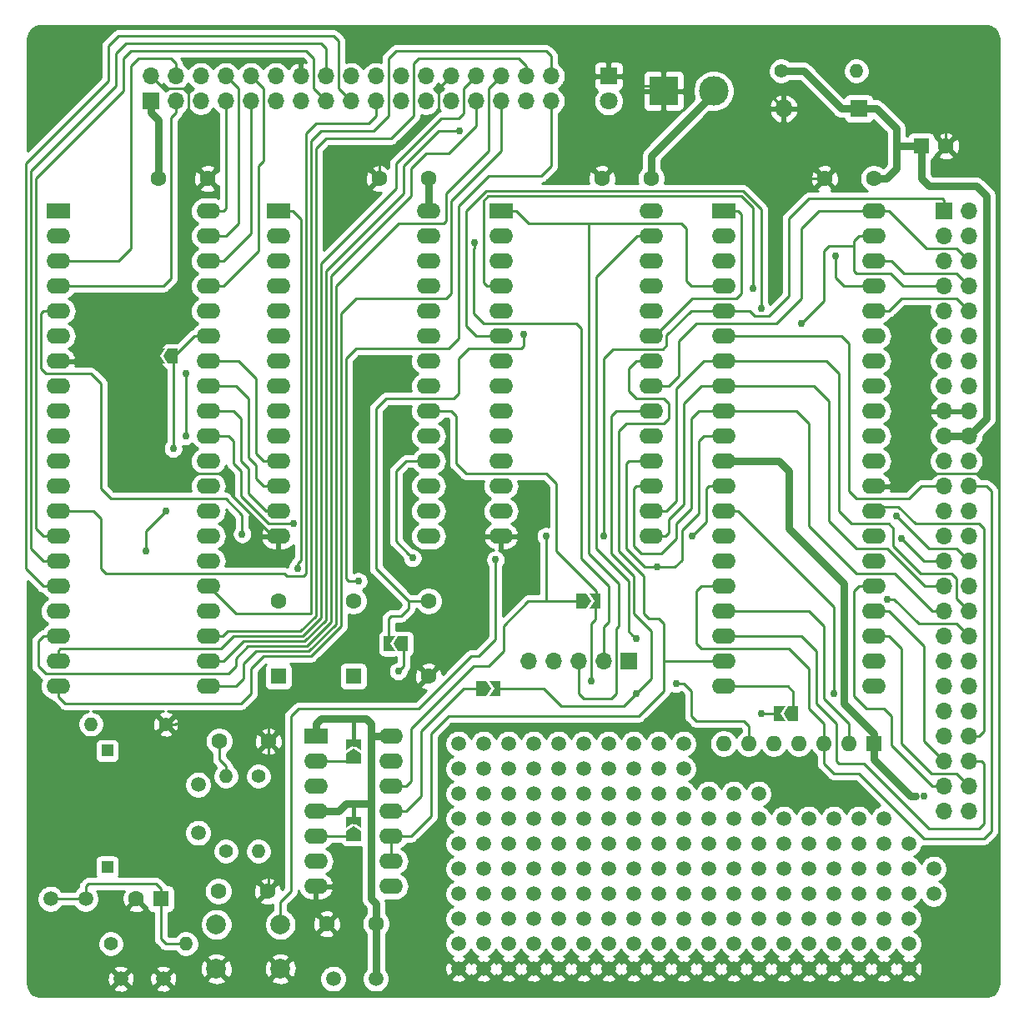
<source format=gbl>
G04 #@! TF.GenerationSoftware,KiCad,Pcbnew,(5.1.5)-3*
G04 #@! TF.CreationDate,2020-12-26T21:56:58-08:00*
G04 #@! TF.ProjectId,mgh80,6d676838-302e-46b6-9963-61645f706362,rev?*
G04 #@! TF.SameCoordinates,Original*
G04 #@! TF.FileFunction,Copper,L2,Bot*
G04 #@! TF.FilePolarity,Positive*
%FSLAX46Y46*%
G04 Gerber Fmt 4.6, Leading zero omitted, Abs format (unit mm)*
G04 Created by KiCad (PCBNEW (5.1.5)-3) date 2020-12-26 21:56:58*
%MOMM*%
%LPD*%
G04 APERTURE LIST*
%ADD10C,1.500000*%
%ADD11O,1.400000X1.400000*%
%ADD12C,1.400000*%
%ADD13C,0.100000*%
%ADD14R,1.600000X1.600000*%
%ADD15O,1.600000X1.600000*%
%ADD16R,1.200000X1.200000*%
%ADD17O,2.400000X1.600000*%
%ADD18R,2.400000X1.600000*%
%ADD19R,1.700000X1.700000*%
%ADD20O,1.700000X1.700000*%
%ADD21C,1.600000*%
%ADD22R,1.800000X1.800000*%
%ADD23C,1.800000*%
%ADD24O,1.800000X1.800000*%
%ADD25C,6.000000*%
%ADD26C,0.800000*%
%ADD27R,3.000000X3.000000*%
%ADD28C,3.000000*%
%ADD29C,2.000000*%
%ADD30C,0.762000*%
%ADD31C,0.254000*%
%ADD32C,0.762000*%
%ADD33C,0.381000*%
G04 APERTURE END LIST*
D10*
X176784000Y-130048000D03*
X176784000Y-127508000D03*
X171704000Y-122428000D03*
X174244000Y-135128000D03*
X171704000Y-135128000D03*
X169164000Y-135128000D03*
X166624000Y-135128000D03*
X164084000Y-135128000D03*
X161544000Y-135128000D03*
X159004000Y-135128000D03*
X156464000Y-135128000D03*
X153924000Y-135128000D03*
X151384000Y-135128000D03*
X148844000Y-135128000D03*
X146304000Y-135128000D03*
X143764000Y-135128000D03*
X141224000Y-135128000D03*
X138684000Y-135128000D03*
X136144000Y-135128000D03*
X133604000Y-135128000D03*
X131064000Y-135128000D03*
X128524000Y-135128000D03*
X174244000Y-132588000D03*
X171704000Y-132588000D03*
X169164000Y-132588000D03*
X166624000Y-132588000D03*
X164084000Y-132588000D03*
X161544000Y-132588000D03*
X159004000Y-132588000D03*
X156464000Y-132588000D03*
X153924000Y-132588000D03*
X151384000Y-132588000D03*
X148844000Y-132588000D03*
X146304000Y-132588000D03*
X143764000Y-132588000D03*
X141224000Y-132588000D03*
X138684000Y-132588000D03*
X136144000Y-132588000D03*
X133604000Y-132588000D03*
X131064000Y-132588000D03*
X128524000Y-132588000D03*
X174244000Y-130048000D03*
X171704000Y-130048000D03*
X169164000Y-130048000D03*
X166624000Y-130048000D03*
X164084000Y-130048000D03*
X161544000Y-130048000D03*
X159004000Y-130048000D03*
X156464000Y-130048000D03*
X153924000Y-130048000D03*
X151384000Y-130048000D03*
X148844000Y-130048000D03*
X146304000Y-130048000D03*
X143764000Y-130048000D03*
X141224000Y-130048000D03*
X138684000Y-130048000D03*
X136144000Y-130048000D03*
X133604000Y-130048000D03*
X131064000Y-130048000D03*
X128524000Y-130048000D03*
X174244000Y-127508000D03*
X171704000Y-127508000D03*
X169164000Y-127508000D03*
X166624000Y-127508000D03*
X164084000Y-127508000D03*
X161544000Y-127508000D03*
X159004000Y-127508000D03*
X156464000Y-127508000D03*
X153924000Y-127508000D03*
X151384000Y-127508000D03*
X148844000Y-127508000D03*
X146304000Y-127508000D03*
X143764000Y-127508000D03*
X141224000Y-127508000D03*
X138684000Y-127508000D03*
X136144000Y-127508000D03*
X133604000Y-127508000D03*
X131064000Y-127508000D03*
X128524000Y-127508000D03*
X174244000Y-124968000D03*
X171704000Y-124968000D03*
X169164000Y-124968000D03*
X166624000Y-124968000D03*
X164084000Y-124968000D03*
X161544000Y-124968000D03*
X159004000Y-124968000D03*
X156464000Y-124968000D03*
X153924000Y-124968000D03*
X151384000Y-124968000D03*
X148844000Y-124968000D03*
X146304000Y-124968000D03*
X143764000Y-124968000D03*
X141224000Y-124968000D03*
X138684000Y-124968000D03*
X136144000Y-124968000D03*
X133604000Y-124968000D03*
X131064000Y-124968000D03*
X169164000Y-122428000D03*
X166624000Y-122428000D03*
X164084000Y-122428000D03*
X161544000Y-122428000D03*
X159004000Y-122428000D03*
X156464000Y-122428000D03*
X153924000Y-122428000D03*
X151384000Y-122428000D03*
X148844000Y-122428000D03*
X146304000Y-122428000D03*
X143764000Y-122428000D03*
X141224000Y-122428000D03*
X138684000Y-122428000D03*
X136144000Y-122428000D03*
X133604000Y-122428000D03*
X131064000Y-122428000D03*
X128524000Y-124968000D03*
X128524000Y-122428000D03*
X159004000Y-119888000D03*
X156464000Y-119888000D03*
X153924000Y-119888000D03*
X151384000Y-119888000D03*
X148844000Y-119888000D03*
X146304000Y-119888000D03*
X143764000Y-119888000D03*
X141224000Y-119888000D03*
X138684000Y-119888000D03*
X136144000Y-119888000D03*
X133604000Y-119888000D03*
X131064000Y-119888000D03*
X128524000Y-119888000D03*
X151384000Y-117348000D03*
X148844000Y-117348000D03*
X146304000Y-117348000D03*
X143764000Y-117348000D03*
X141224000Y-117348000D03*
X138684000Y-117348000D03*
X136144000Y-117348000D03*
X133604000Y-117348000D03*
X131064000Y-117348000D03*
X174244000Y-137668000D03*
X171704000Y-137668000D03*
X169164000Y-137668000D03*
X166624000Y-137668000D03*
X164084000Y-137668000D03*
X161544000Y-137668000D03*
X159004000Y-137668000D03*
X156464000Y-137668000D03*
X153924000Y-137668000D03*
X151384000Y-137668000D03*
X148844000Y-137668000D03*
X146304000Y-137668000D03*
X143764000Y-137668000D03*
X141224000Y-137668000D03*
X138684000Y-137668000D03*
X136144000Y-137668000D03*
X133604000Y-137668000D03*
X131064000Y-137668000D03*
D11*
X91186000Y-112824000D03*
D12*
X98806000Y-112824000D03*
G04 #@! TA.AperFunction,SMDPad,CuDef*
D13*
G36*
X98531000Y-75438000D02*
G01*
X99031000Y-74688000D01*
X100031000Y-74688000D01*
X100031000Y-76188000D01*
X99031000Y-76188000D01*
X98531000Y-75438000D01*
G37*
G04 #@! TD.AperFunction*
G04 #@! TA.AperFunction,SMDPad,CuDef*
G36*
X97581000Y-74688000D02*
G01*
X98731000Y-74688000D01*
X98231000Y-75438000D01*
X98731000Y-76188000D01*
X97581000Y-76188000D01*
X97581000Y-74688000D01*
G37*
G04 #@! TD.AperFunction*
D10*
X90672000Y-130556000D03*
X87122000Y-130556000D03*
X128524000Y-137668000D03*
X136144000Y-114808000D03*
X133604000Y-114808000D03*
X141224000Y-114808000D03*
X138684000Y-114808000D03*
X131064000Y-114808000D03*
D14*
X170688000Y-114808000D03*
D15*
X168148000Y-114808000D03*
X165608000Y-114808000D03*
X163068000Y-114808000D03*
X160528000Y-114808000D03*
X157988000Y-114808000D03*
X155448000Y-114808000D03*
D10*
X128524000Y-117348000D03*
X151384000Y-114808000D03*
X148844000Y-114808000D03*
X146304000Y-114808000D03*
X143764000Y-114808000D03*
X128524000Y-114808000D03*
G04 #@! TA.AperFunction,SMDPad,CuDef*
D13*
G36*
X117856000Y-115295000D02*
G01*
X118606000Y-115795000D01*
X118606000Y-116795000D01*
X117106000Y-116795000D01*
X117106000Y-115795000D01*
X117856000Y-115295000D01*
G37*
G04 #@! TD.AperFunction*
G04 #@! TA.AperFunction,SMDPad,CuDef*
G36*
X118606000Y-114345000D02*
G01*
X118606000Y-115495000D01*
X117856000Y-114995000D01*
X117106000Y-115495000D01*
X117106000Y-114345000D01*
X118606000Y-114345000D01*
G37*
G04 #@! TD.AperFunction*
D16*
X92858000Y-127312000D03*
X92858000Y-115512000D03*
D10*
X102108000Y-123862000D03*
X102108000Y-118962000D03*
D17*
X103124000Y-60706000D03*
X87884000Y-108966000D03*
X103124000Y-63246000D03*
X87884000Y-106426000D03*
X103124000Y-65786000D03*
X87884000Y-103886000D03*
X103124000Y-68326000D03*
X87884000Y-101346000D03*
X103124000Y-70866000D03*
X87884000Y-98806000D03*
X103124000Y-73406000D03*
X87884000Y-96266000D03*
X103124000Y-75946000D03*
X87884000Y-93726000D03*
X103124000Y-78486000D03*
X87884000Y-91186000D03*
X103124000Y-81026000D03*
X87884000Y-88646000D03*
X103124000Y-83566000D03*
X87884000Y-86106000D03*
X103124000Y-86106000D03*
X87884000Y-83566000D03*
X103124000Y-88646000D03*
X87884000Y-81026000D03*
X103124000Y-91186000D03*
X87884000Y-78486000D03*
X103124000Y-93726000D03*
X87884000Y-75946000D03*
X103124000Y-96266000D03*
X87884000Y-73406000D03*
X103124000Y-98806000D03*
X87884000Y-70866000D03*
X103124000Y-101346000D03*
X87884000Y-68326000D03*
X103124000Y-103886000D03*
X87884000Y-65786000D03*
X103124000Y-106426000D03*
X87884000Y-63246000D03*
X103124000Y-108966000D03*
D18*
X87884000Y-60706000D03*
D19*
X177800000Y-60706000D03*
D20*
X180340000Y-60706000D03*
X177800000Y-63246000D03*
X180340000Y-63246000D03*
X177800000Y-65786000D03*
X180340000Y-65786000D03*
X177800000Y-68326000D03*
X180340000Y-68326000D03*
X177800000Y-70866000D03*
X180340000Y-70866000D03*
X177800000Y-73406000D03*
X180340000Y-73406000D03*
X177800000Y-75946000D03*
X180340000Y-75946000D03*
X177800000Y-78486000D03*
X180340000Y-78486000D03*
X177800000Y-81026000D03*
X180340000Y-81026000D03*
X177800000Y-83566000D03*
X180340000Y-83566000D03*
X177800000Y-86106000D03*
X180340000Y-86106000D03*
X177800000Y-88646000D03*
X180340000Y-88646000D03*
X177800000Y-91186000D03*
X180340000Y-91186000D03*
X177800000Y-93726000D03*
X180340000Y-93726000D03*
X177800000Y-96266000D03*
X180340000Y-96266000D03*
X177800000Y-98806000D03*
X180340000Y-98806000D03*
X177800000Y-101346000D03*
X180340000Y-101346000D03*
X177800000Y-103886000D03*
X180340000Y-103886000D03*
X177800000Y-106426000D03*
X180340000Y-106426000D03*
X177800000Y-108966000D03*
X180340000Y-108966000D03*
X177800000Y-111506000D03*
X180340000Y-111506000D03*
X177800000Y-114046000D03*
X180340000Y-114046000D03*
X177800000Y-116586000D03*
X180340000Y-116586000D03*
X177800000Y-119126000D03*
X180340000Y-119126000D03*
X177800000Y-121666000D03*
X180340000Y-121666000D03*
D17*
X148082000Y-60706000D03*
X132842000Y-93726000D03*
X148082000Y-63246000D03*
X132842000Y-91186000D03*
X148082000Y-65786000D03*
X132842000Y-88646000D03*
X148082000Y-68326000D03*
X132842000Y-86106000D03*
X148082000Y-70866000D03*
X132842000Y-83566000D03*
X148082000Y-73406000D03*
X132842000Y-81026000D03*
X148082000Y-75946000D03*
X132842000Y-78486000D03*
X148082000Y-78486000D03*
X132842000Y-75946000D03*
X148082000Y-81026000D03*
X132842000Y-73406000D03*
X148082000Y-83566000D03*
X132842000Y-70866000D03*
X148082000Y-86106000D03*
X132842000Y-68326000D03*
X148082000Y-88646000D03*
X132842000Y-65786000D03*
X148082000Y-91186000D03*
X132842000Y-63246000D03*
X148082000Y-93726000D03*
D18*
X132842000Y-60706000D03*
X110236000Y-60706000D03*
D17*
X125476000Y-93726000D03*
X110236000Y-63246000D03*
X125476000Y-91186000D03*
X110236000Y-65786000D03*
X125476000Y-88646000D03*
X110236000Y-68326000D03*
X125476000Y-86106000D03*
X110236000Y-70866000D03*
X125476000Y-83566000D03*
X110236000Y-73406000D03*
X125476000Y-81026000D03*
X110236000Y-75946000D03*
X125476000Y-78486000D03*
X110236000Y-78486000D03*
X125476000Y-75946000D03*
X110236000Y-81026000D03*
X125476000Y-73406000D03*
X110236000Y-83566000D03*
X125476000Y-70866000D03*
X110236000Y-86106000D03*
X125476000Y-68326000D03*
X110236000Y-88646000D03*
X125476000Y-65786000D03*
X110236000Y-91186000D03*
X125476000Y-63246000D03*
X110236000Y-93726000D03*
X125476000Y-60706000D03*
G04 #@! TA.AperFunction,SMDPad,CuDef*
D13*
G36*
X117856000Y-123169000D02*
G01*
X118606000Y-123669000D01*
X118606000Y-124669000D01*
X117106000Y-124669000D01*
X117106000Y-123669000D01*
X117856000Y-123169000D01*
G37*
G04 #@! TD.AperFunction*
G04 #@! TA.AperFunction,SMDPad,CuDef*
G36*
X118606000Y-122219000D02*
G01*
X118606000Y-123369000D01*
X117856000Y-122869000D01*
X117106000Y-123369000D01*
X117106000Y-122219000D01*
X118606000Y-122219000D01*
G37*
G04 #@! TD.AperFunction*
D21*
X109220000Y-114554000D03*
X104220000Y-114554000D03*
X109140000Y-129794000D03*
X104140000Y-129794000D03*
D14*
X175514000Y-54102000D03*
D21*
X178014000Y-54102000D03*
X125476000Y-57404000D03*
X120476000Y-57404000D03*
D14*
X98298000Y-130556000D03*
D21*
X95798000Y-130556000D03*
X165688000Y-57404000D03*
X170688000Y-57404000D03*
X148082000Y-57404000D03*
X143082000Y-57404000D03*
X98044000Y-57404000D03*
X103044000Y-57404000D03*
X115142000Y-133096000D03*
X120142000Y-133096000D03*
D22*
X143764000Y-46990000D03*
D23*
X143764000Y-49530000D03*
D22*
X169164000Y-50292000D03*
D24*
X161544000Y-50292000D03*
D25*
X180086000Y-135636000D03*
D26*
X182336000Y-135636000D03*
X181676990Y-137226990D03*
X180086000Y-137886000D03*
X178495010Y-137226990D03*
X177836000Y-135636000D03*
X178495010Y-134045010D03*
X180086000Y-133386000D03*
X181676990Y-134045010D03*
D25*
X88138000Y-137160000D03*
D26*
X90388000Y-137160000D03*
X89728990Y-138750990D03*
X88138000Y-139410000D03*
X86547010Y-138750990D03*
X85888000Y-137160000D03*
X86547010Y-135569010D03*
X88138000Y-134910000D03*
X89728990Y-135569010D03*
X89728990Y-43621010D03*
X88138000Y-42962000D03*
X86547010Y-43621010D03*
X85888000Y-45212000D03*
X86547010Y-46802990D03*
X88138000Y-47462000D03*
X89728990Y-46802990D03*
X90388000Y-45212000D03*
D25*
X88138000Y-45212000D03*
D26*
X181676990Y-45145010D03*
X180086000Y-44486000D03*
X178495010Y-45145010D03*
X177836000Y-46736000D03*
X178495010Y-48326990D03*
X180086000Y-48986000D03*
X181676990Y-48326990D03*
X182336000Y-46736000D03*
D25*
X180086000Y-46736000D03*
D27*
X149352000Y-48514000D03*
D28*
X154432000Y-48514000D03*
D19*
X145796000Y-106426000D03*
D20*
X143256000Y-106426000D03*
X140716000Y-106426000D03*
X138176000Y-106426000D03*
X135636000Y-106426000D03*
D19*
X97282000Y-49530000D03*
D20*
X97282000Y-46990000D03*
X99822000Y-49530000D03*
X99822000Y-46990000D03*
X102362000Y-49530000D03*
X102362000Y-46990000D03*
X104902000Y-49530000D03*
X104902000Y-46990000D03*
X107442000Y-49530000D03*
X107442000Y-46990000D03*
X109982000Y-49530000D03*
X109982000Y-46990000D03*
X112522000Y-49530000D03*
X112522000Y-46990000D03*
X115062000Y-49530000D03*
X115062000Y-46990000D03*
X117602000Y-49530000D03*
X117602000Y-46990000D03*
X120142000Y-49530000D03*
X120142000Y-46990000D03*
X122682000Y-49530000D03*
X122682000Y-46990000D03*
X125222000Y-49530000D03*
X125222000Y-46990000D03*
X127762000Y-49530000D03*
X127762000Y-46990000D03*
X130302000Y-49530000D03*
X130302000Y-46990000D03*
X132842000Y-49530000D03*
X132842000Y-46990000D03*
X135382000Y-49530000D03*
X135382000Y-46990000D03*
X137922000Y-49530000D03*
X137922000Y-46990000D03*
G04 #@! TA.AperFunction,SMDPad,CuDef*
D13*
G36*
X120949000Y-103898000D02*
G01*
X122099000Y-103898000D01*
X121599000Y-104648000D01*
X122099000Y-105398000D01*
X120949000Y-105398000D01*
X120949000Y-103898000D01*
G37*
G04 #@! TD.AperFunction*
G04 #@! TA.AperFunction,SMDPad,CuDef*
G36*
X121899000Y-104648000D02*
G01*
X122399000Y-103898000D01*
X123399000Y-103898000D01*
X123399000Y-105398000D01*
X122399000Y-105398000D01*
X121899000Y-104648000D01*
G37*
G04 #@! TD.AperFunction*
G04 #@! TA.AperFunction,SMDPad,CuDef*
G36*
X161523000Y-111760000D02*
G01*
X162023000Y-111010000D01*
X163023000Y-111010000D01*
X163023000Y-112510000D01*
X162023000Y-112510000D01*
X161523000Y-111760000D01*
G37*
G04 #@! TD.AperFunction*
G04 #@! TA.AperFunction,SMDPad,CuDef*
G36*
X160573000Y-111010000D02*
G01*
X161723000Y-111010000D01*
X161223000Y-111760000D01*
X161723000Y-112510000D01*
X160573000Y-112510000D01*
X160573000Y-111010000D01*
G37*
G04 #@! TD.AperFunction*
G04 #@! TA.AperFunction,SMDPad,CuDef*
G36*
X142957000Y-101080000D02*
G01*
X141807000Y-101080000D01*
X142307000Y-100330000D01*
X141807000Y-99580000D01*
X142957000Y-99580000D01*
X142957000Y-101080000D01*
G37*
G04 #@! TD.AperFunction*
G04 #@! TA.AperFunction,SMDPad,CuDef*
G36*
X142007000Y-100330000D02*
G01*
X141507000Y-101080000D01*
X140507000Y-101080000D01*
X140507000Y-99580000D01*
X141507000Y-99580000D01*
X142007000Y-100330000D01*
G37*
G04 #@! TD.AperFunction*
G04 #@! TA.AperFunction,SMDPad,CuDef*
G36*
X131847000Y-109220000D02*
G01*
X131347000Y-109970000D01*
X130347000Y-109970000D01*
X130347000Y-108470000D01*
X131347000Y-108470000D01*
X131847000Y-109220000D01*
G37*
G04 #@! TD.AperFunction*
G04 #@! TA.AperFunction,SMDPad,CuDef*
G36*
X132797000Y-109970000D02*
G01*
X131647000Y-109970000D01*
X132147000Y-109220000D01*
X131647000Y-108470000D01*
X132797000Y-108470000D01*
X132797000Y-109970000D01*
G37*
G04 #@! TD.AperFunction*
D12*
X104902000Y-125730000D03*
D11*
X104902000Y-118110000D03*
X108204000Y-125730000D03*
D12*
X108204000Y-118110000D03*
X161290000Y-46482000D03*
D11*
X168910000Y-46482000D03*
X100838000Y-135128000D03*
D12*
X93218000Y-135128000D03*
D29*
X110438000Y-133168000D03*
X110438000Y-137668000D03*
X103938000Y-133168000D03*
X103938000Y-137668000D03*
D18*
X114046000Y-114046000D03*
D17*
X121666000Y-129286000D03*
X114046000Y-116586000D03*
X121666000Y-126746000D03*
X114046000Y-119126000D03*
X121666000Y-124206000D03*
X114046000Y-121666000D03*
X121666000Y-121666000D03*
X114046000Y-124206000D03*
X121666000Y-119126000D03*
X114046000Y-126746000D03*
X121666000Y-116586000D03*
X114046000Y-129286000D03*
X121666000Y-114046000D03*
D18*
X155448000Y-60706000D03*
D17*
X170688000Y-108966000D03*
X155448000Y-63246000D03*
X170688000Y-106426000D03*
X155448000Y-65786000D03*
X170688000Y-103886000D03*
X155448000Y-68326000D03*
X170688000Y-101346000D03*
X155448000Y-70866000D03*
X170688000Y-98806000D03*
X155448000Y-73406000D03*
X170688000Y-96266000D03*
X155448000Y-75946000D03*
X170688000Y-93726000D03*
X155448000Y-78486000D03*
X170688000Y-91186000D03*
X155448000Y-81026000D03*
X170688000Y-88646000D03*
X155448000Y-83566000D03*
X170688000Y-86106000D03*
X155448000Y-86106000D03*
X170688000Y-83566000D03*
X155448000Y-88646000D03*
X170688000Y-81026000D03*
X155448000Y-91186000D03*
X170688000Y-78486000D03*
X155448000Y-93726000D03*
X170688000Y-75946000D03*
X155448000Y-96266000D03*
X170688000Y-73406000D03*
X155448000Y-98806000D03*
X170688000Y-70866000D03*
X155448000Y-101346000D03*
X170688000Y-68326000D03*
X155448000Y-103886000D03*
X170688000Y-65786000D03*
X155448000Y-106426000D03*
X170688000Y-63246000D03*
X155448000Y-108966000D03*
X170688000Y-60706000D03*
D14*
X110236000Y-107950000D03*
D21*
X110236000Y-100330000D03*
X125476000Y-100330000D03*
X125476000Y-107950000D03*
D14*
X117856000Y-107950000D03*
D21*
X117856000Y-100330000D03*
X125476000Y-100330000D03*
X125476000Y-107950000D03*
D10*
X120142000Y-138679000D03*
X94239000Y-138683000D03*
X115825000Y-138679000D03*
X98552000Y-138683000D03*
D30*
X128524000Y-95758000D03*
X175768000Y-120142000D03*
X174968012Y-120142000D03*
X132279400Y-96124600D03*
X143256000Y-93726000D03*
X137414000Y-93726000D03*
X163322000Y-72136000D03*
X166818010Y-65278000D03*
X158410515Y-68580010D03*
X159258000Y-70612000D03*
X135135200Y-73248000D03*
X146558000Y-104140000D03*
X106573400Y-93502900D03*
X173482000Y-93980000D03*
X172974014Y-91694000D03*
X111759899Y-92456000D03*
X152210334Y-93720483D03*
X166624000Y-109728000D03*
X172105200Y-100121400D03*
X148696500Y-96887400D03*
X123863469Y-95930685D03*
X146558000Y-109727994D03*
X159258000Y-111760010D03*
X141986000Y-108458000D03*
X130172993Y-63918190D03*
X112174727Y-97025790D03*
X100838000Y-77216000D03*
X100838000Y-83566000D03*
X128623010Y-52578000D03*
X118364000Y-98298000D03*
X122428000Y-107442000D03*
X150622000Y-108712000D03*
X98806000Y-91186000D03*
X99568000Y-84836000D03*
X96774000Y-95250000D03*
D31*
X178495000Y-48567500D02*
X179667500Y-48567500D01*
X179667500Y-48567500D02*
X180086000Y-48986000D01*
X178014000Y-54102000D02*
X178014000Y-49048500D01*
X178014000Y-49048500D02*
X178495000Y-48567500D01*
X178495000Y-48327000D02*
X178495000Y-48567500D01*
X177836000Y-46736000D02*
X178495000Y-46077000D01*
X178495000Y-46077000D02*
X178495000Y-45145000D01*
X110438000Y-137668000D02*
X115010000Y-133096000D01*
X115010000Y-133096000D02*
X115142000Y-133096000D01*
X181677000Y-47395000D02*
X181677000Y-48327000D01*
X182336000Y-46736000D02*
X181677000Y-47395000D01*
X180086000Y-46736000D02*
X181018000Y-46736000D01*
X181018000Y-46736000D02*
X181677000Y-47395000D01*
X109220000Y-114290300D02*
X109220000Y-114554000D01*
X109140000Y-129794000D02*
X109237200Y-129696800D01*
X109237200Y-114571200D02*
X109220000Y-114554000D01*
X180552000Y-132920000D02*
X180086000Y-133386000D01*
X180552000Y-132920000D02*
X181677000Y-134045000D01*
X182336000Y-135636000D02*
X182336000Y-134704000D01*
X182336000Y-134704000D02*
X181677000Y-134045000D01*
X172213300Y-88646000D02*
X173483300Y-87376000D01*
X170688000Y-88646000D02*
X172213300Y-88646000D01*
X181677000Y-137227000D02*
X182336000Y-136568000D01*
X182336000Y-136568000D02*
X182336000Y-135636000D01*
X86547000Y-138751000D02*
X85888000Y-138092000D01*
X85888000Y-138092000D02*
X85888000Y-137160000D01*
X85888000Y-45212000D02*
X86547000Y-44553000D01*
X86547000Y-44553000D02*
X86547000Y-43621000D01*
X86547000Y-46803000D02*
X85888000Y-46144000D01*
X85888000Y-46144000D02*
X85888000Y-45212000D01*
X89729000Y-135569000D02*
X89729000Y-136501000D01*
X89729000Y-136501000D02*
X90388000Y-137160000D01*
X85888000Y-137160000D02*
X86547000Y-136501000D01*
X86547000Y-136501000D02*
X86547000Y-135569000D01*
X100584000Y-48260000D02*
X101092000Y-48768000D01*
X101092000Y-48768000D02*
X101092000Y-55452000D01*
X97282000Y-46990000D02*
X98552000Y-48260000D01*
X101092000Y-55452000D02*
X103044000Y-57404000D01*
X98552000Y-48260000D02*
X100584000Y-48260000D01*
X174752000Y-81788000D02*
X174752000Y-87376000D01*
X175514000Y-81026000D02*
X174752000Y-81788000D01*
X177800000Y-81026000D02*
X175514000Y-81026000D01*
X173483300Y-87376000D02*
X174752000Y-87376000D01*
X105410000Y-89481000D02*
X105410000Y-88681800D01*
X110236000Y-93726000D02*
X109655000Y-93726000D01*
X109655000Y-93726000D02*
X105410000Y-89481000D01*
X109220000Y-114588400D02*
X109237200Y-114571200D01*
X109237200Y-127490800D02*
X109728000Y-127000000D01*
X109237200Y-129696800D02*
X109237200Y-127490800D01*
X109728000Y-127000000D02*
X109728000Y-116586000D01*
X109728000Y-116586000D02*
X109220000Y-116078000D01*
X109220000Y-116078000D02*
X109220000Y-114588400D01*
X182626000Y-87376000D02*
X174752000Y-87376000D01*
X183388000Y-88138000D02*
X182626000Y-87376000D01*
X180552000Y-132920000D02*
X183388000Y-130084000D01*
X183388000Y-130084000D02*
X183388000Y-88138000D01*
X163068000Y-57404000D02*
X165688000Y-57404000D01*
X161544000Y-50292000D02*
X161544000Y-55880000D01*
X161544000Y-55880000D02*
X163068000Y-57404000D01*
X120476000Y-55038000D02*
X120476000Y-57404000D01*
X126492000Y-48260000D02*
X126492000Y-50546000D01*
X127762000Y-46990000D02*
X126492000Y-48260000D01*
X126492000Y-50546000D02*
X122682000Y-54356000D01*
X122682000Y-54356000D02*
X121158000Y-54356000D01*
X121158000Y-54356000D02*
X120476000Y-55038000D01*
X130556000Y-93726000D02*
X132842000Y-93726000D01*
X128524000Y-95758000D02*
X130556000Y-93726000D01*
X128524000Y-104902000D02*
X125476000Y-107950000D01*
X128524000Y-95758000D02*
X128524000Y-104902000D01*
X109220000Y-112014000D02*
X111760000Y-109474000D01*
X111760000Y-109474000D02*
X123952000Y-109474000D01*
X123952000Y-109474000D02*
X125476000Y-107950000D01*
X145796000Y-46990000D02*
X143764000Y-46990000D01*
X146812000Y-48006000D02*
X145796000Y-46990000D01*
X149352000Y-48514000D02*
X148844000Y-48006000D01*
X148844000Y-48006000D02*
X146812000Y-48006000D01*
X149352000Y-46228000D02*
X149352000Y-48514000D01*
X150622000Y-44958000D02*
X149352000Y-46228000D01*
X161544000Y-50292000D02*
X156210000Y-44958000D01*
X156210000Y-44958000D02*
X150622000Y-44958000D01*
X96520000Y-75946000D02*
X87884000Y-75946000D01*
X105410000Y-87884000D02*
X104902000Y-87376000D01*
X105410000Y-88646000D02*
X105410000Y-87884000D01*
X96520000Y-85852000D02*
X96520000Y-75946000D01*
X104902000Y-87376000D02*
X98044000Y-87376000D01*
X98044000Y-87376000D02*
X96520000Y-85852000D01*
X96520000Y-75438000D02*
X98081000Y-75438000D01*
X96520000Y-75946000D02*
X96520000Y-75438000D01*
X96520000Y-73152000D02*
X96520000Y-75438000D01*
X103044000Y-57404000D02*
X100584000Y-59864000D01*
X100584000Y-59864000D02*
X100584000Y-71374000D01*
X100584000Y-71374000D02*
X99568000Y-72390000D01*
X99568000Y-72390000D02*
X97282000Y-72390000D01*
X97282000Y-72390000D02*
X96520000Y-73152000D01*
X99843949Y-112776000D02*
X109220000Y-112776000D01*
X99795949Y-112824000D02*
X99843949Y-112776000D01*
X98806000Y-112824000D02*
X99795949Y-112824000D01*
X109220000Y-114554000D02*
X109220000Y-112776000D01*
X109220000Y-112776000D02*
X109220000Y-112014000D01*
X114046000Y-116586000D02*
X117565000Y-116586000D01*
X117565000Y-116586000D02*
X117856000Y-116295000D01*
X104902000Y-118110000D02*
X104902000Y-117084700D01*
X104902000Y-117084700D02*
X104220000Y-116402700D01*
X104220000Y-116402700D02*
X104220000Y-114554000D01*
D32*
X175514000Y-54102000D02*
X172974000Y-54102000D01*
X120142000Y-138679000D02*
X120142000Y-133096000D01*
X97282000Y-49530000D02*
X97282000Y-50705300D01*
X97282000Y-50705300D02*
X98044000Y-51467300D01*
X98044000Y-51467300D02*
X98044000Y-57404000D01*
X125476000Y-60706000D02*
X125476000Y-57404000D01*
X182118000Y-81788000D02*
X180340000Y-83566000D01*
X175514000Y-57404000D02*
X176276000Y-58166000D01*
X181102000Y-58166000D02*
X182118000Y-59182000D01*
X175514000Y-54102000D02*
X175514000Y-57404000D01*
X182118000Y-59182000D02*
X182118000Y-81788000D01*
X176276000Y-58166000D02*
X181102000Y-58166000D01*
X170389300Y-50292000D02*
X169164000Y-50292000D01*
X170942000Y-50292000D02*
X170389300Y-50292000D01*
X172974000Y-54102000D02*
X172974000Y-52324000D01*
X172974000Y-52324000D02*
X170942000Y-50292000D01*
X171958000Y-57404000D02*
X170688000Y-57404000D01*
X172974000Y-54102000D02*
X172974000Y-56388000D01*
X172974000Y-56388000D02*
X171958000Y-57404000D01*
X167386000Y-50292000D02*
X169164000Y-50292000D01*
X161290000Y-46482000D02*
X163576000Y-46482000D01*
X163576000Y-46482000D02*
X167386000Y-50292000D01*
X114046000Y-114046000D02*
X114046000Y-112776000D01*
X114046000Y-112776000D02*
X114554000Y-112268000D01*
D33*
X117856000Y-114845000D02*
X117856000Y-112268000D01*
D32*
X114554000Y-112268000D02*
X117856000Y-112268000D01*
X119634000Y-112776000D02*
X119126000Y-112268000D01*
X117856000Y-112268000D02*
X119126000Y-112268000D01*
X120142000Y-131064000D02*
X119634000Y-130556000D01*
X120142000Y-133096000D02*
X120142000Y-131064000D01*
X120212000Y-114046000D02*
X119634000Y-114046000D01*
X121666000Y-114046000D02*
X120212000Y-114046000D01*
X119634000Y-114046000D02*
X119634000Y-112776000D01*
D33*
X117856000Y-122719000D02*
X117856000Y-120904000D01*
D32*
X119634000Y-130556000D02*
X119634000Y-120904000D01*
X117856000Y-120904000D02*
X119634000Y-120904000D01*
X119634000Y-120904000D02*
X119634000Y-114046000D01*
X117094000Y-120904000D02*
X117856000Y-120904000D01*
X114046000Y-121666000D02*
X116332000Y-121666000D01*
X116332000Y-121666000D02*
X117094000Y-120904000D01*
X177800000Y-83566000D02*
X180340000Y-83566000D01*
X170688000Y-113754000D02*
X170688000Y-114808000D01*
X167640000Y-110706000D02*
X170688000Y-113754000D01*
X155448000Y-86106000D02*
X161036000Y-86106000D01*
X162052000Y-87122000D02*
X162052000Y-92964000D01*
X162052000Y-92964000D02*
X167640000Y-98552000D01*
X161036000Y-86106000D02*
X162052000Y-87122000D01*
X167640000Y-98552000D02*
X167640000Y-110706000D01*
X170688000Y-114808000D02*
X170688000Y-116370000D01*
X170688000Y-116370000D02*
X174460000Y-120142000D01*
X174460000Y-120142000D02*
X174968012Y-120142000D01*
X148082000Y-55118000D02*
X148082000Y-57404000D01*
X154432000Y-48514000D02*
X154432000Y-48768000D01*
X154432000Y-48768000D02*
X148082000Y-55118000D01*
D31*
X98298000Y-134620000D02*
X98298000Y-130556000D01*
X100838000Y-135128000D02*
X98806000Y-135128000D01*
X98806000Y-135128000D02*
X98298000Y-134620000D01*
X132279400Y-104194600D02*
X132279400Y-96124600D01*
X130556000Y-105918000D02*
X132279400Y-104194600D01*
X129794000Y-105918000D02*
X130556000Y-105918000D01*
X124460000Y-111252000D02*
X129794000Y-105918000D01*
X110438000Y-130862000D02*
X111506000Y-129794000D01*
X111506000Y-129794000D02*
X111506000Y-112014000D01*
X110438000Y-133168000D02*
X110438000Y-130862000D01*
X111506000Y-112014000D02*
X112268000Y-111252000D01*
X112268000Y-111252000D02*
X124460000Y-111252000D01*
X87122000Y-130556000D02*
X90672000Y-130556000D01*
X90672000Y-129292000D02*
X90672000Y-130556000D01*
X97828000Y-129032000D02*
X90932000Y-129032000D01*
X90932000Y-129032000D02*
X90672000Y-129292000D01*
X98298000Y-130556000D02*
X98298000Y-129502000D01*
X98298000Y-129502000D02*
X97828000Y-129032000D01*
X177800000Y-59602000D02*
X177800000Y-60706000D01*
X158638239Y-71374001D02*
X160019999Y-71374001D01*
X162052000Y-61468000D02*
X164084000Y-59436000D01*
X158130238Y-70866000D02*
X158638239Y-71374001D01*
X155448000Y-70866000D02*
X158130238Y-70866000D01*
X160019999Y-71374001D02*
X162052000Y-69342000D01*
X162052000Y-69342000D02*
X162052000Y-61468000D01*
X164084000Y-59436000D02*
X177634000Y-59436000D01*
X177634000Y-59436000D02*
X177800000Y-59602000D01*
X140507000Y-100330000D02*
X141007000Y-100330000D01*
X133096000Y-102826436D02*
X135592436Y-100330000D01*
X131572000Y-106934000D02*
X133096000Y-105410000D01*
X133096000Y-105410000D02*
X133096000Y-102826436D01*
X123698000Y-113284000D02*
X130048000Y-106934000D01*
X130048000Y-106934000D02*
X131572000Y-106934000D01*
X123191300Y-119126000D02*
X123698000Y-118619300D01*
X121666000Y-119126000D02*
X123191300Y-119126000D01*
X123698000Y-118619300D02*
X123698000Y-113284000D01*
X137414000Y-93726000D02*
X137414000Y-100330000D01*
X135592436Y-100330000D02*
X137414000Y-100330000D01*
X137414000Y-100330000D02*
X140507000Y-100330000D01*
X143256000Y-75692000D02*
X143256000Y-93726000D01*
X152146000Y-70866000D02*
X149663010Y-73348990D01*
X155448000Y-70866000D02*
X152146000Y-70866000D01*
X144183010Y-74764990D02*
X143256000Y-75692000D01*
X149663010Y-73348990D02*
X149663010Y-74364990D01*
X149663010Y-74364990D02*
X149263010Y-74764990D01*
X149263010Y-74764990D02*
X144183010Y-74764990D01*
X142494000Y-61976000D02*
X135637300Y-61976000D01*
X134367300Y-60706000D02*
X132842000Y-60706000D01*
X135637300Y-61976000D02*
X134367300Y-60706000D01*
X151638000Y-62484000D02*
X151638000Y-67818000D01*
X152146000Y-68326000D02*
X155448000Y-68326000D01*
X142494000Y-61976000D02*
X151130000Y-61976000D01*
X151638000Y-67818000D02*
X152146000Y-68326000D01*
X151130000Y-61976000D02*
X151638000Y-62484000D01*
X141732000Y-61976000D02*
X142494000Y-61976000D01*
X141732000Y-95504000D02*
X141732000Y-61976000D01*
X144780000Y-102870000D02*
X144780000Y-98552000D01*
X140716000Y-109728000D02*
X141224000Y-110236000D01*
X144780000Y-98552000D02*
X141732000Y-95504000D01*
X140716000Y-106426000D02*
X140716000Y-109728000D01*
X141224000Y-110236000D02*
X144018000Y-110236000D01*
X144018000Y-110236000D02*
X144526000Y-109728000D01*
X144526000Y-103124000D02*
X144780000Y-102870000D01*
X144526000Y-109728000D02*
X144526000Y-103124000D01*
X156718000Y-69596000D02*
X157226000Y-69088000D01*
X157226000Y-69088000D02*
X157226000Y-61030000D01*
X148082000Y-73406000D02*
X148482000Y-73406000D01*
X157226000Y-61030000D02*
X156902000Y-60706000D01*
X156902000Y-60706000D02*
X155448000Y-60706000D01*
X152292000Y-69596000D02*
X156718000Y-69596000D01*
X148482000Y-73406000D02*
X152292000Y-69596000D01*
X176023300Y-64516000D02*
X179070000Y-64516000D01*
X170688000Y-60706000D02*
X172213300Y-60706000D01*
X172213300Y-60706000D02*
X176023300Y-64516000D01*
X180340000Y-65786000D02*
X179070000Y-64516000D01*
X150876000Y-77470000D02*
X149860000Y-78486000D01*
X152654000Y-72136000D02*
X150876000Y-73914000D01*
X165100000Y-60706000D02*
X163322000Y-62484000D01*
X170688000Y-60706000D02*
X165100000Y-60706000D01*
X150876000Y-73914000D02*
X150876000Y-77470000D01*
X163322000Y-69596000D02*
X160782000Y-72136000D01*
X163322000Y-62484000D02*
X163322000Y-69596000D01*
X149860000Y-78486000D02*
X148082000Y-78486000D01*
X160782000Y-72136000D02*
X152654000Y-72136000D01*
X173692500Y-68326000D02*
X177800000Y-68326000D01*
X172422500Y-67056000D02*
X173692500Y-68326000D01*
X169162700Y-63246000D02*
X168656000Y-63752700D01*
X168656000Y-63752700D02*
X168656000Y-66802000D01*
X170688000Y-63246000D02*
X169162700Y-63246000D01*
X168656000Y-66802000D02*
X168910000Y-67056000D01*
X168910000Y-67056000D02*
X172422500Y-67056000D01*
X165608000Y-69850000D02*
X163322000Y-72136000D01*
X165608000Y-64770000D02*
X165608000Y-69850000D01*
X168656000Y-64262000D02*
X166116000Y-64262000D01*
X166116000Y-64262000D02*
X165608000Y-64770000D01*
X172507900Y-65786000D02*
X170688000Y-65786000D01*
X173777900Y-67056000D02*
X172507900Y-65786000D01*
X179070000Y-67056000D02*
X173777900Y-67056000D01*
X180340000Y-68326000D02*
X179070000Y-67056000D01*
X166818010Y-67504010D02*
X166818010Y-65278000D01*
X170688000Y-68326000D02*
X167640000Y-68326000D01*
X167640000Y-68326000D02*
X166818010Y-67504010D01*
X170688000Y-70866000D02*
X172213300Y-70866000D01*
X172213300Y-70866000D02*
X173483300Y-69596000D01*
X179070000Y-69596000D02*
X173483300Y-69596000D01*
X180340000Y-70866000D02*
X179070000Y-69596000D01*
X131526767Y-59178011D02*
X157222011Y-59178011D01*
X132842000Y-68326000D02*
X131388000Y-68326000D01*
X131388000Y-68326000D02*
X131062006Y-68000006D01*
X157222011Y-59178011D02*
X158410515Y-60366515D01*
X158410515Y-60366515D02*
X158410515Y-68580010D01*
X131062006Y-59642772D02*
X131526767Y-59178011D01*
X131062006Y-68000006D02*
X131062006Y-59642772D01*
X159258000Y-68834000D02*
X159258000Y-70612000D01*
X157432437Y-58670001D02*
X159258000Y-60495564D01*
X130302000Y-73406000D02*
X129286000Y-72390000D01*
X132842000Y-73406000D02*
X130302000Y-73406000D01*
X129286000Y-72390000D02*
X129286000Y-60700342D01*
X159258000Y-60495564D02*
X159258000Y-68940512D01*
X131316342Y-58670000D02*
X157432437Y-58670001D01*
X129286000Y-60700342D02*
X131316342Y-58670000D01*
X174244000Y-89916000D02*
X175514000Y-88646000D01*
X175514000Y-88646000D02*
X177800000Y-88646000D01*
X167386000Y-73406000D02*
X168148000Y-74168000D01*
X155448000Y-73406000D02*
X167386000Y-73406000D01*
X168148000Y-74168000D02*
X168148000Y-89154000D01*
X168148000Y-89154000D02*
X168910000Y-89916000D01*
X168910000Y-89916000D02*
X174244000Y-89916000D01*
X123444000Y-100330000D02*
X125476000Y-100330000D01*
X120142000Y-97028000D02*
X123444000Y-100330000D01*
X120142000Y-80772000D02*
X120142000Y-97028000D01*
X121158000Y-79756000D02*
X120142000Y-80772000D01*
X128016000Y-79756000D02*
X121158000Y-79756000D01*
X135135200Y-74414800D02*
X134874000Y-74676000D01*
X129540000Y-74676000D02*
X128524000Y-75692000D01*
X135135200Y-73248000D02*
X135135200Y-74414800D01*
X134874000Y-74676000D02*
X129540000Y-74676000D01*
X128524000Y-79248000D02*
X128016000Y-79756000D01*
X128524000Y-75692000D02*
X128524000Y-79248000D01*
X121412000Y-104394000D02*
X121158000Y-104648000D01*
X123444000Y-100330000D02*
X123444000Y-101092000D01*
X122682000Y-101854000D02*
X121666000Y-101854000D01*
X123444000Y-101092000D02*
X122682000Y-101854000D01*
X121666000Y-101854000D02*
X121412000Y-102108000D01*
X121412000Y-102108000D02*
X121412000Y-104394000D01*
X165608000Y-114498800D02*
X165608000Y-114808000D01*
X182626000Y-119888000D02*
X182626000Y-89154000D01*
X182118000Y-88646000D02*
X180340000Y-88646000D01*
X182626000Y-89154000D02*
X182118000Y-88646000D01*
X182626000Y-123698000D02*
X182626000Y-119888967D01*
X181864000Y-124460000D02*
X182626000Y-123698000D01*
X165608000Y-116840000D02*
X166624000Y-117856000D01*
X165608000Y-114498800D02*
X165608000Y-116840000D01*
X166624000Y-117856000D02*
X169164000Y-117856000D01*
X175768000Y-124460000D02*
X181864000Y-124460000D01*
X169164000Y-117856000D02*
X175768000Y-124460000D01*
X165608000Y-112776000D02*
X165608000Y-114498800D01*
X164084000Y-107188000D02*
X164084000Y-111252000D01*
X162052000Y-105156000D02*
X164084000Y-107188000D01*
X153162000Y-98806000D02*
X152654000Y-99314000D01*
X155448000Y-98806000D02*
X153162000Y-98806000D01*
X152654000Y-99314000D02*
X152654000Y-104648000D01*
X152654000Y-104648000D02*
X153162000Y-105156000D01*
X164084000Y-111252000D02*
X165608000Y-112776000D01*
X153162000Y-105156000D02*
X162052000Y-105156000D01*
X121666000Y-126746000D02*
X121666000Y-124206000D01*
X149352000Y-106426000D02*
X155448000Y-106426000D01*
X125730000Y-122174000D02*
X123698000Y-124206000D01*
X125730000Y-113792000D02*
X125730000Y-122174000D01*
X146812000Y-112014000D02*
X127508000Y-112014000D01*
X149352000Y-102616000D02*
X149352000Y-109474000D01*
X147828000Y-102108000D02*
X148844000Y-102108000D01*
X147320000Y-101600000D02*
X147828000Y-102108000D01*
X127508000Y-112014000D02*
X125730000Y-113792000D01*
X147320000Y-97790000D02*
X147320000Y-101600000D01*
X146558000Y-79756000D02*
X149352000Y-79756000D01*
X145796000Y-78994000D02*
X146558000Y-79756000D01*
X144780000Y-83058000D02*
X144780000Y-95250000D01*
X123698000Y-124206000D02*
X121666000Y-124206000D01*
X148082000Y-75946000D02*
X146556700Y-75946000D01*
X149352000Y-82296000D02*
X145542000Y-82296000D01*
X149352000Y-109474000D02*
X146812000Y-112014000D01*
X145796000Y-76706700D02*
X145796000Y-78994000D01*
X149352000Y-79756000D02*
X149860000Y-80264000D01*
X148844000Y-102108000D02*
X149352000Y-102616000D01*
X146556700Y-75946000D02*
X145796000Y-76706700D01*
X144780000Y-95250000D02*
X147320000Y-97790000D01*
X149860000Y-80264000D02*
X149860000Y-81788000D01*
X149860000Y-81788000D02*
X149352000Y-82296000D01*
X145542000Y-82296000D02*
X144780000Y-83058000D01*
X146177001Y-103759001D02*
X146558000Y-104140000D01*
X148082000Y-63246000D02*
X146628000Y-63246000D01*
X145796000Y-98298000D02*
X145796000Y-103378000D01*
X146628000Y-63246000D02*
X142493999Y-67380001D01*
X145796000Y-103378000D02*
X146177001Y-103759001D01*
X142493999Y-67380001D02*
X142493999Y-94995999D01*
X142493999Y-94995999D02*
X145796000Y-98298000D01*
X161956500Y-108966000D02*
X155448000Y-108966000D01*
X162523000Y-109532500D02*
X162523000Y-111760000D01*
X161956500Y-108966000D02*
X162523000Y-109532500D01*
X104902000Y-89916000D02*
X93218000Y-89916000D01*
X106573400Y-93502900D02*
X106573400Y-91587400D01*
X106573400Y-91587400D02*
X104902000Y-89916000D01*
X91186000Y-77216000D02*
X86614000Y-77216000D01*
X86106000Y-76708000D02*
X86106000Y-71120000D01*
X86360000Y-70866000D02*
X87884000Y-70866000D01*
X86106000Y-71120000D02*
X86360000Y-70866000D01*
X86614000Y-77216000D02*
X86106000Y-76708000D01*
X92202000Y-88900000D02*
X92202000Y-78232000D01*
X92202000Y-78232000D02*
X91186000Y-77216000D01*
X93218000Y-89916000D02*
X92202000Y-88900000D01*
X175768000Y-96266000D02*
X173482000Y-93980000D01*
X177800000Y-96266000D02*
X175768000Y-96266000D01*
X108712000Y-88646000D02*
X110236000Y-88646000D01*
X107950000Y-87884000D02*
X108712000Y-88646000D01*
X105918000Y-78486000D02*
X107188000Y-79756000D01*
X107950000Y-86487050D02*
X107950000Y-87884000D01*
X103124000Y-78486000D02*
X105918000Y-78486000D01*
X107188000Y-79756000D02*
X107188000Y-85725050D01*
X107188000Y-85725050D02*
X107950000Y-86487050D01*
X110236000Y-86106000D02*
X108710700Y-86106000D01*
X107950000Y-85345300D02*
X108710700Y-86106000D01*
X107950000Y-77724000D02*
X107950000Y-85345300D01*
X103124000Y-75946000D02*
X106172000Y-75946000D01*
X106172000Y-75946000D02*
X107950000Y-77724000D01*
X180340000Y-96266000D02*
X179070000Y-94996000D01*
X179070000Y-94996000D02*
X176276014Y-94996000D01*
X176276014Y-94996000D02*
X172974014Y-91694000D01*
X105664000Y-86360000D02*
X105664000Y-84074000D01*
X105156000Y-83566000D02*
X103124000Y-83566000D01*
X106426000Y-89677750D02*
X106426000Y-87122000D01*
X105664000Y-84074000D02*
X105156000Y-83566000D01*
X106426000Y-87122000D02*
X105664000Y-86360000D01*
X106426000Y-89677750D02*
X106426000Y-89662000D01*
X164592000Y-78486000D02*
X155987500Y-78486000D01*
X166116000Y-80010000D02*
X164592000Y-78486000D01*
X175859600Y-98806000D02*
X172049600Y-94996000D01*
X166116000Y-92202000D02*
X166116000Y-80010000D01*
X172049600Y-94996000D02*
X168910000Y-94996000D01*
X177800000Y-98806000D02*
X175859600Y-98806000D01*
X168910000Y-94996000D02*
X166116000Y-92202000D01*
X111221084Y-92456000D02*
X111759899Y-92456000D01*
X106426000Y-89677750D02*
X109204250Y-92456000D01*
X109204250Y-92456000D02*
X111221084Y-92456000D01*
X149532000Y-93726000D02*
X148082000Y-93726000D01*
X149860000Y-93398000D02*
X149532000Y-93726000D01*
X153162000Y-78486000D02*
X151384000Y-80264000D01*
X154994700Y-78486000D02*
X153162000Y-78486000D01*
X151384000Y-80264000D02*
X151384000Y-90460500D01*
X151384000Y-90460500D02*
X149860000Y-91984500D01*
X149860000Y-91984500D02*
X149860000Y-93398000D01*
X155448000Y-88646000D02*
X153922700Y-88646000D01*
X153670000Y-88898700D02*
X153922700Y-88646000D01*
X153670000Y-92260817D02*
X153670000Y-88898700D01*
X153670000Y-92260817D02*
X152210334Y-93720483D01*
X108966000Y-91186000D02*
X110236000Y-91186000D01*
X107188000Y-89408000D02*
X108966000Y-91186000D01*
X103124000Y-81026000D02*
X105664000Y-81026000D01*
X106426000Y-81788000D02*
X106426000Y-86106000D01*
X106426000Y-86106000D02*
X107188000Y-86868000D01*
X105664000Y-81026000D02*
X106426000Y-81788000D01*
X107188000Y-86868000D02*
X107188000Y-89408000D01*
X155355600Y-81480300D02*
X155448000Y-81387900D01*
X152146000Y-81788000D02*
X152908000Y-81026000D01*
X149098000Y-95504000D02*
X150622000Y-93980000D01*
X146558000Y-88646000D02*
X146304000Y-88900000D01*
X152908000Y-81026000D02*
X154901300Y-81026000D01*
X152146000Y-90932000D02*
X152146000Y-81788000D01*
X148082000Y-88646000D02*
X146558000Y-88646000D01*
X146304000Y-88900000D02*
X146304000Y-94742000D01*
X150622000Y-92456000D02*
X152146000Y-90932000D01*
X146304000Y-94742000D02*
X147066000Y-95504000D01*
X150622000Y-93980000D02*
X150622000Y-92456000D01*
X147066000Y-95504000D02*
X149098000Y-95504000D01*
X176597919Y-101346000D02*
X177800000Y-101346000D01*
X172787919Y-97536000D02*
X176597919Y-101346000D01*
X155809900Y-81026000D02*
X162814000Y-81026000D01*
X162814000Y-81026000D02*
X164084000Y-82296000D01*
X164084000Y-82296000D02*
X164084000Y-92710000D01*
X164084000Y-92710000D02*
X168910000Y-97536000D01*
X168910000Y-97536000D02*
X172787919Y-97536000D01*
X179070000Y-100076000D02*
X180340000Y-101346000D01*
X168402000Y-92456000D02*
X172212000Y-92456000D01*
X167132000Y-91186000D02*
X168402000Y-92456000D01*
X167132000Y-77216000D02*
X167132000Y-91186000D01*
X175488598Y-97536000D02*
X178562000Y-97536000D01*
X155448000Y-75946000D02*
X165862000Y-75946000D01*
X165862000Y-75946000D02*
X167132000Y-77216000D01*
X172667199Y-92911199D02*
X172667199Y-94714601D01*
X172212000Y-92456000D02*
X172667199Y-92911199D01*
X172667199Y-94714601D02*
X175488598Y-97536000D01*
X178562000Y-97536000D02*
X179070000Y-98044000D01*
X179070000Y-98044000D02*
X179070000Y-100076000D01*
X153416000Y-75946000D02*
X155448000Y-75946000D01*
X150622000Y-90171300D02*
X150622000Y-78740000D01*
X148082000Y-91186000D02*
X149607300Y-91186000D01*
X150622000Y-78740000D02*
X153416000Y-75946000D01*
X149607300Y-91186000D02*
X150622000Y-90171300D01*
X156902000Y-91186000D02*
X166624000Y-100908000D01*
X155448000Y-91186000D02*
X156902000Y-91186000D01*
X166624000Y-109189185D02*
X166624000Y-109728000D01*
X166624000Y-100908000D02*
X166624000Y-109189185D01*
X148696500Y-96887400D02*
X148574500Y-96887400D01*
X145542000Y-94996000D02*
X145542000Y-86360000D01*
X148696500Y-96887400D02*
X147433400Y-96887400D01*
X145542000Y-86360000D02*
X145796000Y-86106000D01*
X147433400Y-96887400D02*
X145542000Y-94996000D01*
X148082000Y-86106000D02*
X145796000Y-86106000D01*
X175260000Y-102616000D02*
X172765400Y-100121400D01*
X180340000Y-103886000D02*
X179070000Y-102616000D01*
X172765400Y-100121400D02*
X172105200Y-100121400D01*
X179070000Y-102616000D02*
X175260000Y-102616000D01*
X122174000Y-94241216D02*
X123482470Y-95549686D01*
X122174000Y-87122000D02*
X122174000Y-94241216D01*
X125476000Y-86106000D02*
X123190000Y-86106000D01*
X123190000Y-86106000D02*
X122174000Y-87122000D01*
X123482470Y-95549686D02*
X123863469Y-95930685D01*
X151236800Y-96159200D02*
X150508600Y-96887400D01*
X150508600Y-96887400D02*
X148696500Y-96887400D01*
X153416000Y-83566000D02*
X152908000Y-84074000D01*
X152908000Y-91440000D02*
X151236800Y-93111200D01*
X155448000Y-83566000D02*
X153416000Y-83566000D01*
X152908000Y-84074000D02*
X152908000Y-91440000D01*
X151236800Y-93111200D02*
X151236800Y-96159200D01*
X145287994Y-110998000D02*
X146558000Y-109727994D01*
X132334000Y-109220000D02*
X137160000Y-109220000D01*
X138938000Y-110998000D02*
X145287994Y-110998000D01*
X137160000Y-109220000D02*
X138938000Y-110998000D01*
X148082000Y-108203994D02*
X146558000Y-109727994D01*
X148082000Y-103342007D02*
X148082000Y-108203994D01*
X146304000Y-101564007D02*
X148082000Y-103342007D01*
X144526000Y-81026000D02*
X144018000Y-81534000D01*
X148082000Y-81026000D02*
X144526000Y-81026000D01*
X146304000Y-97790000D02*
X146304000Y-101564007D01*
X144018000Y-81534000D02*
X144018000Y-95504000D01*
X144018000Y-95504000D02*
X146304000Y-97790000D01*
X161073000Y-111760000D02*
X159258010Y-111760000D01*
X159258010Y-111760000D02*
X159258000Y-111760010D01*
X142457000Y-100330000D02*
X142457000Y-102145000D01*
X141986000Y-102616000D02*
X141986000Y-108458000D01*
X142457000Y-102145000D02*
X141986000Y-102616000D01*
X127762000Y-81026000D02*
X125476000Y-81026000D01*
X128270000Y-86360000D02*
X128270000Y-81534000D01*
X128270000Y-81534000D02*
X127762000Y-81026000D01*
X137414000Y-87376000D02*
X129286000Y-87376000D01*
X142457000Y-99580000D02*
X142494000Y-99543000D01*
X129286000Y-87376000D02*
X128270000Y-86360000D01*
X142457000Y-100330000D02*
X142457000Y-99580000D01*
X142494000Y-99543000D02*
X142494000Y-99314000D01*
X142494000Y-99314000D02*
X138430000Y-95250000D01*
X138430000Y-88392000D02*
X137414000Y-87376000D01*
X138430000Y-95250000D02*
X138430000Y-88392000D01*
X164084000Y-101346000D02*
X155448000Y-101346000D01*
X165608000Y-110236000D02*
X165608000Y-102870000D01*
X165608000Y-102870000D02*
X164084000Y-101346000D01*
X168148000Y-114808000D02*
X168148000Y-112776000D01*
X168148000Y-112776000D02*
X165608000Y-110236000D01*
X171141200Y-90732800D02*
X170688000Y-91186000D01*
X173194900Y-90732800D02*
X171141200Y-90732800D01*
X174918100Y-92456000D02*
X173194900Y-90732800D01*
X181356000Y-114046000D02*
X181864000Y-113538000D01*
X180340000Y-114046000D02*
X181356000Y-114046000D01*
X181864000Y-113538000D02*
X181864000Y-92964000D01*
X181864000Y-92964000D02*
X181356000Y-92456000D01*
X181356000Y-92456000D02*
X174918100Y-92456000D01*
X175768000Y-104900700D02*
X172213300Y-101346000D01*
X170688000Y-101346000D02*
X172213300Y-101346000D01*
X177800000Y-116586000D02*
X175768000Y-114554000D01*
X175768000Y-114554000D02*
X175768000Y-104900700D01*
X163322000Y-103886000D02*
X155448000Y-103886000D01*
X164846000Y-105410000D02*
X163322000Y-103886000D01*
X181864000Y-122936000D02*
X181356000Y-123444000D01*
X181864000Y-116840000D02*
X181864000Y-122936000D01*
X180340000Y-116586000D02*
X181610000Y-116586000D01*
X181356000Y-123444000D02*
X176276000Y-123444000D01*
X181610000Y-116586000D02*
X181864000Y-116840000D01*
X169672000Y-116840000D02*
X167132000Y-116840000D01*
X166878000Y-112776000D02*
X164846000Y-110744000D01*
X167132000Y-116840000D02*
X166878000Y-116586000D01*
X166878000Y-116586000D02*
X166878000Y-112776000D01*
X176276000Y-123444000D02*
X169672000Y-116840000D01*
X164846000Y-110744000D02*
X164846000Y-105410000D01*
X169162700Y-98806000D02*
X170688000Y-98806000D01*
X169926000Y-111252000D02*
X168656000Y-109982000D01*
X168656000Y-99312700D02*
X169162700Y-98806000D01*
X176597919Y-119126000D02*
X172466000Y-114994081D01*
X177800000Y-119126000D02*
X176597919Y-119126000D01*
X168656000Y-109982000D02*
X168656000Y-99312700D01*
X172466000Y-112014000D02*
X171704000Y-111252000D01*
X172466000Y-114994081D02*
X172466000Y-112014000D01*
X171704000Y-111252000D02*
X169926000Y-111252000D01*
X170688000Y-103886000D02*
X172213300Y-103886000D01*
X180340000Y-119126000D02*
X179070000Y-117856000D01*
X179070000Y-117856000D02*
X176530000Y-117856000D01*
X176530000Y-117856000D02*
X174523800Y-115849800D01*
X173482000Y-114808000D02*
X173482000Y-105154700D01*
X173482000Y-105154700D02*
X172213300Y-103886000D01*
X174498000Y-115824000D02*
X173482000Y-114808000D01*
X130172993Y-64457005D02*
X130172993Y-63918190D01*
X130048000Y-64581998D02*
X130172993Y-64457005D01*
X131064000Y-72136000D02*
X130048000Y-71120000D01*
X130048000Y-71120000D02*
X130048000Y-64581998D01*
X140462000Y-72136000D02*
X131064000Y-72136000D01*
X143256000Y-102969879D02*
X143764000Y-102461879D01*
X143256000Y-106426000D02*
X143256000Y-102969879D01*
X140970000Y-72644000D02*
X140462000Y-72136000D01*
X143764000Y-102461879D02*
X143764000Y-98806000D01*
X143764000Y-98806000D02*
X140970000Y-96012000D01*
X140970000Y-96012000D02*
X140970000Y-72644000D01*
X112521910Y-96139792D02*
X112174727Y-96486975D01*
X111690000Y-60706000D02*
X112521910Y-61537910D01*
X112174727Y-96486975D02*
X112174727Y-97025790D01*
X110236000Y-60706000D02*
X111690000Y-60706000D01*
X112521910Y-61537910D02*
X112521910Y-96139792D01*
X99315989Y-67562011D02*
X99315989Y-51238092D01*
X99822000Y-50732081D02*
X99822000Y-49530000D01*
X99315989Y-51238092D02*
X99822000Y-50732081D01*
X98552000Y-68326000D02*
X99315989Y-67562011D01*
X87884000Y-68326000D02*
X98552000Y-68326000D01*
X99822000Y-45720000D02*
X99822000Y-46990000D01*
X99314000Y-45212000D02*
X99822000Y-45720000D01*
X93980000Y-65786000D02*
X95250000Y-64516000D01*
X87884000Y-65786000D02*
X93980000Y-65786000D01*
X95250000Y-64516000D02*
X95250000Y-45974000D01*
X95250000Y-45974000D02*
X96012000Y-45212000D01*
X96012000Y-45212000D02*
X99314000Y-45212000D01*
X104902000Y-60452000D02*
X104902000Y-49530000D01*
X103124000Y-60706000D02*
X104648000Y-60706000D01*
X104648000Y-60706000D02*
X104902000Y-60452000D01*
X106172000Y-61976000D02*
X104902000Y-63246000D01*
X104902000Y-46990000D02*
X106172000Y-48260000D01*
X104902000Y-63246000D02*
X103124000Y-63246000D01*
X106172000Y-48260000D02*
X106172000Y-61976000D01*
X107442000Y-49530000D02*
X107442000Y-62993300D01*
X107442000Y-62993300D02*
X104649300Y-65786000D01*
X103124000Y-65786000D02*
X104649300Y-65786000D01*
X104649300Y-68326000D02*
X103124000Y-68326000D01*
X108712000Y-48260000D02*
X108712000Y-55626000D01*
X107442000Y-46990000D02*
X108712000Y-48260000D01*
X108204000Y-56134000D02*
X108204000Y-64771300D01*
X108712000Y-55626000D02*
X108204000Y-56134000D01*
X108204000Y-64771300D02*
X104649300Y-68326000D01*
X113792000Y-48260000D02*
X115062000Y-49530000D01*
X113792000Y-45212000D02*
X113792000Y-48260000D01*
X113030000Y-44450000D02*
X113792000Y-45212000D01*
X95250000Y-44450000D02*
X113030000Y-44450000D01*
X87884000Y-93726000D02*
X86358700Y-93726000D01*
X94488000Y-45212000D02*
X95250000Y-44450000D01*
X94488000Y-48514000D02*
X94488000Y-45212000D01*
X85598000Y-57404000D02*
X94488000Y-48514000D01*
X86358700Y-93726000D02*
X85598000Y-92965300D01*
X85598000Y-92965300D02*
X85598000Y-57404000D01*
X86358700Y-96266000D02*
X87884000Y-96266000D01*
X114554000Y-43688000D02*
X94742000Y-43688000D01*
X115062000Y-46990000D02*
X115062000Y-44196000D01*
X94742000Y-43688000D02*
X93726000Y-44704000D01*
X115062000Y-44196000D02*
X114554000Y-43688000D01*
X93726000Y-44704000D02*
X93726000Y-48006000D01*
X93726000Y-48006000D02*
X85090000Y-56642000D01*
X85090000Y-94997300D02*
X86358700Y-96266000D01*
X85090000Y-56642000D02*
X85090000Y-94997300D01*
X92964000Y-43942000D02*
X92964000Y-47498000D01*
X86358700Y-98806000D02*
X87884000Y-98806000D01*
X115824000Y-42926000D02*
X93980000Y-42926000D01*
X92964000Y-47498000D02*
X84582000Y-55880000D01*
X117602000Y-49530000D02*
X116332000Y-48260000D01*
X84582000Y-97029300D02*
X86358700Y-98806000D01*
X116332000Y-48260000D02*
X116332000Y-43434000D01*
X116332000Y-43434000D02*
X115824000Y-42926000D01*
X93980000Y-42926000D02*
X92964000Y-43942000D01*
X84582000Y-55880000D02*
X84582000Y-97029300D01*
X91440000Y-91186000D02*
X87884000Y-91186000D01*
X92202650Y-91948650D02*
X91440000Y-91186000D01*
X92710000Y-97536000D02*
X92202650Y-97028650D01*
X114046000Y-51816000D02*
X113030000Y-52832000D01*
X119380000Y-51816000D02*
X114046000Y-51816000D01*
X120142000Y-49530000D02*
X120142000Y-51054000D01*
X113030000Y-69646948D02*
X113029919Y-69647029D01*
X92202650Y-97028650D02*
X92202650Y-91948650D01*
X111092619Y-97790000D02*
X110838619Y-97536000D01*
X113030000Y-52832000D02*
X113030000Y-69646948D01*
X120142000Y-51054000D02*
X119380000Y-51816000D01*
X113029919Y-97536081D02*
X112776000Y-97790000D01*
X113029919Y-69647029D02*
X113029919Y-97536081D01*
X112776000Y-97790000D02*
X111092619Y-97790000D01*
X110838619Y-97536000D02*
X92710000Y-97536000D01*
X100838000Y-77216000D02*
X100838000Y-83566000D01*
X87884000Y-103886000D02*
X86868000Y-103886000D01*
X115570055Y-102441689D02*
X115570055Y-98675268D01*
X125222000Y-54864000D02*
X127487704Y-54864000D01*
X127487704Y-54864000D02*
X130302000Y-52049704D01*
X130302000Y-52049704D02*
X130302000Y-50732081D01*
X105918000Y-106934000D02*
X105918000Y-106135750D01*
X87884000Y-103886000D02*
X86360000Y-103886000D01*
X107151708Y-104902042D02*
X113109702Y-104902042D01*
X85852000Y-104394000D02*
X85852000Y-106934000D01*
X115570055Y-70699073D02*
X115570055Y-67309945D01*
X113109702Y-104902042D02*
X115570055Y-102441689D01*
X85852000Y-106934000D02*
X86614000Y-107696000D01*
X130302000Y-50732081D02*
X130302000Y-49530000D01*
X123698000Y-56388000D02*
X125222000Y-54864000D01*
X123698000Y-59182000D02*
X123698000Y-56388000D01*
X115570055Y-67309945D02*
X123698000Y-59182000D01*
X115569969Y-70699159D02*
X115570055Y-70699073D01*
X115569970Y-98675181D02*
X115569969Y-70699159D01*
X115570055Y-98675268D02*
X115569970Y-98675181D01*
X105918000Y-106135750D02*
X107151708Y-104902042D01*
X105156000Y-107696000D02*
X105918000Y-106934000D01*
X86614000Y-107696000D02*
X105156000Y-107696000D01*
X86360000Y-103886000D02*
X85852000Y-104394000D01*
X114553950Y-99096029D02*
X114553949Y-70278307D01*
X126746000Y-51308000D02*
X128524000Y-51308000D01*
X122174000Y-55880000D02*
X126746000Y-51308000D01*
X88100000Y-105156000D02*
X104394000Y-105156000D01*
X87884000Y-105372000D02*
X88100000Y-105156000D01*
X105664000Y-103886000D02*
X112688872Y-103886000D01*
X112688872Y-103886000D02*
X114554033Y-102020839D01*
X114554033Y-99096114D02*
X114553950Y-99096029D01*
X114554033Y-70278223D02*
X114554033Y-66039967D01*
X122174000Y-58420000D02*
X122174000Y-55880000D01*
X128524000Y-51308000D02*
X129032000Y-50800000D01*
X129032000Y-50800000D02*
X129032000Y-48260000D01*
X104394000Y-105156000D02*
X105664000Y-103886000D01*
X114554033Y-102020839D02*
X114554033Y-99096114D01*
X114554033Y-66039967D02*
X122174000Y-58420000D01*
X129452001Y-47839999D02*
X130302000Y-46990000D01*
X114553949Y-70278307D02*
X114554033Y-70278223D01*
X129032000Y-48260000D02*
X129452001Y-47839999D01*
X87884000Y-106426000D02*
X87884000Y-105372000D01*
X88608000Y-110744000D02*
X87884000Y-110020000D01*
X107442000Y-107169888D02*
X107442000Y-109728000D01*
X108693824Y-105918064D02*
X107442000Y-107169888D01*
X87884000Y-110020000D02*
X87884000Y-108966000D01*
X127254000Y-69596000D02*
X118110000Y-69596000D01*
X107442000Y-109728000D02*
X106426000Y-110744000D01*
X116585990Y-98254331D02*
X116586077Y-98254418D01*
X127762000Y-69088000D02*
X127254000Y-69596000D01*
X106426000Y-110744000D02*
X88608000Y-110744000D01*
X127762000Y-59690000D02*
X127762000Y-69088000D01*
X132842000Y-49530000D02*
X132842000Y-54610000D01*
X118110000Y-69596000D02*
X116585990Y-71120010D01*
X116586077Y-98254418D02*
X116586077Y-102862539D01*
X132842000Y-54610000D02*
X127762000Y-59690000D01*
X113530552Y-105918064D02*
X108693824Y-105918064D01*
X116585990Y-71120010D02*
X116585990Y-98254331D01*
X116586077Y-102862539D02*
X113530552Y-105918064D01*
X104578000Y-108966000D02*
X103124000Y-108966000D01*
X105918000Y-108966000D02*
X104578000Y-108966000D01*
X106680000Y-106680000D02*
X106680000Y-108204000D01*
X107949947Y-105410053D02*
X106680000Y-106680000D01*
X106680000Y-108204000D02*
X105918000Y-108966000D01*
X116078066Y-102652114D02*
X113320127Y-105410053D01*
X116078066Y-98464843D02*
X116078066Y-102652114D01*
X131572000Y-54610000D02*
X127253989Y-58928011D01*
X122428000Y-61976000D02*
X116078066Y-68325934D01*
X127253989Y-58928011D02*
X127253989Y-61722011D01*
X132842000Y-46990000D02*
X131572000Y-48260000D01*
X116078066Y-70909498D02*
X116077979Y-70909585D01*
X113320127Y-105410053D02*
X107949947Y-105410053D01*
X131572000Y-48260000D02*
X131572000Y-54610000D01*
X127253989Y-61722011D02*
X127000000Y-61976000D01*
X127000000Y-61976000D02*
X122428000Y-61976000D01*
X116078066Y-68325934D02*
X116078066Y-70909498D01*
X116077979Y-70909585D02*
X116077980Y-98464757D01*
X116077980Y-98464757D02*
X116078066Y-98464843D01*
X103124000Y-106426000D02*
X104648325Y-106426000D01*
X104648325Y-106426000D02*
X106680294Y-104394031D01*
X115061959Y-70488733D02*
X115062044Y-70488648D01*
X126492000Y-52578000D02*
X128084195Y-52578000D01*
X115062044Y-70488648D02*
X115062044Y-66801956D01*
X122936000Y-56134000D02*
X126492000Y-52578000D01*
X128084195Y-52578000D02*
X128623010Y-52578000D01*
X122936000Y-58928000D02*
X122936000Y-56134000D01*
X115061960Y-98885605D02*
X115061959Y-70488733D01*
X115062044Y-98885689D02*
X115061960Y-98885605D01*
X115062044Y-66801956D02*
X122936000Y-58928000D01*
X112899277Y-104394031D02*
X115062044Y-102231264D01*
X106680294Y-104394031D02*
X112899277Y-104394031D01*
X115062044Y-102231264D02*
X115062044Y-98885689D01*
X104578000Y-103886000D02*
X103124000Y-103886000D01*
X123952000Y-45720000D02*
X123952000Y-51054000D01*
X105086011Y-103377989D02*
X104578000Y-103886000D01*
X114046022Y-101810414D02*
X112478447Y-103377989D01*
X134620000Y-45212000D02*
X124460000Y-45212000D01*
X135382000Y-46990000D02*
X135382000Y-45974000D01*
X124460000Y-45212000D02*
X123952000Y-45720000D01*
X114046022Y-99306535D02*
X114046022Y-101810414D01*
X114045940Y-99306453D02*
X114046022Y-99306535D01*
X135382000Y-45974000D02*
X134620000Y-45212000D01*
X121666000Y-53340000D02*
X115062000Y-53340000D01*
X123952000Y-51054000D02*
X121666000Y-53340000D01*
X112478447Y-103377989D02*
X105086011Y-103377989D01*
X115062000Y-53340000D02*
X114046022Y-54355978D01*
X114046022Y-70067798D02*
X114045939Y-70067881D01*
X114046022Y-54355978D02*
X114046022Y-70067798D01*
X114045939Y-70067881D02*
X114045940Y-99306453D01*
X137922000Y-56134000D02*
X137922000Y-49530000D01*
X136906000Y-57150000D02*
X137922000Y-56134000D01*
X128524000Y-60198000D02*
X131572000Y-57150000D01*
X128524000Y-73660000D02*
X128524000Y-60198000D01*
X127508000Y-74676000D02*
X128524000Y-73660000D01*
X117348095Y-98298000D02*
X117094000Y-98043905D01*
X117094000Y-98043905D02*
X117094000Y-75692000D01*
X131572000Y-57150000D02*
X136906000Y-57150000D01*
X118110000Y-74676000D02*
X127508000Y-74676000D01*
X118364000Y-98298000D02*
X117348095Y-98298000D01*
X117094000Y-75692000D02*
X118110000Y-74676000D01*
X137414000Y-44450000D02*
X137922000Y-44958000D01*
X122174000Y-44450000D02*
X137414000Y-44450000D01*
X121412000Y-45212000D02*
X122174000Y-44450000D01*
X137922000Y-44958000D02*
X137922000Y-46990000D01*
X113537929Y-69857455D02*
X113538011Y-69857373D01*
X113538011Y-99516960D02*
X113537930Y-99516877D01*
X103124000Y-98806000D02*
X105917989Y-101599989D01*
X105917989Y-101599989D02*
X113538011Y-101599989D01*
X113537930Y-99516877D02*
X113537929Y-69857455D01*
X113538011Y-69857373D02*
X113538011Y-53593989D01*
X113538011Y-53593989D02*
X114554000Y-52578000D01*
X113538011Y-101599989D02*
X113538011Y-99516960D01*
X121412000Y-51054000D02*
X121412000Y-45212000D01*
X114554000Y-52578000D02*
X119888000Y-52578000D01*
X119888000Y-52578000D02*
X121412000Y-51054000D01*
X122936000Y-106934000D02*
X122428000Y-107442000D01*
X122936000Y-104648000D02*
X122936000Y-106934000D01*
X129794000Y-109220000D02*
X131064000Y-109220000D01*
X123191300Y-121666000D02*
X124714000Y-120143300D01*
X121666000Y-121666000D02*
X123191300Y-121666000D01*
X124714000Y-120143300D02*
X124714000Y-113538000D01*
X129032000Y-109220000D02*
X129794000Y-109220000D01*
X124714000Y-113538000D02*
X129032000Y-109220000D01*
X114046000Y-124206000D02*
X117819000Y-124206000D01*
X117819000Y-124206000D02*
X117856000Y-124169000D01*
X157988000Y-113030000D02*
X157988000Y-114808000D01*
X157480000Y-112522000D02*
X157988000Y-113030000D01*
X151384000Y-108712000D02*
X152146000Y-109474000D01*
X150622000Y-108712000D02*
X151384000Y-108712000D01*
X152146000Y-109474000D02*
X152146000Y-112014000D01*
X152146000Y-112014000D02*
X152654000Y-112522000D01*
X152654000Y-112522000D02*
X157480000Y-112522000D01*
X98806000Y-91186000D02*
X97282000Y-92710000D01*
X103124000Y-73406000D02*
X101670000Y-73406000D01*
X99568000Y-75508000D02*
X99568000Y-84297185D01*
X101670000Y-73406000D02*
X99568000Y-75508000D01*
X99568000Y-84297185D02*
X99568000Y-84836000D01*
X96774000Y-93218000D02*
X97282000Y-92710000D01*
X96774000Y-95250000D02*
X96774000Y-93218000D01*
G36*
X123661764Y-75664691D02*
G01*
X123634057Y-75946000D01*
X123661764Y-76227309D01*
X123743818Y-76497808D01*
X123877068Y-76747101D01*
X124056392Y-76965608D01*
X124274899Y-77144932D01*
X124407858Y-77216000D01*
X124274899Y-77287068D01*
X124056392Y-77466392D01*
X123877068Y-77684899D01*
X123743818Y-77934192D01*
X123661764Y-78204691D01*
X123634057Y-78486000D01*
X123661764Y-78767309D01*
X123730529Y-78994000D01*
X121195423Y-78994000D01*
X121158000Y-78990314D01*
X121120577Y-78994000D01*
X121120574Y-78994000D01*
X121008622Y-79005026D01*
X120864985Y-79048598D01*
X120803364Y-79081535D01*
X120732607Y-79119355D01*
X120649904Y-79187228D01*
X120616578Y-79214578D01*
X120592721Y-79243648D01*
X119629654Y-80206716D01*
X119600578Y-80230578D01*
X119564101Y-80275026D01*
X119505355Y-80346608D01*
X119482507Y-80389355D01*
X119434598Y-80478986D01*
X119391026Y-80622623D01*
X119380157Y-80732984D01*
X119376314Y-80772000D01*
X119380000Y-80809423D01*
X119380001Y-96990567D01*
X119376314Y-97028000D01*
X119391027Y-97177378D01*
X119434599Y-97321015D01*
X119505355Y-97453392D01*
X119573150Y-97536000D01*
X119600579Y-97569422D01*
X119629649Y-97593279D01*
X122682000Y-100645631D01*
X122682000Y-100776369D01*
X122366370Y-101092000D01*
X121703422Y-101092000D01*
X121665999Y-101088314D01*
X121628576Y-101092000D01*
X121628574Y-101092000D01*
X121516622Y-101103026D01*
X121372985Y-101146598D01*
X121240608Y-101217355D01*
X121124578Y-101312578D01*
X121100716Y-101341654D01*
X120899654Y-101542716D01*
X120870578Y-101566578D01*
X120820738Y-101627309D01*
X120775355Y-101682608D01*
X120751187Y-101727824D01*
X120704598Y-101814986D01*
X120661026Y-101958623D01*
X120650968Y-102060750D01*
X120646314Y-102108000D01*
X120650000Y-102145424D01*
X120650001Y-103337800D01*
X120594506Y-103367463D01*
X120497815Y-103446815D01*
X120418463Y-103543506D01*
X120359498Y-103653820D01*
X120323188Y-103773518D01*
X120310928Y-103898000D01*
X120310928Y-105398000D01*
X120323188Y-105522482D01*
X120359498Y-105642180D01*
X120418463Y-105752494D01*
X120497815Y-105849185D01*
X120594506Y-105928537D01*
X120704820Y-105987502D01*
X120824518Y-106023812D01*
X120949000Y-106036072D01*
X122099000Y-106036072D01*
X122174001Y-106028724D01*
X122174001Y-106456619D01*
X122131644Y-106465044D01*
X121946744Y-106541632D01*
X121780338Y-106652821D01*
X121638821Y-106794338D01*
X121527632Y-106960744D01*
X121451044Y-107145644D01*
X121412000Y-107341933D01*
X121412000Y-107542067D01*
X121451044Y-107738356D01*
X121527632Y-107923256D01*
X121638821Y-108089662D01*
X121780338Y-108231179D01*
X121946744Y-108342368D01*
X122131644Y-108418956D01*
X122327933Y-108458000D01*
X122528067Y-108458000D01*
X122724356Y-108418956D01*
X122909256Y-108342368D01*
X123075662Y-108231179D01*
X123217179Y-108089662D01*
X123263383Y-108020512D01*
X124035783Y-108020512D01*
X124077213Y-108300130D01*
X124172397Y-108566292D01*
X124239329Y-108691514D01*
X124483298Y-108763097D01*
X125296395Y-107950000D01*
X124483298Y-107136903D01*
X124239329Y-107208486D01*
X124118429Y-107463996D01*
X124049700Y-107738184D01*
X124035783Y-108020512D01*
X123263383Y-108020512D01*
X123328368Y-107923256D01*
X123404956Y-107738356D01*
X123444000Y-107542067D01*
X123444000Y-107503630D01*
X123448346Y-107499284D01*
X123477422Y-107475422D01*
X123572645Y-107359392D01*
X123643402Y-107227015D01*
X123686974Y-107083378D01*
X123698000Y-106971426D01*
X123698000Y-106971417D01*
X123699390Y-106957298D01*
X124662903Y-106957298D01*
X125476000Y-107770395D01*
X126289097Y-106957298D01*
X126217514Y-106713329D01*
X125962004Y-106592429D01*
X125687816Y-106523700D01*
X125405488Y-106509783D01*
X125125870Y-106551213D01*
X124859708Y-106646397D01*
X124734486Y-106713329D01*
X124662903Y-106957298D01*
X123699390Y-106957298D01*
X123701685Y-106934001D01*
X123698000Y-106896585D01*
X123698000Y-105958200D01*
X123753494Y-105928537D01*
X123850185Y-105849185D01*
X123929537Y-105752494D01*
X123988502Y-105642180D01*
X124024812Y-105522482D01*
X124037072Y-105398000D01*
X124037072Y-103898000D01*
X124024812Y-103773518D01*
X123988502Y-103653820D01*
X123929537Y-103543506D01*
X123850185Y-103446815D01*
X123753494Y-103367463D01*
X123643180Y-103308498D01*
X123523482Y-103272188D01*
X123399000Y-103259928D01*
X122399000Y-103259928D01*
X122273864Y-103272319D01*
X122248936Y-103279909D01*
X122223482Y-103272188D01*
X122174000Y-103267315D01*
X122174000Y-102616000D01*
X122644577Y-102616000D01*
X122682000Y-102619686D01*
X122719423Y-102616000D01*
X122719426Y-102616000D01*
X122831378Y-102604974D01*
X122975015Y-102561402D01*
X123107392Y-102490645D01*
X123223422Y-102395422D01*
X123247284Y-102366347D01*
X123956351Y-101657280D01*
X123985422Y-101633422D01*
X124029493Y-101579721D01*
X124080645Y-101517393D01*
X124124955Y-101434494D01*
X124151402Y-101385015D01*
X124194974Y-101241378D01*
X124206000Y-101129426D01*
X124206000Y-101129423D01*
X124209686Y-101092000D01*
X124259293Y-101092000D01*
X124361363Y-101244759D01*
X124561241Y-101444637D01*
X124796273Y-101601680D01*
X125057426Y-101709853D01*
X125334665Y-101765000D01*
X125617335Y-101765000D01*
X125894574Y-101709853D01*
X126155727Y-101601680D01*
X126390759Y-101444637D01*
X126590637Y-101244759D01*
X126747680Y-101009727D01*
X126855853Y-100748574D01*
X126911000Y-100471335D01*
X126911000Y-100188665D01*
X126855853Y-99911426D01*
X126747680Y-99650273D01*
X126590637Y-99415241D01*
X126390759Y-99215363D01*
X126155727Y-99058320D01*
X125894574Y-98950147D01*
X125617335Y-98895000D01*
X125334665Y-98895000D01*
X125057426Y-98950147D01*
X124796273Y-99058320D01*
X124561241Y-99215363D01*
X124361363Y-99415241D01*
X124259293Y-99568000D01*
X123759631Y-99568000D01*
X120904000Y-96712370D01*
X120904000Y-81087630D01*
X121473631Y-80518000D01*
X123730529Y-80518000D01*
X123661764Y-80744691D01*
X123634057Y-81026000D01*
X123661764Y-81307309D01*
X123743818Y-81577808D01*
X123877068Y-81827101D01*
X124056392Y-82045608D01*
X124274899Y-82224932D01*
X124407858Y-82296000D01*
X124274899Y-82367068D01*
X124056392Y-82546392D01*
X123877068Y-82764899D01*
X123743818Y-83014192D01*
X123661764Y-83284691D01*
X123634057Y-83566000D01*
X123661764Y-83847309D01*
X123743818Y-84117808D01*
X123877068Y-84367101D01*
X124056392Y-84585608D01*
X124274899Y-84764932D01*
X124407858Y-84836000D01*
X124274899Y-84907068D01*
X124056392Y-85086392D01*
X123877068Y-85304899D01*
X123856168Y-85344000D01*
X123227423Y-85344000D01*
X123190000Y-85340314D01*
X123152577Y-85344000D01*
X123152574Y-85344000D01*
X123040622Y-85355026D01*
X122896985Y-85398598D01*
X122835364Y-85431535D01*
X122764607Y-85469355D01*
X122681904Y-85537228D01*
X122648578Y-85564578D01*
X122624721Y-85593648D01*
X121661654Y-86556716D01*
X121632578Y-86580578D01*
X121596101Y-86625026D01*
X121537355Y-86696608D01*
X121525588Y-86718623D01*
X121466598Y-86828986D01*
X121423026Y-86972623D01*
X121413229Y-87072098D01*
X121408314Y-87122000D01*
X121412000Y-87159423D01*
X121412001Y-94203783D01*
X121408314Y-94241216D01*
X121423027Y-94390594D01*
X121466599Y-94534231D01*
X121537355Y-94666608D01*
X121596203Y-94738314D01*
X121632579Y-94782638D01*
X121661649Y-94806495D01*
X122847469Y-95992316D01*
X122847469Y-96030752D01*
X122886513Y-96227041D01*
X122963101Y-96411941D01*
X123074290Y-96578347D01*
X123215807Y-96719864D01*
X123382213Y-96831053D01*
X123567113Y-96907641D01*
X123763402Y-96946685D01*
X123963536Y-96946685D01*
X124159825Y-96907641D01*
X124344725Y-96831053D01*
X124511131Y-96719864D01*
X124652648Y-96578347D01*
X124763837Y-96411941D01*
X124840425Y-96227041D01*
X124879469Y-96030752D01*
X124879469Y-95830618D01*
X124840425Y-95634329D01*
X124763837Y-95449429D01*
X124652648Y-95283023D01*
X124511131Y-95141506D01*
X124344725Y-95030317D01*
X124159825Y-94953729D01*
X123963536Y-94914685D01*
X123925100Y-94914685D01*
X122936000Y-93925586D01*
X122936000Y-87437630D01*
X123505631Y-86868000D01*
X123856168Y-86868000D01*
X123877068Y-86907101D01*
X124056392Y-87125608D01*
X124274899Y-87304932D01*
X124407858Y-87376000D01*
X124274899Y-87447068D01*
X124056392Y-87626392D01*
X123877068Y-87844899D01*
X123743818Y-88094192D01*
X123661764Y-88364691D01*
X123634057Y-88646000D01*
X123661764Y-88927309D01*
X123743818Y-89197808D01*
X123877068Y-89447101D01*
X124056392Y-89665608D01*
X124274899Y-89844932D01*
X124407858Y-89916000D01*
X124274899Y-89987068D01*
X124056392Y-90166392D01*
X123877068Y-90384899D01*
X123743818Y-90634192D01*
X123661764Y-90904691D01*
X123634057Y-91186000D01*
X123661764Y-91467309D01*
X123743818Y-91737808D01*
X123877068Y-91987101D01*
X124056392Y-92205608D01*
X124274899Y-92384932D01*
X124407858Y-92456000D01*
X124274899Y-92527068D01*
X124056392Y-92706392D01*
X123877068Y-92924899D01*
X123743818Y-93174192D01*
X123661764Y-93444691D01*
X123634057Y-93726000D01*
X123661764Y-94007309D01*
X123743818Y-94277808D01*
X123877068Y-94527101D01*
X124056392Y-94745608D01*
X124274899Y-94924932D01*
X124524192Y-95058182D01*
X124794691Y-95140236D01*
X125005508Y-95161000D01*
X125946492Y-95161000D01*
X126157309Y-95140236D01*
X126427808Y-95058182D01*
X126677101Y-94924932D01*
X126895608Y-94745608D01*
X127074932Y-94527101D01*
X127208182Y-94277808D01*
X127290236Y-94007309D01*
X127317943Y-93726000D01*
X127290236Y-93444691D01*
X127208182Y-93174192D01*
X127074932Y-92924899D01*
X126895608Y-92706392D01*
X126677101Y-92527068D01*
X126544142Y-92456000D01*
X126677101Y-92384932D01*
X126895608Y-92205608D01*
X127074932Y-91987101D01*
X127208182Y-91737808D01*
X127290236Y-91467309D01*
X127317943Y-91186000D01*
X127290236Y-90904691D01*
X127208182Y-90634192D01*
X127074932Y-90384899D01*
X126895608Y-90166392D01*
X126677101Y-89987068D01*
X126544142Y-89916000D01*
X126677101Y-89844932D01*
X126895608Y-89665608D01*
X127074932Y-89447101D01*
X127208182Y-89197808D01*
X127290236Y-88927309D01*
X127317943Y-88646000D01*
X127290236Y-88364691D01*
X127208182Y-88094192D01*
X127074932Y-87844899D01*
X126895608Y-87626392D01*
X126677101Y-87447068D01*
X126544142Y-87376000D01*
X126677101Y-87304932D01*
X126895608Y-87125608D01*
X127074932Y-86907101D01*
X127208182Y-86657808D01*
X127290236Y-86387309D01*
X127317943Y-86106000D01*
X127290236Y-85824691D01*
X127208182Y-85554192D01*
X127074932Y-85304899D01*
X126895608Y-85086392D01*
X126677101Y-84907068D01*
X126544142Y-84836000D01*
X126677101Y-84764932D01*
X126895608Y-84585608D01*
X127074932Y-84367101D01*
X127208182Y-84117808D01*
X127290236Y-83847309D01*
X127317943Y-83566000D01*
X127290236Y-83284691D01*
X127208182Y-83014192D01*
X127074932Y-82764899D01*
X126895608Y-82546392D01*
X126677101Y-82367068D01*
X126544142Y-82296000D01*
X126677101Y-82224932D01*
X126895608Y-82045608D01*
X127074932Y-81827101D01*
X127095832Y-81788000D01*
X127446370Y-81788000D01*
X127508001Y-81849631D01*
X127508000Y-86322574D01*
X127504314Y-86360000D01*
X127508000Y-86397423D01*
X127508000Y-86397425D01*
X127519026Y-86509377D01*
X127562598Y-86653014D01*
X127585900Y-86696609D01*
X127633355Y-86785392D01*
X127669130Y-86828984D01*
X127728578Y-86901422D01*
X127757654Y-86925284D01*
X128720721Y-87888351D01*
X128744578Y-87917422D01*
X128773648Y-87941279D01*
X128860607Y-88012645D01*
X128931364Y-88050465D01*
X128992985Y-88083402D01*
X129136622Y-88126974D01*
X129248574Y-88138000D01*
X129248577Y-88138000D01*
X129286000Y-88141686D01*
X129323423Y-88138000D01*
X131096529Y-88138000D01*
X131027764Y-88364691D01*
X131000057Y-88646000D01*
X131027764Y-88927309D01*
X131109818Y-89197808D01*
X131243068Y-89447101D01*
X131422392Y-89665608D01*
X131640899Y-89844932D01*
X131773858Y-89916000D01*
X131640899Y-89987068D01*
X131422392Y-90166392D01*
X131243068Y-90384899D01*
X131109818Y-90634192D01*
X131027764Y-90904691D01*
X131000057Y-91186000D01*
X131027764Y-91467309D01*
X131109818Y-91737808D01*
X131243068Y-91987101D01*
X131422392Y-92205608D01*
X131640899Y-92384932D01*
X131768741Y-92453265D01*
X131539161Y-92603399D01*
X131337500Y-92801105D01*
X131178285Y-93034354D01*
X131067633Y-93294182D01*
X131050096Y-93376961D01*
X131172085Y-93599000D01*
X132715000Y-93599000D01*
X132715000Y-93579000D01*
X132969000Y-93579000D01*
X132969000Y-93599000D01*
X134511915Y-93599000D01*
X134633904Y-93376961D01*
X134616367Y-93294182D01*
X134505715Y-93034354D01*
X134346500Y-92801105D01*
X134144839Y-92603399D01*
X133915259Y-92453265D01*
X134043101Y-92384932D01*
X134261608Y-92205608D01*
X134440932Y-91987101D01*
X134574182Y-91737808D01*
X134656236Y-91467309D01*
X134683943Y-91186000D01*
X134656236Y-90904691D01*
X134574182Y-90634192D01*
X134440932Y-90384899D01*
X134261608Y-90166392D01*
X134043101Y-89987068D01*
X133910142Y-89916000D01*
X134043101Y-89844932D01*
X134261608Y-89665608D01*
X134440932Y-89447101D01*
X134574182Y-89197808D01*
X134656236Y-88927309D01*
X134683943Y-88646000D01*
X134656236Y-88364691D01*
X134587471Y-88138000D01*
X137098370Y-88138000D01*
X137668001Y-88707632D01*
X137668000Y-92740619D01*
X137514067Y-92710000D01*
X137313933Y-92710000D01*
X137117644Y-92749044D01*
X136932744Y-92825632D01*
X136766338Y-92936821D01*
X136624821Y-93078338D01*
X136513632Y-93244744D01*
X136437044Y-93429644D01*
X136398000Y-93625933D01*
X136398000Y-93826067D01*
X136437044Y-94022356D01*
X136513632Y-94207256D01*
X136624821Y-94373662D01*
X136652000Y-94400841D01*
X136652001Y-99568000D01*
X135629859Y-99568000D01*
X135592436Y-99564314D01*
X135555013Y-99568000D01*
X135555010Y-99568000D01*
X135443058Y-99579026D01*
X135299421Y-99622598D01*
X135247645Y-99650273D01*
X135167043Y-99693355D01*
X135125255Y-99727650D01*
X135051014Y-99788578D01*
X135027152Y-99817654D01*
X133041400Y-101803406D01*
X133041400Y-96799441D01*
X133068579Y-96772262D01*
X133179768Y-96605856D01*
X133256356Y-96420956D01*
X133295400Y-96224667D01*
X133295400Y-96024533D01*
X133256356Y-95828244D01*
X133179768Y-95643344D01*
X133068579Y-95476938D01*
X132927062Y-95335421D01*
X132760656Y-95224232D01*
X132608000Y-95161000D01*
X132715000Y-95161000D01*
X132715000Y-93853000D01*
X132969000Y-93853000D01*
X132969000Y-95161000D01*
X133369000Y-95161000D01*
X133646514Y-95108650D01*
X133908483Y-95003166D01*
X134144839Y-94848601D01*
X134346500Y-94650895D01*
X134505715Y-94417646D01*
X134616367Y-94157818D01*
X134633904Y-94075039D01*
X134511915Y-93853000D01*
X132969000Y-93853000D01*
X132715000Y-93853000D01*
X131172085Y-93853000D01*
X131050096Y-94075039D01*
X131067633Y-94157818D01*
X131178285Y-94417646D01*
X131337500Y-94650895D01*
X131539161Y-94848601D01*
X131775517Y-95003166D01*
X132037486Y-95108650D01*
X132110160Y-95122359D01*
X131983044Y-95147644D01*
X131798144Y-95224232D01*
X131631738Y-95335421D01*
X131490221Y-95476938D01*
X131379032Y-95643344D01*
X131302444Y-95828244D01*
X131263400Y-96024533D01*
X131263400Y-96224667D01*
X131302444Y-96420956D01*
X131379032Y-96605856D01*
X131490221Y-96772262D01*
X131517401Y-96799442D01*
X131517400Y-103878970D01*
X130240370Y-105156000D01*
X129831422Y-105156000D01*
X129793999Y-105152314D01*
X129756576Y-105156000D01*
X129756574Y-105156000D01*
X129644622Y-105167026D01*
X129500985Y-105210598D01*
X129368608Y-105281355D01*
X129252578Y-105376578D01*
X129228721Y-105405648D01*
X126895397Y-107738972D01*
X126874787Y-107599870D01*
X126779603Y-107333708D01*
X126712671Y-107208486D01*
X126468702Y-107136903D01*
X125655605Y-107950000D01*
X125669748Y-107964143D01*
X125490143Y-108143748D01*
X125476000Y-108129605D01*
X124662903Y-108942702D01*
X124734486Y-109186671D01*
X124989996Y-109307571D01*
X125259295Y-109375075D01*
X124144370Y-110490000D01*
X112305423Y-110490000D01*
X112268000Y-110486314D01*
X112230577Y-110490000D01*
X112230574Y-110490000D01*
X112118622Y-110501026D01*
X111974985Y-110544598D01*
X111947102Y-110559502D01*
X111842607Y-110615355D01*
X111759904Y-110683228D01*
X111726578Y-110710578D01*
X111702721Y-110739648D01*
X110993649Y-111448721D01*
X110964579Y-111472578D01*
X110940723Y-111501647D01*
X110940721Y-111501649D01*
X110869355Y-111588608D01*
X110798599Y-111720985D01*
X110755027Y-111864622D01*
X110740314Y-112014000D01*
X110744001Y-112051433D01*
X110744000Y-129478369D01*
X110569721Y-129652648D01*
X110538787Y-129443870D01*
X110443603Y-129177708D01*
X110376671Y-129052486D01*
X110132702Y-128980903D01*
X109319605Y-129794000D01*
X109333748Y-129808143D01*
X109154143Y-129987748D01*
X109140000Y-129973605D01*
X108326903Y-130786702D01*
X108398486Y-131030671D01*
X108653996Y-131151571D01*
X108928184Y-131220300D01*
X109210512Y-131234217D01*
X109490130Y-131192787D01*
X109676001Y-131126316D01*
X109676001Y-131713919D01*
X109663537Y-131719082D01*
X109395748Y-131898013D01*
X109168013Y-132125748D01*
X108989082Y-132393537D01*
X108865832Y-132691088D01*
X108803000Y-133006967D01*
X108803000Y-133329033D01*
X108865832Y-133644912D01*
X108989082Y-133942463D01*
X109168013Y-134210252D01*
X109395748Y-134437987D01*
X109663537Y-134616918D01*
X109961088Y-134740168D01*
X110276967Y-134803000D01*
X110599033Y-134803000D01*
X110914912Y-134740168D01*
X111212463Y-134616918D01*
X111480252Y-134437987D01*
X111707987Y-134210252D01*
X111789204Y-134088702D01*
X114328903Y-134088702D01*
X114400486Y-134332671D01*
X114655996Y-134453571D01*
X114930184Y-134522300D01*
X115212512Y-134536217D01*
X115492130Y-134494787D01*
X115758292Y-134399603D01*
X115883514Y-134332671D01*
X115955097Y-134088702D01*
X115142000Y-133275605D01*
X114328903Y-134088702D01*
X111789204Y-134088702D01*
X111886918Y-133942463D01*
X112010168Y-133644912D01*
X112073000Y-133329033D01*
X112073000Y-133166512D01*
X113701783Y-133166512D01*
X113743213Y-133446130D01*
X113838397Y-133712292D01*
X113905329Y-133837514D01*
X114149298Y-133909097D01*
X114962395Y-133096000D01*
X115321605Y-133096000D01*
X116134702Y-133909097D01*
X116378671Y-133837514D01*
X116499571Y-133582004D01*
X116568300Y-133307816D01*
X116582217Y-133025488D01*
X116540787Y-132745870D01*
X116445603Y-132479708D01*
X116378671Y-132354486D01*
X116134702Y-132282903D01*
X115321605Y-133096000D01*
X114962395Y-133096000D01*
X114149298Y-132282903D01*
X113905329Y-132354486D01*
X113784429Y-132609996D01*
X113715700Y-132884184D01*
X113701783Y-133166512D01*
X112073000Y-133166512D01*
X112073000Y-133006967D01*
X112010168Y-132691088D01*
X111886918Y-132393537D01*
X111707987Y-132125748D01*
X111685537Y-132103298D01*
X114328903Y-132103298D01*
X115142000Y-132916395D01*
X115955097Y-132103298D01*
X115883514Y-131859329D01*
X115628004Y-131738429D01*
X115353816Y-131669700D01*
X115071488Y-131655783D01*
X114791870Y-131697213D01*
X114525708Y-131792397D01*
X114400486Y-131859329D01*
X114328903Y-132103298D01*
X111685537Y-132103298D01*
X111480252Y-131898013D01*
X111212463Y-131719082D01*
X111200000Y-131713920D01*
X111200000Y-131177630D01*
X112018353Y-130359278D01*
X112047422Y-130335422D01*
X112142645Y-130219392D01*
X112213402Y-130087015D01*
X112256974Y-129943378D01*
X112268000Y-129831426D01*
X112268000Y-129831424D01*
X112271686Y-129794001D01*
X112268000Y-129756578D01*
X112268000Y-129700669D01*
X112271633Y-129717818D01*
X112382285Y-129977646D01*
X112541500Y-130210895D01*
X112743161Y-130408601D01*
X112979517Y-130563166D01*
X113241486Y-130668650D01*
X113519000Y-130721000D01*
X113919000Y-130721000D01*
X113919000Y-129413000D01*
X114173000Y-129413000D01*
X114173000Y-130721000D01*
X114573000Y-130721000D01*
X114850514Y-130668650D01*
X115112483Y-130563166D01*
X115348839Y-130408601D01*
X115550500Y-130210895D01*
X115709715Y-129977646D01*
X115820367Y-129717818D01*
X115837904Y-129635039D01*
X115715915Y-129413000D01*
X114173000Y-129413000D01*
X113919000Y-129413000D01*
X113899000Y-129413000D01*
X113899000Y-129159000D01*
X113919000Y-129159000D01*
X113919000Y-129139000D01*
X114173000Y-129139000D01*
X114173000Y-129159000D01*
X115715915Y-129159000D01*
X115837904Y-128936961D01*
X115820367Y-128854182D01*
X115709715Y-128594354D01*
X115550500Y-128361105D01*
X115348839Y-128163399D01*
X115119259Y-128013265D01*
X115247101Y-127944932D01*
X115465608Y-127765608D01*
X115644932Y-127547101D01*
X115778182Y-127297808D01*
X115860236Y-127027309D01*
X115887943Y-126746000D01*
X115860236Y-126464691D01*
X115778182Y-126194192D01*
X115644932Y-125944899D01*
X115465608Y-125726392D01*
X115247101Y-125547068D01*
X115114142Y-125476000D01*
X115247101Y-125404932D01*
X115465608Y-125225608D01*
X115644932Y-125007101D01*
X115665832Y-124968000D01*
X116545800Y-124968000D01*
X116575463Y-125023494D01*
X116654815Y-125120185D01*
X116751506Y-125199537D01*
X116861820Y-125258502D01*
X116981518Y-125294812D01*
X117106000Y-125307072D01*
X118606000Y-125307072D01*
X118618001Y-125305890D01*
X118618000Y-130506098D01*
X118613085Y-130556000D01*
X118624640Y-130673313D01*
X118632702Y-130755170D01*
X118690798Y-130946686D01*
X118785140Y-131123190D01*
X118912104Y-131277896D01*
X118950873Y-131309713D01*
X119126001Y-131484841D01*
X119126000Y-132082604D01*
X119027363Y-132181241D01*
X118870320Y-132416273D01*
X118762147Y-132677426D01*
X118707000Y-132954665D01*
X118707000Y-133237335D01*
X118762147Y-133514574D01*
X118870320Y-133775727D01*
X119027363Y-134010759D01*
X119126001Y-134109397D01*
X119126000Y-137736315D01*
X119066201Y-137796114D01*
X118914629Y-138022957D01*
X118810225Y-138275011D01*
X118757000Y-138542589D01*
X118757000Y-138815411D01*
X118810225Y-139082989D01*
X118914629Y-139335043D01*
X119066201Y-139561886D01*
X119259114Y-139754799D01*
X119485957Y-139906371D01*
X119738011Y-140010775D01*
X120005589Y-140064000D01*
X120278411Y-140064000D01*
X120545989Y-140010775D01*
X120798043Y-139906371D01*
X121024886Y-139754799D01*
X121217799Y-139561886D01*
X121369371Y-139335043D01*
X121473775Y-139082989D01*
X121527000Y-138815411D01*
X121527000Y-138624993D01*
X127746612Y-138624993D01*
X127812137Y-138863860D01*
X128059116Y-138979760D01*
X128323960Y-139045250D01*
X128596492Y-139057812D01*
X128866238Y-139016965D01*
X129122832Y-138924277D01*
X129235863Y-138863860D01*
X129301388Y-138624993D01*
X130286612Y-138624993D01*
X130352137Y-138863860D01*
X130599116Y-138979760D01*
X130863960Y-139045250D01*
X131136492Y-139057812D01*
X131406238Y-139016965D01*
X131662832Y-138924277D01*
X131775863Y-138863860D01*
X131841388Y-138624993D01*
X132826612Y-138624993D01*
X132892137Y-138863860D01*
X133139116Y-138979760D01*
X133403960Y-139045250D01*
X133676492Y-139057812D01*
X133946238Y-139016965D01*
X134202832Y-138924277D01*
X134315863Y-138863860D01*
X134381388Y-138624993D01*
X135366612Y-138624993D01*
X135432137Y-138863860D01*
X135679116Y-138979760D01*
X135943960Y-139045250D01*
X136216492Y-139057812D01*
X136486238Y-139016965D01*
X136742832Y-138924277D01*
X136855863Y-138863860D01*
X136921388Y-138624993D01*
X137906612Y-138624993D01*
X137972137Y-138863860D01*
X138219116Y-138979760D01*
X138483960Y-139045250D01*
X138756492Y-139057812D01*
X139026238Y-139016965D01*
X139282832Y-138924277D01*
X139395863Y-138863860D01*
X139461388Y-138624993D01*
X140446612Y-138624993D01*
X140512137Y-138863860D01*
X140759116Y-138979760D01*
X141023960Y-139045250D01*
X141296492Y-139057812D01*
X141566238Y-139016965D01*
X141822832Y-138924277D01*
X141935863Y-138863860D01*
X142001388Y-138624993D01*
X142986612Y-138624993D01*
X143052137Y-138863860D01*
X143299116Y-138979760D01*
X143563960Y-139045250D01*
X143836492Y-139057812D01*
X144106238Y-139016965D01*
X144362832Y-138924277D01*
X144475863Y-138863860D01*
X144541388Y-138624993D01*
X145526612Y-138624993D01*
X145592137Y-138863860D01*
X145839116Y-138979760D01*
X146103960Y-139045250D01*
X146376492Y-139057812D01*
X146646238Y-139016965D01*
X146902832Y-138924277D01*
X147015863Y-138863860D01*
X147081388Y-138624993D01*
X148066612Y-138624993D01*
X148132137Y-138863860D01*
X148379116Y-138979760D01*
X148643960Y-139045250D01*
X148916492Y-139057812D01*
X149186238Y-139016965D01*
X149442832Y-138924277D01*
X149555863Y-138863860D01*
X149621388Y-138624993D01*
X150606612Y-138624993D01*
X150672137Y-138863860D01*
X150919116Y-138979760D01*
X151183960Y-139045250D01*
X151456492Y-139057812D01*
X151726238Y-139016965D01*
X151982832Y-138924277D01*
X152095863Y-138863860D01*
X152161388Y-138624993D01*
X153146612Y-138624993D01*
X153212137Y-138863860D01*
X153459116Y-138979760D01*
X153723960Y-139045250D01*
X153996492Y-139057812D01*
X154266238Y-139016965D01*
X154522832Y-138924277D01*
X154635863Y-138863860D01*
X154701388Y-138624993D01*
X155686612Y-138624993D01*
X155752137Y-138863860D01*
X155999116Y-138979760D01*
X156263960Y-139045250D01*
X156536492Y-139057812D01*
X156806238Y-139016965D01*
X157062832Y-138924277D01*
X157175863Y-138863860D01*
X157241388Y-138624993D01*
X158226612Y-138624993D01*
X158292137Y-138863860D01*
X158539116Y-138979760D01*
X158803960Y-139045250D01*
X159076492Y-139057812D01*
X159346238Y-139016965D01*
X159602832Y-138924277D01*
X159715863Y-138863860D01*
X159781388Y-138624993D01*
X160766612Y-138624993D01*
X160832137Y-138863860D01*
X161079116Y-138979760D01*
X161343960Y-139045250D01*
X161616492Y-139057812D01*
X161886238Y-139016965D01*
X162142832Y-138924277D01*
X162255863Y-138863860D01*
X162321388Y-138624993D01*
X163306612Y-138624993D01*
X163372137Y-138863860D01*
X163619116Y-138979760D01*
X163883960Y-139045250D01*
X164156492Y-139057812D01*
X164426238Y-139016965D01*
X164682832Y-138924277D01*
X164795863Y-138863860D01*
X164861388Y-138624993D01*
X165846612Y-138624993D01*
X165912137Y-138863860D01*
X166159116Y-138979760D01*
X166423960Y-139045250D01*
X166696492Y-139057812D01*
X166966238Y-139016965D01*
X167222832Y-138924277D01*
X167335863Y-138863860D01*
X167401388Y-138624993D01*
X168386612Y-138624993D01*
X168452137Y-138863860D01*
X168699116Y-138979760D01*
X168963960Y-139045250D01*
X169236492Y-139057812D01*
X169506238Y-139016965D01*
X169762832Y-138924277D01*
X169875863Y-138863860D01*
X169941388Y-138624993D01*
X170926612Y-138624993D01*
X170992137Y-138863860D01*
X171239116Y-138979760D01*
X171503960Y-139045250D01*
X171776492Y-139057812D01*
X172046238Y-139016965D01*
X172302832Y-138924277D01*
X172415863Y-138863860D01*
X172481388Y-138624993D01*
X173466612Y-138624993D01*
X173532137Y-138863860D01*
X173779116Y-138979760D01*
X174043960Y-139045250D01*
X174316492Y-139057812D01*
X174586238Y-139016965D01*
X174842832Y-138924277D01*
X174955863Y-138863860D01*
X175021388Y-138624993D01*
X174244000Y-137847605D01*
X173466612Y-138624993D01*
X172481388Y-138624993D01*
X171704000Y-137847605D01*
X170926612Y-138624993D01*
X169941388Y-138624993D01*
X169164000Y-137847605D01*
X168386612Y-138624993D01*
X167401388Y-138624993D01*
X166624000Y-137847605D01*
X165846612Y-138624993D01*
X164861388Y-138624993D01*
X164084000Y-137847605D01*
X163306612Y-138624993D01*
X162321388Y-138624993D01*
X161544000Y-137847605D01*
X160766612Y-138624993D01*
X159781388Y-138624993D01*
X159004000Y-137847605D01*
X158226612Y-138624993D01*
X157241388Y-138624993D01*
X156464000Y-137847605D01*
X155686612Y-138624993D01*
X154701388Y-138624993D01*
X153924000Y-137847605D01*
X153146612Y-138624993D01*
X152161388Y-138624993D01*
X151384000Y-137847605D01*
X150606612Y-138624993D01*
X149621388Y-138624993D01*
X148844000Y-137847605D01*
X148066612Y-138624993D01*
X147081388Y-138624993D01*
X146304000Y-137847605D01*
X145526612Y-138624993D01*
X144541388Y-138624993D01*
X143764000Y-137847605D01*
X142986612Y-138624993D01*
X142001388Y-138624993D01*
X141224000Y-137847605D01*
X140446612Y-138624993D01*
X139461388Y-138624993D01*
X138684000Y-137847605D01*
X137906612Y-138624993D01*
X136921388Y-138624993D01*
X136144000Y-137847605D01*
X135366612Y-138624993D01*
X134381388Y-138624993D01*
X133604000Y-137847605D01*
X132826612Y-138624993D01*
X131841388Y-138624993D01*
X131064000Y-137847605D01*
X130286612Y-138624993D01*
X129301388Y-138624993D01*
X128524000Y-137847605D01*
X127746612Y-138624993D01*
X121527000Y-138624993D01*
X121527000Y-138542589D01*
X121473775Y-138275011D01*
X121369371Y-138022957D01*
X121217799Y-137796114D01*
X121162177Y-137740492D01*
X127134188Y-137740492D01*
X127175035Y-138010238D01*
X127267723Y-138266832D01*
X127328140Y-138379863D01*
X127567007Y-138445388D01*
X128344395Y-137668000D01*
X128703605Y-137668000D01*
X129480993Y-138445388D01*
X129719860Y-138379863D01*
X129792578Y-138224904D01*
X129807723Y-138266832D01*
X129868140Y-138379863D01*
X130107007Y-138445388D01*
X130884395Y-137668000D01*
X131243605Y-137668000D01*
X132020993Y-138445388D01*
X132259860Y-138379863D01*
X132332578Y-138224904D01*
X132347723Y-138266832D01*
X132408140Y-138379863D01*
X132647007Y-138445388D01*
X133424395Y-137668000D01*
X133783605Y-137668000D01*
X134560993Y-138445388D01*
X134799860Y-138379863D01*
X134872578Y-138224904D01*
X134887723Y-138266832D01*
X134948140Y-138379863D01*
X135187007Y-138445388D01*
X135964395Y-137668000D01*
X136323605Y-137668000D01*
X137100993Y-138445388D01*
X137339860Y-138379863D01*
X137412578Y-138224904D01*
X137427723Y-138266832D01*
X137488140Y-138379863D01*
X137727007Y-138445388D01*
X138504395Y-137668000D01*
X138863605Y-137668000D01*
X139640993Y-138445388D01*
X139879860Y-138379863D01*
X139952578Y-138224904D01*
X139967723Y-138266832D01*
X140028140Y-138379863D01*
X140267007Y-138445388D01*
X141044395Y-137668000D01*
X141403605Y-137668000D01*
X142180993Y-138445388D01*
X142419860Y-138379863D01*
X142492578Y-138224904D01*
X142507723Y-138266832D01*
X142568140Y-138379863D01*
X142807007Y-138445388D01*
X143584395Y-137668000D01*
X143943605Y-137668000D01*
X144720993Y-138445388D01*
X144959860Y-138379863D01*
X145032578Y-138224904D01*
X145047723Y-138266832D01*
X145108140Y-138379863D01*
X145347007Y-138445388D01*
X146124395Y-137668000D01*
X146483605Y-137668000D01*
X147260993Y-138445388D01*
X147499860Y-138379863D01*
X147572578Y-138224904D01*
X147587723Y-138266832D01*
X147648140Y-138379863D01*
X147887007Y-138445388D01*
X148664395Y-137668000D01*
X149023605Y-137668000D01*
X149800993Y-138445388D01*
X150039860Y-138379863D01*
X150112578Y-138224904D01*
X150127723Y-138266832D01*
X150188140Y-138379863D01*
X150427007Y-138445388D01*
X151204395Y-137668000D01*
X151563605Y-137668000D01*
X152340993Y-138445388D01*
X152579860Y-138379863D01*
X152652578Y-138224904D01*
X152667723Y-138266832D01*
X152728140Y-138379863D01*
X152967007Y-138445388D01*
X153744395Y-137668000D01*
X154103605Y-137668000D01*
X154880993Y-138445388D01*
X155119860Y-138379863D01*
X155192578Y-138224904D01*
X155207723Y-138266832D01*
X155268140Y-138379863D01*
X155507007Y-138445388D01*
X156284395Y-137668000D01*
X156643605Y-137668000D01*
X157420993Y-138445388D01*
X157659860Y-138379863D01*
X157732578Y-138224904D01*
X157747723Y-138266832D01*
X157808140Y-138379863D01*
X158047007Y-138445388D01*
X158824395Y-137668000D01*
X159183605Y-137668000D01*
X159960993Y-138445388D01*
X160199860Y-138379863D01*
X160272578Y-138224904D01*
X160287723Y-138266832D01*
X160348140Y-138379863D01*
X160587007Y-138445388D01*
X161364395Y-137668000D01*
X161723605Y-137668000D01*
X162500993Y-138445388D01*
X162739860Y-138379863D01*
X162812578Y-138224904D01*
X162827723Y-138266832D01*
X162888140Y-138379863D01*
X163127007Y-138445388D01*
X163904395Y-137668000D01*
X164263605Y-137668000D01*
X165040993Y-138445388D01*
X165279860Y-138379863D01*
X165352578Y-138224904D01*
X165367723Y-138266832D01*
X165428140Y-138379863D01*
X165667007Y-138445388D01*
X166444395Y-137668000D01*
X166803605Y-137668000D01*
X167580993Y-138445388D01*
X167819860Y-138379863D01*
X167892578Y-138224904D01*
X167907723Y-138266832D01*
X167968140Y-138379863D01*
X168207007Y-138445388D01*
X168984395Y-137668000D01*
X169343605Y-137668000D01*
X170120993Y-138445388D01*
X170359860Y-138379863D01*
X170432578Y-138224904D01*
X170447723Y-138266832D01*
X170508140Y-138379863D01*
X170747007Y-138445388D01*
X171524395Y-137668000D01*
X171883605Y-137668000D01*
X172660993Y-138445388D01*
X172899860Y-138379863D01*
X172972578Y-138224904D01*
X172987723Y-138266832D01*
X173048140Y-138379863D01*
X173287007Y-138445388D01*
X174064395Y-137668000D01*
X174423605Y-137668000D01*
X175200993Y-138445388D01*
X175439860Y-138379863D01*
X175555760Y-138132884D01*
X175621250Y-137868040D01*
X175633812Y-137595508D01*
X175592965Y-137325762D01*
X175500277Y-137069168D01*
X175439860Y-136956137D01*
X175200993Y-136890612D01*
X174423605Y-137668000D01*
X174064395Y-137668000D01*
X173287007Y-136890612D01*
X173048140Y-136956137D01*
X172975422Y-137111096D01*
X172960277Y-137069168D01*
X172899860Y-136956137D01*
X172660993Y-136890612D01*
X171883605Y-137668000D01*
X171524395Y-137668000D01*
X170747007Y-136890612D01*
X170508140Y-136956137D01*
X170435422Y-137111096D01*
X170420277Y-137069168D01*
X170359860Y-136956137D01*
X170120993Y-136890612D01*
X169343605Y-137668000D01*
X168984395Y-137668000D01*
X168207007Y-136890612D01*
X167968140Y-136956137D01*
X167895422Y-137111096D01*
X167880277Y-137069168D01*
X167819860Y-136956137D01*
X167580993Y-136890612D01*
X166803605Y-137668000D01*
X166444395Y-137668000D01*
X165667007Y-136890612D01*
X165428140Y-136956137D01*
X165355422Y-137111096D01*
X165340277Y-137069168D01*
X165279860Y-136956137D01*
X165040993Y-136890612D01*
X164263605Y-137668000D01*
X163904395Y-137668000D01*
X163127007Y-136890612D01*
X162888140Y-136956137D01*
X162815422Y-137111096D01*
X162800277Y-137069168D01*
X162739860Y-136956137D01*
X162500993Y-136890612D01*
X161723605Y-137668000D01*
X161364395Y-137668000D01*
X160587007Y-136890612D01*
X160348140Y-136956137D01*
X160275422Y-137111096D01*
X160260277Y-137069168D01*
X160199860Y-136956137D01*
X159960993Y-136890612D01*
X159183605Y-137668000D01*
X158824395Y-137668000D01*
X158047007Y-136890612D01*
X157808140Y-136956137D01*
X157735422Y-137111096D01*
X157720277Y-137069168D01*
X157659860Y-136956137D01*
X157420993Y-136890612D01*
X156643605Y-137668000D01*
X156284395Y-137668000D01*
X155507007Y-136890612D01*
X155268140Y-136956137D01*
X155195422Y-137111096D01*
X155180277Y-137069168D01*
X155119860Y-136956137D01*
X154880993Y-136890612D01*
X154103605Y-137668000D01*
X153744395Y-137668000D01*
X152967007Y-136890612D01*
X152728140Y-136956137D01*
X152655422Y-137111096D01*
X152640277Y-137069168D01*
X152579860Y-136956137D01*
X152340993Y-136890612D01*
X151563605Y-137668000D01*
X151204395Y-137668000D01*
X150427007Y-136890612D01*
X150188140Y-136956137D01*
X150115422Y-137111096D01*
X150100277Y-137069168D01*
X150039860Y-136956137D01*
X149800993Y-136890612D01*
X149023605Y-137668000D01*
X148664395Y-137668000D01*
X147887007Y-136890612D01*
X147648140Y-136956137D01*
X147575422Y-137111096D01*
X147560277Y-137069168D01*
X147499860Y-136956137D01*
X147260993Y-136890612D01*
X146483605Y-137668000D01*
X146124395Y-137668000D01*
X145347007Y-136890612D01*
X145108140Y-136956137D01*
X145035422Y-137111096D01*
X145020277Y-137069168D01*
X144959860Y-136956137D01*
X144720993Y-136890612D01*
X143943605Y-137668000D01*
X143584395Y-137668000D01*
X142807007Y-136890612D01*
X142568140Y-136956137D01*
X142495422Y-137111096D01*
X142480277Y-137069168D01*
X142419860Y-136956137D01*
X142180993Y-136890612D01*
X141403605Y-137668000D01*
X141044395Y-137668000D01*
X140267007Y-136890612D01*
X140028140Y-136956137D01*
X139955422Y-137111096D01*
X139940277Y-137069168D01*
X139879860Y-136956137D01*
X139640993Y-136890612D01*
X138863605Y-137668000D01*
X138504395Y-137668000D01*
X137727007Y-136890612D01*
X137488140Y-136956137D01*
X137415422Y-137111096D01*
X137400277Y-137069168D01*
X137339860Y-136956137D01*
X137100993Y-136890612D01*
X136323605Y-137668000D01*
X135964395Y-137668000D01*
X135187007Y-136890612D01*
X134948140Y-136956137D01*
X134875422Y-137111096D01*
X134860277Y-137069168D01*
X134799860Y-136956137D01*
X134560993Y-136890612D01*
X133783605Y-137668000D01*
X133424395Y-137668000D01*
X132647007Y-136890612D01*
X132408140Y-136956137D01*
X132335422Y-137111096D01*
X132320277Y-137069168D01*
X132259860Y-136956137D01*
X132020993Y-136890612D01*
X131243605Y-137668000D01*
X130884395Y-137668000D01*
X130107007Y-136890612D01*
X129868140Y-136956137D01*
X129795422Y-137111096D01*
X129780277Y-137069168D01*
X129719860Y-136956137D01*
X129480993Y-136890612D01*
X128703605Y-137668000D01*
X128344395Y-137668000D01*
X127567007Y-136890612D01*
X127328140Y-136956137D01*
X127212240Y-137203116D01*
X127146750Y-137467960D01*
X127134188Y-137740492D01*
X121162177Y-137740492D01*
X121158000Y-137736315D01*
X121158000Y-134109396D01*
X121256637Y-134010759D01*
X121413680Y-133775727D01*
X121521853Y-133514574D01*
X121577000Y-133237335D01*
X121577000Y-132954665D01*
X121521853Y-132677426D01*
X121413680Y-132416273D01*
X121256637Y-132181241D01*
X121158000Y-132082604D01*
X121158000Y-131113893D01*
X121162914Y-131063999D01*
X121158000Y-131014105D01*
X121158000Y-131014098D01*
X121143298Y-130864829D01*
X121096716Y-130711270D01*
X121195508Y-130721000D01*
X122136492Y-130721000D01*
X122347309Y-130700236D01*
X122617808Y-130618182D01*
X122867101Y-130484932D01*
X123085608Y-130305608D01*
X123264932Y-130087101D01*
X123398182Y-129837808D01*
X123480236Y-129567309D01*
X123507943Y-129286000D01*
X123480236Y-129004691D01*
X123398182Y-128734192D01*
X123264932Y-128484899D01*
X123085608Y-128266392D01*
X122867101Y-128087068D01*
X122734142Y-128016000D01*
X122867101Y-127944932D01*
X123085608Y-127765608D01*
X123264932Y-127547101D01*
X123398182Y-127297808D01*
X123480236Y-127027309D01*
X123507943Y-126746000D01*
X123480236Y-126464691D01*
X123398182Y-126194192D01*
X123264932Y-125944899D01*
X123085608Y-125726392D01*
X122867101Y-125547068D01*
X122734142Y-125476000D01*
X122867101Y-125404932D01*
X123085608Y-125225608D01*
X123264932Y-125007101D01*
X123285832Y-124968000D01*
X123660577Y-124968000D01*
X123698000Y-124971686D01*
X123735423Y-124968000D01*
X123735426Y-124968000D01*
X123847378Y-124956974D01*
X123991015Y-124913402D01*
X124123392Y-124842645D01*
X124239422Y-124747422D01*
X124263284Y-124718346D01*
X126242352Y-122739279D01*
X126271422Y-122715422D01*
X126310916Y-122667298D01*
X126366645Y-122599393D01*
X126437401Y-122467016D01*
X126437402Y-122467015D01*
X126480974Y-122323378D01*
X126492000Y-122211426D01*
X126492000Y-122211423D01*
X126495686Y-122174000D01*
X126492000Y-122136577D01*
X126492000Y-114107630D01*
X127823630Y-112776000D01*
X146774577Y-112776000D01*
X146812000Y-112779686D01*
X146849423Y-112776000D01*
X146849426Y-112776000D01*
X146961378Y-112764974D01*
X147105015Y-112721402D01*
X147237392Y-112650645D01*
X147353422Y-112555422D01*
X147377284Y-112526346D01*
X149864352Y-110039279D01*
X149893422Y-110015422D01*
X149988645Y-109899392D01*
X150059402Y-109767015D01*
X150102974Y-109623378D01*
X150106324Y-109589369D01*
X150140744Y-109612368D01*
X150325644Y-109688956D01*
X150521933Y-109728000D01*
X150722067Y-109728000D01*
X150918356Y-109688956D01*
X151103256Y-109612368D01*
X151165289Y-109570919D01*
X151384000Y-109789631D01*
X151384001Y-111976567D01*
X151380314Y-112014000D01*
X151395027Y-112163378D01*
X151438599Y-112307015D01*
X151509355Y-112439392D01*
X151580721Y-112526351D01*
X151604579Y-112555422D01*
X151633649Y-112579279D01*
X152088716Y-113034346D01*
X152112578Y-113063422D01*
X152228608Y-113158645D01*
X152360985Y-113229402D01*
X152504622Y-113272974D01*
X152616574Y-113284000D01*
X152616583Y-113284000D01*
X152653999Y-113287685D01*
X152691415Y-113284000D01*
X157164370Y-113284000D01*
X157226000Y-113345630D01*
X157226000Y-113591293D01*
X157073241Y-113693363D01*
X156873363Y-113893241D01*
X156718000Y-114125759D01*
X156562637Y-113893241D01*
X156362759Y-113693363D01*
X156127727Y-113536320D01*
X155866574Y-113428147D01*
X155589335Y-113373000D01*
X155306665Y-113373000D01*
X155029426Y-113428147D01*
X154768273Y-113536320D01*
X154533241Y-113693363D01*
X154333363Y-113893241D01*
X154176320Y-114128273D01*
X154068147Y-114389426D01*
X154013000Y-114666665D01*
X154013000Y-114949335D01*
X154068147Y-115226574D01*
X154176320Y-115487727D01*
X154333363Y-115722759D01*
X154533241Y-115922637D01*
X154768273Y-116079680D01*
X155029426Y-116187853D01*
X155306665Y-116243000D01*
X155589335Y-116243000D01*
X155866574Y-116187853D01*
X156127727Y-116079680D01*
X156362759Y-115922637D01*
X156562637Y-115722759D01*
X156718000Y-115490241D01*
X156873363Y-115722759D01*
X157073241Y-115922637D01*
X157308273Y-116079680D01*
X157569426Y-116187853D01*
X157846665Y-116243000D01*
X158129335Y-116243000D01*
X158406574Y-116187853D01*
X158667727Y-116079680D01*
X158902759Y-115922637D01*
X159102637Y-115722759D01*
X159258000Y-115490241D01*
X159413363Y-115722759D01*
X159613241Y-115922637D01*
X159848273Y-116079680D01*
X160109426Y-116187853D01*
X160386665Y-116243000D01*
X160669335Y-116243000D01*
X160946574Y-116187853D01*
X161207727Y-116079680D01*
X161442759Y-115922637D01*
X161642637Y-115722759D01*
X161798000Y-115490241D01*
X161953363Y-115722759D01*
X162153241Y-115922637D01*
X162388273Y-116079680D01*
X162649426Y-116187853D01*
X162926665Y-116243000D01*
X163209335Y-116243000D01*
X163486574Y-116187853D01*
X163747727Y-116079680D01*
X163982759Y-115922637D01*
X164182637Y-115722759D01*
X164338000Y-115490241D01*
X164493363Y-115722759D01*
X164693241Y-115922637D01*
X164846001Y-116024707D01*
X164846001Y-116802567D01*
X164842314Y-116840000D01*
X164857027Y-116989378D01*
X164900599Y-117133015D01*
X164971355Y-117265392D01*
X165035579Y-117343648D01*
X165066579Y-117381422D01*
X165095649Y-117405279D01*
X166058721Y-118368351D01*
X166082578Y-118397422D01*
X166111648Y-118421279D01*
X166198607Y-118492645D01*
X166269364Y-118530465D01*
X166330985Y-118563402D01*
X166474622Y-118606974D01*
X166586574Y-118618000D01*
X166586577Y-118618000D01*
X166624000Y-118621686D01*
X166661423Y-118618000D01*
X168848370Y-118618000D01*
X171322184Y-121091814D01*
X171300011Y-121096225D01*
X171047957Y-121200629D01*
X170821114Y-121352201D01*
X170628201Y-121545114D01*
X170476629Y-121771957D01*
X170434000Y-121874873D01*
X170391371Y-121771957D01*
X170239799Y-121545114D01*
X170046886Y-121352201D01*
X169820043Y-121200629D01*
X169567989Y-121096225D01*
X169300411Y-121043000D01*
X169027589Y-121043000D01*
X168760011Y-121096225D01*
X168507957Y-121200629D01*
X168281114Y-121352201D01*
X168088201Y-121545114D01*
X167936629Y-121771957D01*
X167894000Y-121874873D01*
X167851371Y-121771957D01*
X167699799Y-121545114D01*
X167506886Y-121352201D01*
X167280043Y-121200629D01*
X167027989Y-121096225D01*
X166760411Y-121043000D01*
X166487589Y-121043000D01*
X166220011Y-121096225D01*
X165967957Y-121200629D01*
X165741114Y-121352201D01*
X165548201Y-121545114D01*
X165396629Y-121771957D01*
X165354000Y-121874873D01*
X165311371Y-121771957D01*
X165159799Y-121545114D01*
X164966886Y-121352201D01*
X164740043Y-121200629D01*
X164487989Y-121096225D01*
X164220411Y-121043000D01*
X163947589Y-121043000D01*
X163680011Y-121096225D01*
X163427957Y-121200629D01*
X163201114Y-121352201D01*
X163008201Y-121545114D01*
X162856629Y-121771957D01*
X162814000Y-121874873D01*
X162771371Y-121771957D01*
X162619799Y-121545114D01*
X162426886Y-121352201D01*
X162200043Y-121200629D01*
X161947989Y-121096225D01*
X161680411Y-121043000D01*
X161407589Y-121043000D01*
X161140011Y-121096225D01*
X160887957Y-121200629D01*
X160661114Y-121352201D01*
X160468201Y-121545114D01*
X160316629Y-121771957D01*
X160274000Y-121874873D01*
X160231371Y-121771957D01*
X160079799Y-121545114D01*
X159886886Y-121352201D01*
X159660043Y-121200629D01*
X159557127Y-121158000D01*
X159660043Y-121115371D01*
X159886886Y-120963799D01*
X160079799Y-120770886D01*
X160231371Y-120544043D01*
X160335775Y-120291989D01*
X160389000Y-120024411D01*
X160389000Y-119751589D01*
X160335775Y-119484011D01*
X160231371Y-119231957D01*
X160079799Y-119005114D01*
X159886886Y-118812201D01*
X159660043Y-118660629D01*
X159407989Y-118556225D01*
X159140411Y-118503000D01*
X158867589Y-118503000D01*
X158600011Y-118556225D01*
X158347957Y-118660629D01*
X158121114Y-118812201D01*
X157928201Y-119005114D01*
X157776629Y-119231957D01*
X157734000Y-119334873D01*
X157691371Y-119231957D01*
X157539799Y-119005114D01*
X157346886Y-118812201D01*
X157120043Y-118660629D01*
X156867989Y-118556225D01*
X156600411Y-118503000D01*
X156327589Y-118503000D01*
X156060011Y-118556225D01*
X155807957Y-118660629D01*
X155581114Y-118812201D01*
X155388201Y-119005114D01*
X155236629Y-119231957D01*
X155194000Y-119334873D01*
X155151371Y-119231957D01*
X154999799Y-119005114D01*
X154806886Y-118812201D01*
X154580043Y-118660629D01*
X154327989Y-118556225D01*
X154060411Y-118503000D01*
X153787589Y-118503000D01*
X153520011Y-118556225D01*
X153267957Y-118660629D01*
X153041114Y-118812201D01*
X152848201Y-119005114D01*
X152696629Y-119231957D01*
X152654000Y-119334873D01*
X152611371Y-119231957D01*
X152459799Y-119005114D01*
X152266886Y-118812201D01*
X152040043Y-118660629D01*
X151937127Y-118618000D01*
X152040043Y-118575371D01*
X152266886Y-118423799D01*
X152459799Y-118230886D01*
X152611371Y-118004043D01*
X152715775Y-117751989D01*
X152769000Y-117484411D01*
X152769000Y-117211589D01*
X152715775Y-116944011D01*
X152611371Y-116691957D01*
X152459799Y-116465114D01*
X152266886Y-116272201D01*
X152040043Y-116120629D01*
X151937127Y-116078000D01*
X152040043Y-116035371D01*
X152266886Y-115883799D01*
X152459799Y-115690886D01*
X152611371Y-115464043D01*
X152715775Y-115211989D01*
X152769000Y-114944411D01*
X152769000Y-114671589D01*
X152715775Y-114404011D01*
X152611371Y-114151957D01*
X152459799Y-113925114D01*
X152266886Y-113732201D01*
X152040043Y-113580629D01*
X151787989Y-113476225D01*
X151520411Y-113423000D01*
X151247589Y-113423000D01*
X150980011Y-113476225D01*
X150727957Y-113580629D01*
X150501114Y-113732201D01*
X150308201Y-113925114D01*
X150156629Y-114151957D01*
X150114000Y-114254873D01*
X150071371Y-114151957D01*
X149919799Y-113925114D01*
X149726886Y-113732201D01*
X149500043Y-113580629D01*
X149247989Y-113476225D01*
X148980411Y-113423000D01*
X148707589Y-113423000D01*
X148440011Y-113476225D01*
X148187957Y-113580629D01*
X147961114Y-113732201D01*
X147768201Y-113925114D01*
X147616629Y-114151957D01*
X147574000Y-114254873D01*
X147531371Y-114151957D01*
X147379799Y-113925114D01*
X147186886Y-113732201D01*
X146960043Y-113580629D01*
X146707989Y-113476225D01*
X146440411Y-113423000D01*
X146167589Y-113423000D01*
X145900011Y-113476225D01*
X145647957Y-113580629D01*
X145421114Y-113732201D01*
X145228201Y-113925114D01*
X145076629Y-114151957D01*
X145034000Y-114254873D01*
X144991371Y-114151957D01*
X144839799Y-113925114D01*
X144646886Y-113732201D01*
X144420043Y-113580629D01*
X144167989Y-113476225D01*
X143900411Y-113423000D01*
X143627589Y-113423000D01*
X143360011Y-113476225D01*
X143107957Y-113580629D01*
X142881114Y-113732201D01*
X142688201Y-113925114D01*
X142536629Y-114151957D01*
X142494000Y-114254873D01*
X142451371Y-114151957D01*
X142299799Y-113925114D01*
X142106886Y-113732201D01*
X141880043Y-113580629D01*
X141627989Y-113476225D01*
X141360411Y-113423000D01*
X141087589Y-113423000D01*
X140820011Y-113476225D01*
X140567957Y-113580629D01*
X140341114Y-113732201D01*
X140148201Y-113925114D01*
X139996629Y-114151957D01*
X139954000Y-114254873D01*
X139911371Y-114151957D01*
X139759799Y-113925114D01*
X139566886Y-113732201D01*
X139340043Y-113580629D01*
X139087989Y-113476225D01*
X138820411Y-113423000D01*
X138547589Y-113423000D01*
X138280011Y-113476225D01*
X138027957Y-113580629D01*
X137801114Y-113732201D01*
X137608201Y-113925114D01*
X137456629Y-114151957D01*
X137414000Y-114254873D01*
X137371371Y-114151957D01*
X137219799Y-113925114D01*
X137026886Y-113732201D01*
X136800043Y-113580629D01*
X136547989Y-113476225D01*
X136280411Y-113423000D01*
X136007589Y-113423000D01*
X135740011Y-113476225D01*
X135487957Y-113580629D01*
X135261114Y-113732201D01*
X135068201Y-113925114D01*
X134916629Y-114151957D01*
X134874000Y-114254873D01*
X134831371Y-114151957D01*
X134679799Y-113925114D01*
X134486886Y-113732201D01*
X134260043Y-113580629D01*
X134007989Y-113476225D01*
X133740411Y-113423000D01*
X133467589Y-113423000D01*
X133200011Y-113476225D01*
X132947957Y-113580629D01*
X132721114Y-113732201D01*
X132528201Y-113925114D01*
X132376629Y-114151957D01*
X132334000Y-114254873D01*
X132291371Y-114151957D01*
X132139799Y-113925114D01*
X131946886Y-113732201D01*
X131720043Y-113580629D01*
X131467989Y-113476225D01*
X131200411Y-113423000D01*
X130927589Y-113423000D01*
X130660011Y-113476225D01*
X130407957Y-113580629D01*
X130181114Y-113732201D01*
X129988201Y-113925114D01*
X129836629Y-114151957D01*
X129794000Y-114254873D01*
X129751371Y-114151957D01*
X129599799Y-113925114D01*
X129406886Y-113732201D01*
X129180043Y-113580629D01*
X128927989Y-113476225D01*
X128660411Y-113423000D01*
X128387589Y-113423000D01*
X128120011Y-113476225D01*
X127867957Y-113580629D01*
X127641114Y-113732201D01*
X127448201Y-113925114D01*
X127296629Y-114151957D01*
X127192225Y-114404011D01*
X127139000Y-114671589D01*
X127139000Y-114944411D01*
X127192225Y-115211989D01*
X127296629Y-115464043D01*
X127448201Y-115690886D01*
X127641114Y-115883799D01*
X127867957Y-116035371D01*
X127970873Y-116078000D01*
X127867957Y-116120629D01*
X127641114Y-116272201D01*
X127448201Y-116465114D01*
X127296629Y-116691957D01*
X127192225Y-116944011D01*
X127139000Y-117211589D01*
X127139000Y-117484411D01*
X127192225Y-117751989D01*
X127296629Y-118004043D01*
X127448201Y-118230886D01*
X127641114Y-118423799D01*
X127867957Y-118575371D01*
X127970873Y-118618000D01*
X127867957Y-118660629D01*
X127641114Y-118812201D01*
X127448201Y-119005114D01*
X127296629Y-119231957D01*
X127192225Y-119484011D01*
X127139000Y-119751589D01*
X127139000Y-120024411D01*
X127192225Y-120291989D01*
X127296629Y-120544043D01*
X127448201Y-120770886D01*
X127641114Y-120963799D01*
X127867957Y-121115371D01*
X127970873Y-121158000D01*
X127867957Y-121200629D01*
X127641114Y-121352201D01*
X127448201Y-121545114D01*
X127296629Y-121771957D01*
X127192225Y-122024011D01*
X127139000Y-122291589D01*
X127139000Y-122564411D01*
X127192225Y-122831989D01*
X127296629Y-123084043D01*
X127448201Y-123310886D01*
X127641114Y-123503799D01*
X127867957Y-123655371D01*
X127970873Y-123698000D01*
X127867957Y-123740629D01*
X127641114Y-123892201D01*
X127448201Y-124085114D01*
X127296629Y-124311957D01*
X127192225Y-124564011D01*
X127139000Y-124831589D01*
X127139000Y-125104411D01*
X127192225Y-125371989D01*
X127296629Y-125624043D01*
X127448201Y-125850886D01*
X127641114Y-126043799D01*
X127867957Y-126195371D01*
X127970873Y-126238000D01*
X127867957Y-126280629D01*
X127641114Y-126432201D01*
X127448201Y-126625114D01*
X127296629Y-126851957D01*
X127192225Y-127104011D01*
X127139000Y-127371589D01*
X127139000Y-127644411D01*
X127192225Y-127911989D01*
X127296629Y-128164043D01*
X127448201Y-128390886D01*
X127641114Y-128583799D01*
X127867957Y-128735371D01*
X127970873Y-128778000D01*
X127867957Y-128820629D01*
X127641114Y-128972201D01*
X127448201Y-129165114D01*
X127296629Y-129391957D01*
X127192225Y-129644011D01*
X127139000Y-129911589D01*
X127139000Y-130184411D01*
X127192225Y-130451989D01*
X127296629Y-130704043D01*
X127448201Y-130930886D01*
X127641114Y-131123799D01*
X127867957Y-131275371D01*
X127970873Y-131318000D01*
X127867957Y-131360629D01*
X127641114Y-131512201D01*
X127448201Y-131705114D01*
X127296629Y-131931957D01*
X127192225Y-132184011D01*
X127139000Y-132451589D01*
X127139000Y-132724411D01*
X127192225Y-132991989D01*
X127296629Y-133244043D01*
X127448201Y-133470886D01*
X127641114Y-133663799D01*
X127867957Y-133815371D01*
X127970873Y-133858000D01*
X127867957Y-133900629D01*
X127641114Y-134052201D01*
X127448201Y-134245114D01*
X127296629Y-134471957D01*
X127192225Y-134724011D01*
X127139000Y-134991589D01*
X127139000Y-135264411D01*
X127192225Y-135531989D01*
X127296629Y-135784043D01*
X127448201Y-136010886D01*
X127641114Y-136203799D01*
X127867957Y-136355371D01*
X127967279Y-136396511D01*
X127925168Y-136411723D01*
X127812137Y-136472140D01*
X127746612Y-136711007D01*
X128524000Y-137488395D01*
X129301388Y-136711007D01*
X129235863Y-136472140D01*
X129077523Y-136397836D01*
X129180043Y-136355371D01*
X129406886Y-136203799D01*
X129599799Y-136010886D01*
X129751371Y-135784043D01*
X129794000Y-135681127D01*
X129836629Y-135784043D01*
X129988201Y-136010886D01*
X130181114Y-136203799D01*
X130407957Y-136355371D01*
X130507279Y-136396511D01*
X130465168Y-136411723D01*
X130352137Y-136472140D01*
X130286612Y-136711007D01*
X131064000Y-137488395D01*
X131841388Y-136711007D01*
X131775863Y-136472140D01*
X131617523Y-136397836D01*
X131720043Y-136355371D01*
X131946886Y-136203799D01*
X132139799Y-136010886D01*
X132291371Y-135784043D01*
X132334000Y-135681127D01*
X132376629Y-135784043D01*
X132528201Y-136010886D01*
X132721114Y-136203799D01*
X132947957Y-136355371D01*
X133047279Y-136396511D01*
X133005168Y-136411723D01*
X132892137Y-136472140D01*
X132826612Y-136711007D01*
X133604000Y-137488395D01*
X134381388Y-136711007D01*
X134315863Y-136472140D01*
X134157523Y-136397836D01*
X134260043Y-136355371D01*
X134486886Y-136203799D01*
X134679799Y-136010886D01*
X134831371Y-135784043D01*
X134874000Y-135681127D01*
X134916629Y-135784043D01*
X135068201Y-136010886D01*
X135261114Y-136203799D01*
X135487957Y-136355371D01*
X135587279Y-136396511D01*
X135545168Y-136411723D01*
X135432137Y-136472140D01*
X135366612Y-136711007D01*
X136144000Y-137488395D01*
X136921388Y-136711007D01*
X136855863Y-136472140D01*
X136697523Y-136397836D01*
X136800043Y-136355371D01*
X137026886Y-136203799D01*
X137219799Y-136010886D01*
X137371371Y-135784043D01*
X137414000Y-135681127D01*
X137456629Y-135784043D01*
X137608201Y-136010886D01*
X137801114Y-136203799D01*
X138027957Y-136355371D01*
X138127279Y-136396511D01*
X138085168Y-136411723D01*
X137972137Y-136472140D01*
X137906612Y-136711007D01*
X138684000Y-137488395D01*
X139461388Y-136711007D01*
X139395863Y-136472140D01*
X139237523Y-136397836D01*
X139340043Y-136355371D01*
X139566886Y-136203799D01*
X139759799Y-136010886D01*
X139911371Y-135784043D01*
X139954000Y-135681127D01*
X139996629Y-135784043D01*
X140148201Y-136010886D01*
X140341114Y-136203799D01*
X140567957Y-136355371D01*
X140667279Y-136396511D01*
X140625168Y-136411723D01*
X140512137Y-136472140D01*
X140446612Y-136711007D01*
X141224000Y-137488395D01*
X142001388Y-136711007D01*
X141935863Y-136472140D01*
X141777523Y-136397836D01*
X141880043Y-136355371D01*
X142106886Y-136203799D01*
X142299799Y-136010886D01*
X142451371Y-135784043D01*
X142494000Y-135681127D01*
X142536629Y-135784043D01*
X142688201Y-136010886D01*
X142881114Y-136203799D01*
X143107957Y-136355371D01*
X143207279Y-136396511D01*
X143165168Y-136411723D01*
X143052137Y-136472140D01*
X142986612Y-136711007D01*
X143764000Y-137488395D01*
X144541388Y-136711007D01*
X144475863Y-136472140D01*
X144317523Y-136397836D01*
X144420043Y-136355371D01*
X144646886Y-136203799D01*
X144839799Y-136010886D01*
X144991371Y-135784043D01*
X145034000Y-135681127D01*
X145076629Y-135784043D01*
X145228201Y-136010886D01*
X145421114Y-136203799D01*
X145647957Y-136355371D01*
X145747279Y-136396511D01*
X145705168Y-136411723D01*
X145592137Y-136472140D01*
X145526612Y-136711007D01*
X146304000Y-137488395D01*
X147081388Y-136711007D01*
X147015863Y-136472140D01*
X146857523Y-136397836D01*
X146960043Y-136355371D01*
X147186886Y-136203799D01*
X147379799Y-136010886D01*
X147531371Y-135784043D01*
X147574000Y-135681127D01*
X147616629Y-135784043D01*
X147768201Y-136010886D01*
X147961114Y-136203799D01*
X148187957Y-136355371D01*
X148287279Y-136396511D01*
X148245168Y-136411723D01*
X148132137Y-136472140D01*
X148066612Y-136711007D01*
X148844000Y-137488395D01*
X149621388Y-136711007D01*
X149555863Y-136472140D01*
X149397523Y-136397836D01*
X149500043Y-136355371D01*
X149726886Y-136203799D01*
X149919799Y-136010886D01*
X150071371Y-135784043D01*
X150114000Y-135681127D01*
X150156629Y-135784043D01*
X150308201Y-136010886D01*
X150501114Y-136203799D01*
X150727957Y-136355371D01*
X150827279Y-136396511D01*
X150785168Y-136411723D01*
X150672137Y-136472140D01*
X150606612Y-136711007D01*
X151384000Y-137488395D01*
X152161388Y-136711007D01*
X152095863Y-136472140D01*
X151937523Y-136397836D01*
X152040043Y-136355371D01*
X152266886Y-136203799D01*
X152459799Y-136010886D01*
X152611371Y-135784043D01*
X152654000Y-135681127D01*
X152696629Y-135784043D01*
X152848201Y-136010886D01*
X153041114Y-136203799D01*
X153267957Y-136355371D01*
X153367279Y-136396511D01*
X153325168Y-136411723D01*
X153212137Y-136472140D01*
X153146612Y-136711007D01*
X153924000Y-137488395D01*
X154701388Y-136711007D01*
X154635863Y-136472140D01*
X154477523Y-136397836D01*
X154580043Y-136355371D01*
X154806886Y-136203799D01*
X154999799Y-136010886D01*
X155151371Y-135784043D01*
X155194000Y-135681127D01*
X155236629Y-135784043D01*
X155388201Y-136010886D01*
X155581114Y-136203799D01*
X155807957Y-136355371D01*
X155907279Y-136396511D01*
X155865168Y-136411723D01*
X155752137Y-136472140D01*
X155686612Y-136711007D01*
X156464000Y-137488395D01*
X157241388Y-136711007D01*
X157175863Y-136472140D01*
X157017523Y-136397836D01*
X157120043Y-136355371D01*
X157346886Y-136203799D01*
X157539799Y-136010886D01*
X157691371Y-135784043D01*
X157734000Y-135681127D01*
X157776629Y-135784043D01*
X157928201Y-136010886D01*
X158121114Y-136203799D01*
X158347957Y-136355371D01*
X158447279Y-136396511D01*
X158405168Y-136411723D01*
X158292137Y-136472140D01*
X158226612Y-136711007D01*
X159004000Y-137488395D01*
X159781388Y-136711007D01*
X159715863Y-136472140D01*
X159557523Y-136397836D01*
X159660043Y-136355371D01*
X159886886Y-136203799D01*
X160079799Y-136010886D01*
X160231371Y-135784043D01*
X160274000Y-135681127D01*
X160316629Y-135784043D01*
X160468201Y-136010886D01*
X160661114Y-136203799D01*
X160887957Y-136355371D01*
X160987279Y-136396511D01*
X160945168Y-136411723D01*
X160832137Y-136472140D01*
X160766612Y-136711007D01*
X161544000Y-137488395D01*
X162321388Y-136711007D01*
X162255863Y-136472140D01*
X162097523Y-136397836D01*
X162200043Y-136355371D01*
X162426886Y-136203799D01*
X162619799Y-136010886D01*
X162771371Y-135784043D01*
X162814000Y-135681127D01*
X162856629Y-135784043D01*
X163008201Y-136010886D01*
X163201114Y-136203799D01*
X163427957Y-136355371D01*
X163527279Y-136396511D01*
X163485168Y-136411723D01*
X163372137Y-136472140D01*
X163306612Y-136711007D01*
X164084000Y-137488395D01*
X164861388Y-136711007D01*
X164795863Y-136472140D01*
X164637523Y-136397836D01*
X164740043Y-136355371D01*
X164966886Y-136203799D01*
X165159799Y-136010886D01*
X165311371Y-135784043D01*
X165354000Y-135681127D01*
X165396629Y-135784043D01*
X165548201Y-136010886D01*
X165741114Y-136203799D01*
X165967957Y-136355371D01*
X166067279Y-136396511D01*
X166025168Y-136411723D01*
X165912137Y-136472140D01*
X165846612Y-136711007D01*
X166624000Y-137488395D01*
X167401388Y-136711007D01*
X167335863Y-136472140D01*
X167177523Y-136397836D01*
X167280043Y-136355371D01*
X167506886Y-136203799D01*
X167699799Y-136010886D01*
X167851371Y-135784043D01*
X167894000Y-135681127D01*
X167936629Y-135784043D01*
X168088201Y-136010886D01*
X168281114Y-136203799D01*
X168507957Y-136355371D01*
X168607279Y-136396511D01*
X168565168Y-136411723D01*
X168452137Y-136472140D01*
X168386612Y-136711007D01*
X169164000Y-137488395D01*
X169941388Y-136711007D01*
X169875863Y-136472140D01*
X169717523Y-136397836D01*
X169820043Y-136355371D01*
X170046886Y-136203799D01*
X170239799Y-136010886D01*
X170391371Y-135784043D01*
X170434000Y-135681127D01*
X170476629Y-135784043D01*
X170628201Y-136010886D01*
X170821114Y-136203799D01*
X171047957Y-136355371D01*
X171147279Y-136396511D01*
X171105168Y-136411723D01*
X170992137Y-136472140D01*
X170926612Y-136711007D01*
X171704000Y-137488395D01*
X172481388Y-136711007D01*
X172415863Y-136472140D01*
X172257523Y-136397836D01*
X172360043Y-136355371D01*
X172586886Y-136203799D01*
X172779799Y-136010886D01*
X172931371Y-135784043D01*
X172974000Y-135681127D01*
X173016629Y-135784043D01*
X173168201Y-136010886D01*
X173361114Y-136203799D01*
X173587957Y-136355371D01*
X173687279Y-136396511D01*
X173645168Y-136411723D01*
X173532137Y-136472140D01*
X173466612Y-136711007D01*
X174244000Y-137488395D01*
X175021388Y-136711007D01*
X174955863Y-136472140D01*
X174797523Y-136397836D01*
X174900043Y-136355371D01*
X175126886Y-136203799D01*
X175319799Y-136010886D01*
X175471371Y-135784043D01*
X175575775Y-135531989D01*
X175629000Y-135264411D01*
X175629000Y-134991589D01*
X175575775Y-134724011D01*
X175471371Y-134471957D01*
X175319799Y-134245114D01*
X175126886Y-134052201D01*
X174900043Y-133900629D01*
X174797127Y-133858000D01*
X174900043Y-133815371D01*
X175126886Y-133663799D01*
X175319799Y-133470886D01*
X175471371Y-133244043D01*
X175575775Y-132991989D01*
X175629000Y-132724411D01*
X175629000Y-132451589D01*
X175575775Y-132184011D01*
X175471371Y-131931957D01*
X175319799Y-131705114D01*
X175126886Y-131512201D01*
X174900043Y-131360629D01*
X174797127Y-131318000D01*
X174900043Y-131275371D01*
X175126886Y-131123799D01*
X175319799Y-130930886D01*
X175471371Y-130704043D01*
X175514000Y-130601127D01*
X175556629Y-130704043D01*
X175708201Y-130930886D01*
X175901114Y-131123799D01*
X176127957Y-131275371D01*
X176380011Y-131379775D01*
X176647589Y-131433000D01*
X176920411Y-131433000D01*
X177187989Y-131379775D01*
X177440043Y-131275371D01*
X177666886Y-131123799D01*
X177859799Y-130930886D01*
X178011371Y-130704043D01*
X178115775Y-130451989D01*
X178169000Y-130184411D01*
X178169000Y-129911589D01*
X178115775Y-129644011D01*
X178011371Y-129391957D01*
X177859799Y-129165114D01*
X177666886Y-128972201D01*
X177440043Y-128820629D01*
X177337127Y-128778000D01*
X177440043Y-128735371D01*
X177666886Y-128583799D01*
X177859799Y-128390886D01*
X178011371Y-128164043D01*
X178115775Y-127911989D01*
X178169000Y-127644411D01*
X178169000Y-127371589D01*
X178115775Y-127104011D01*
X178011371Y-126851957D01*
X177859799Y-126625114D01*
X177666886Y-126432201D01*
X177440043Y-126280629D01*
X177187989Y-126176225D01*
X176920411Y-126123000D01*
X176647589Y-126123000D01*
X176380011Y-126176225D01*
X176127957Y-126280629D01*
X175901114Y-126432201D01*
X175708201Y-126625114D01*
X175556629Y-126851957D01*
X175514000Y-126954873D01*
X175471371Y-126851957D01*
X175319799Y-126625114D01*
X175126886Y-126432201D01*
X174900043Y-126280629D01*
X174797127Y-126238000D01*
X174900043Y-126195371D01*
X175126886Y-126043799D01*
X175319799Y-125850886D01*
X175471371Y-125624043D01*
X175575775Y-125371989D01*
X175608419Y-125207879D01*
X175618622Y-125210974D01*
X175730574Y-125222000D01*
X175730576Y-125222000D01*
X175767999Y-125225686D01*
X175805422Y-125222000D01*
X181826577Y-125222000D01*
X181864000Y-125225686D01*
X181901423Y-125222000D01*
X181901426Y-125222000D01*
X182013378Y-125210974D01*
X182157015Y-125167402D01*
X182289392Y-125096645D01*
X182405422Y-125001422D01*
X182429284Y-124972347D01*
X183138353Y-124263278D01*
X183167422Y-124239422D01*
X183194851Y-124206000D01*
X183262645Y-124123393D01*
X183310101Y-124034608D01*
X183333402Y-123991015D01*
X183376974Y-123847378D01*
X183380001Y-123816645D01*
X183380001Y-139151269D01*
X183352093Y-139435899D01*
X183279517Y-139676282D01*
X183161633Y-139897989D01*
X183002929Y-140092580D01*
X182809455Y-140252635D01*
X182588576Y-140372064D01*
X182348701Y-140446317D01*
X182066291Y-140476000D01*
X86124721Y-140476000D01*
X85840101Y-140448093D01*
X85599718Y-140375517D01*
X85378011Y-140257633D01*
X85183420Y-140098929D01*
X85023365Y-139905455D01*
X84903936Y-139684576D01*
X84890136Y-139639993D01*
X93461612Y-139639993D01*
X93527137Y-139878860D01*
X93774116Y-139994760D01*
X94038960Y-140060250D01*
X94311492Y-140072812D01*
X94581238Y-140031965D01*
X94837832Y-139939277D01*
X94950863Y-139878860D01*
X95016388Y-139639993D01*
X97774612Y-139639993D01*
X97840137Y-139878860D01*
X98087116Y-139994760D01*
X98351960Y-140060250D01*
X98624492Y-140072812D01*
X98894238Y-140031965D01*
X99150832Y-139939277D01*
X99263863Y-139878860D01*
X99329388Y-139639993D01*
X98552000Y-138862605D01*
X97774612Y-139639993D01*
X95016388Y-139639993D01*
X94239000Y-138862605D01*
X93461612Y-139639993D01*
X84890136Y-139639993D01*
X84829683Y-139444701D01*
X84800000Y-139162291D01*
X84800000Y-138755492D01*
X92849188Y-138755492D01*
X92890035Y-139025238D01*
X92982723Y-139281832D01*
X93043140Y-139394863D01*
X93282007Y-139460388D01*
X94059395Y-138683000D01*
X94418605Y-138683000D01*
X95195993Y-139460388D01*
X95434860Y-139394863D01*
X95550760Y-139147884D01*
X95616250Y-138883040D01*
X95622129Y-138755492D01*
X97162188Y-138755492D01*
X97203035Y-139025238D01*
X97295723Y-139281832D01*
X97356140Y-139394863D01*
X97595007Y-139460388D01*
X98372395Y-138683000D01*
X98731605Y-138683000D01*
X99508993Y-139460388D01*
X99747860Y-139394863D01*
X99863760Y-139147884D01*
X99929250Y-138883040D01*
X99932920Y-138803413D01*
X102982192Y-138803413D01*
X103077956Y-139067814D01*
X103367571Y-139208704D01*
X103679108Y-139290384D01*
X104000595Y-139309718D01*
X104319675Y-139265961D01*
X104624088Y-139160795D01*
X104798044Y-139067814D01*
X104893808Y-138803413D01*
X109482192Y-138803413D01*
X109577956Y-139067814D01*
X109867571Y-139208704D01*
X110179108Y-139290384D01*
X110500595Y-139309718D01*
X110819675Y-139265961D01*
X111124088Y-139160795D01*
X111298044Y-139067814D01*
X111393808Y-138803413D01*
X110438000Y-137847605D01*
X109482192Y-138803413D01*
X104893808Y-138803413D01*
X103938000Y-137847605D01*
X102982192Y-138803413D01*
X99932920Y-138803413D01*
X99941812Y-138610508D01*
X99900965Y-138340762D01*
X99808277Y-138084168D01*
X99747860Y-137971137D01*
X99508993Y-137905612D01*
X98731605Y-138683000D01*
X98372395Y-138683000D01*
X97595007Y-137905612D01*
X97356140Y-137971137D01*
X97240240Y-138218116D01*
X97174750Y-138482960D01*
X97162188Y-138755492D01*
X95622129Y-138755492D01*
X95628812Y-138610508D01*
X95587965Y-138340762D01*
X95495277Y-138084168D01*
X95434860Y-137971137D01*
X95195993Y-137905612D01*
X94418605Y-138683000D01*
X94059395Y-138683000D01*
X93282007Y-137905612D01*
X93043140Y-137971137D01*
X92927240Y-138218116D01*
X92861750Y-138482960D01*
X92849188Y-138755492D01*
X84800000Y-138755492D01*
X84800000Y-137726007D01*
X93461612Y-137726007D01*
X94239000Y-138503395D01*
X95016388Y-137726007D01*
X97774612Y-137726007D01*
X98552000Y-138503395D01*
X99324800Y-137730595D01*
X102296282Y-137730595D01*
X102340039Y-138049675D01*
X102445205Y-138354088D01*
X102538186Y-138528044D01*
X102802587Y-138623808D01*
X103758395Y-137668000D01*
X104117605Y-137668000D01*
X105073413Y-138623808D01*
X105337814Y-138528044D01*
X105478704Y-138238429D01*
X105560384Y-137926892D01*
X105572189Y-137730595D01*
X108796282Y-137730595D01*
X108840039Y-138049675D01*
X108945205Y-138354088D01*
X109038186Y-138528044D01*
X109302587Y-138623808D01*
X110258395Y-137668000D01*
X110617605Y-137668000D01*
X111573413Y-138623808D01*
X111797655Y-138542589D01*
X114440000Y-138542589D01*
X114440000Y-138815411D01*
X114493225Y-139082989D01*
X114597629Y-139335043D01*
X114749201Y-139561886D01*
X114942114Y-139754799D01*
X115168957Y-139906371D01*
X115421011Y-140010775D01*
X115688589Y-140064000D01*
X115961411Y-140064000D01*
X116228989Y-140010775D01*
X116481043Y-139906371D01*
X116707886Y-139754799D01*
X116900799Y-139561886D01*
X117052371Y-139335043D01*
X117156775Y-139082989D01*
X117210000Y-138815411D01*
X117210000Y-138542589D01*
X117156775Y-138275011D01*
X117052371Y-138022957D01*
X116900799Y-137796114D01*
X116707886Y-137603201D01*
X116481043Y-137451629D01*
X116228989Y-137347225D01*
X115961411Y-137294000D01*
X115688589Y-137294000D01*
X115421011Y-137347225D01*
X115168957Y-137451629D01*
X114942114Y-137603201D01*
X114749201Y-137796114D01*
X114597629Y-138022957D01*
X114493225Y-138275011D01*
X114440000Y-138542589D01*
X111797655Y-138542589D01*
X111837814Y-138528044D01*
X111978704Y-138238429D01*
X112060384Y-137926892D01*
X112079718Y-137605405D01*
X112035961Y-137286325D01*
X111930795Y-136981912D01*
X111837814Y-136807956D01*
X111573413Y-136712192D01*
X110617605Y-137668000D01*
X110258395Y-137668000D01*
X109302587Y-136712192D01*
X109038186Y-136807956D01*
X108897296Y-137097571D01*
X108815616Y-137409108D01*
X108796282Y-137730595D01*
X105572189Y-137730595D01*
X105579718Y-137605405D01*
X105535961Y-137286325D01*
X105430795Y-136981912D01*
X105337814Y-136807956D01*
X105073413Y-136712192D01*
X104117605Y-137668000D01*
X103758395Y-137668000D01*
X102802587Y-136712192D01*
X102538186Y-136807956D01*
X102397296Y-137097571D01*
X102315616Y-137409108D01*
X102296282Y-137730595D01*
X99324800Y-137730595D01*
X99329388Y-137726007D01*
X99263863Y-137487140D01*
X99016884Y-137371240D01*
X98752040Y-137305750D01*
X98479508Y-137293188D01*
X98209762Y-137334035D01*
X97953168Y-137426723D01*
X97840137Y-137487140D01*
X97774612Y-137726007D01*
X95016388Y-137726007D01*
X94950863Y-137487140D01*
X94703884Y-137371240D01*
X94439040Y-137305750D01*
X94166508Y-137293188D01*
X93896762Y-137334035D01*
X93640168Y-137426723D01*
X93527137Y-137487140D01*
X93461612Y-137726007D01*
X84800000Y-137726007D01*
X84800000Y-136532587D01*
X102982192Y-136532587D01*
X103938000Y-137488395D01*
X104893808Y-136532587D01*
X109482192Y-136532587D01*
X110438000Y-137488395D01*
X111393808Y-136532587D01*
X111298044Y-136268186D01*
X111008429Y-136127296D01*
X110696892Y-136045616D01*
X110375405Y-136026282D01*
X110056325Y-136070039D01*
X109751912Y-136175205D01*
X109577956Y-136268186D01*
X109482192Y-136532587D01*
X104893808Y-136532587D01*
X104798044Y-136268186D01*
X104508429Y-136127296D01*
X104196892Y-136045616D01*
X103875405Y-136026282D01*
X103556325Y-136070039D01*
X103251912Y-136175205D01*
X103077956Y-136268186D01*
X102982192Y-136532587D01*
X84800000Y-136532587D01*
X84800000Y-134996514D01*
X91883000Y-134996514D01*
X91883000Y-135259486D01*
X91934304Y-135517405D01*
X92034939Y-135760359D01*
X92181038Y-135979013D01*
X92366987Y-136164962D01*
X92585641Y-136311061D01*
X92828595Y-136411696D01*
X93086514Y-136463000D01*
X93349486Y-136463000D01*
X93607405Y-136411696D01*
X93850359Y-136311061D01*
X94069013Y-136164962D01*
X94254962Y-135979013D01*
X94401061Y-135760359D01*
X94501696Y-135517405D01*
X94553000Y-135259486D01*
X94553000Y-134996514D01*
X94501696Y-134738595D01*
X94401061Y-134495641D01*
X94254962Y-134276987D01*
X94069013Y-134091038D01*
X93850359Y-133944939D01*
X93607405Y-133844304D01*
X93349486Y-133793000D01*
X93086514Y-133793000D01*
X92828595Y-133844304D01*
X92585641Y-133944939D01*
X92366987Y-134091038D01*
X92181038Y-134276987D01*
X92034939Y-134495641D01*
X91934304Y-134738595D01*
X91883000Y-134996514D01*
X84800000Y-134996514D01*
X84800000Y-130419589D01*
X85737000Y-130419589D01*
X85737000Y-130692411D01*
X85790225Y-130959989D01*
X85894629Y-131212043D01*
X86046201Y-131438886D01*
X86239114Y-131631799D01*
X86465957Y-131783371D01*
X86718011Y-131887775D01*
X86985589Y-131941000D01*
X87258411Y-131941000D01*
X87525989Y-131887775D01*
X87778043Y-131783371D01*
X88004886Y-131631799D01*
X88197799Y-131438886D01*
X88278573Y-131318000D01*
X89515427Y-131318000D01*
X89596201Y-131438886D01*
X89789114Y-131631799D01*
X90015957Y-131783371D01*
X90268011Y-131887775D01*
X90535589Y-131941000D01*
X90808411Y-131941000D01*
X91075989Y-131887775D01*
X91328043Y-131783371D01*
X91554886Y-131631799D01*
X91637983Y-131548702D01*
X94984903Y-131548702D01*
X95056486Y-131792671D01*
X95311996Y-131913571D01*
X95586184Y-131982300D01*
X95868512Y-131996217D01*
X96148130Y-131954787D01*
X96414292Y-131859603D01*
X96539514Y-131792671D01*
X96611097Y-131548702D01*
X95798000Y-130735605D01*
X94984903Y-131548702D01*
X91637983Y-131548702D01*
X91747799Y-131438886D01*
X91899371Y-131212043D01*
X92003775Y-130959989D01*
X92057000Y-130692411D01*
X92057000Y-130419589D01*
X92003775Y-130152011D01*
X91899371Y-129899957D01*
X91828573Y-129794000D01*
X94631149Y-129794000D01*
X94561329Y-129814486D01*
X94440429Y-130069996D01*
X94371700Y-130344184D01*
X94357783Y-130626512D01*
X94399213Y-130906130D01*
X94494397Y-131172292D01*
X94561329Y-131297514D01*
X94805298Y-131369097D01*
X95618395Y-130556000D01*
X95604253Y-130541858D01*
X95783858Y-130362253D01*
X95798000Y-130376395D01*
X95812143Y-130362253D01*
X95991748Y-130541858D01*
X95977605Y-130556000D01*
X96790702Y-131369097D01*
X96859928Y-131348785D01*
X96859928Y-131356000D01*
X96872188Y-131480482D01*
X96908498Y-131600180D01*
X96967463Y-131710494D01*
X97046815Y-131807185D01*
X97143506Y-131886537D01*
X97253820Y-131945502D01*
X97373518Y-131981812D01*
X97498000Y-131994072D01*
X97536001Y-131994072D01*
X97536000Y-134582577D01*
X97532314Y-134620000D01*
X97536000Y-134657423D01*
X97536000Y-134657425D01*
X97547026Y-134769377D01*
X97590598Y-134913014D01*
X97590599Y-134913015D01*
X97661355Y-135045392D01*
X97700983Y-135093678D01*
X97756578Y-135161422D01*
X97785654Y-135185284D01*
X98240716Y-135640346D01*
X98264578Y-135669422D01*
X98380608Y-135764645D01*
X98512985Y-135835402D01*
X98656622Y-135878974D01*
X98768574Y-135890000D01*
X98768583Y-135890000D01*
X98805999Y-135893685D01*
X98843415Y-135890000D01*
X99741562Y-135890000D01*
X99801038Y-135979013D01*
X99986987Y-136164962D01*
X100205641Y-136311061D01*
X100448595Y-136411696D01*
X100706514Y-136463000D01*
X100969486Y-136463000D01*
X101227405Y-136411696D01*
X101470359Y-136311061D01*
X101689013Y-136164962D01*
X101874962Y-135979013D01*
X102021061Y-135760359D01*
X102121696Y-135517405D01*
X102173000Y-135259486D01*
X102173000Y-134996514D01*
X102121696Y-134738595D01*
X102021061Y-134495641D01*
X101874962Y-134276987D01*
X101689013Y-134091038D01*
X101470359Y-133944939D01*
X101227405Y-133844304D01*
X100969486Y-133793000D01*
X100706514Y-133793000D01*
X100448595Y-133844304D01*
X100205641Y-133944939D01*
X99986987Y-134091038D01*
X99801038Y-134276987D01*
X99741562Y-134366000D01*
X99121630Y-134366000D01*
X99060000Y-134304370D01*
X99060000Y-133006967D01*
X102303000Y-133006967D01*
X102303000Y-133329033D01*
X102365832Y-133644912D01*
X102489082Y-133942463D01*
X102668013Y-134210252D01*
X102895748Y-134437987D01*
X103163537Y-134616918D01*
X103461088Y-134740168D01*
X103776967Y-134803000D01*
X104099033Y-134803000D01*
X104414912Y-134740168D01*
X104712463Y-134616918D01*
X104980252Y-134437987D01*
X105207987Y-134210252D01*
X105386918Y-133942463D01*
X105510168Y-133644912D01*
X105573000Y-133329033D01*
X105573000Y-133006967D01*
X105510168Y-132691088D01*
X105386918Y-132393537D01*
X105207987Y-132125748D01*
X104980252Y-131898013D01*
X104712463Y-131719082D01*
X104414912Y-131595832D01*
X104099033Y-131533000D01*
X103776967Y-131533000D01*
X103461088Y-131595832D01*
X103163537Y-131719082D01*
X102895748Y-131898013D01*
X102668013Y-132125748D01*
X102489082Y-132393537D01*
X102365832Y-132691088D01*
X102303000Y-133006967D01*
X99060000Y-133006967D01*
X99060000Y-131994072D01*
X99098000Y-131994072D01*
X99222482Y-131981812D01*
X99342180Y-131945502D01*
X99452494Y-131886537D01*
X99549185Y-131807185D01*
X99628537Y-131710494D01*
X99687502Y-131600180D01*
X99723812Y-131480482D01*
X99736072Y-131356000D01*
X99736072Y-129756000D01*
X99725895Y-129652665D01*
X102705000Y-129652665D01*
X102705000Y-129935335D01*
X102760147Y-130212574D01*
X102868320Y-130473727D01*
X103025363Y-130708759D01*
X103225241Y-130908637D01*
X103460273Y-131065680D01*
X103721426Y-131173853D01*
X103998665Y-131229000D01*
X104281335Y-131229000D01*
X104558574Y-131173853D01*
X104819727Y-131065680D01*
X105054759Y-130908637D01*
X105254637Y-130708759D01*
X105411680Y-130473727D01*
X105519853Y-130212574D01*
X105575000Y-129935335D01*
X105575000Y-129864512D01*
X107699783Y-129864512D01*
X107741213Y-130144130D01*
X107836397Y-130410292D01*
X107903329Y-130535514D01*
X108147298Y-130607097D01*
X108960395Y-129794000D01*
X108147298Y-128980903D01*
X107903329Y-129052486D01*
X107782429Y-129307996D01*
X107713700Y-129582184D01*
X107699783Y-129864512D01*
X105575000Y-129864512D01*
X105575000Y-129652665D01*
X105519853Y-129375426D01*
X105411680Y-129114273D01*
X105254637Y-128879241D01*
X105176694Y-128801298D01*
X108326903Y-128801298D01*
X109140000Y-129614395D01*
X109953097Y-128801298D01*
X109881514Y-128557329D01*
X109626004Y-128436429D01*
X109351816Y-128367700D01*
X109069488Y-128353783D01*
X108789870Y-128395213D01*
X108523708Y-128490397D01*
X108398486Y-128557329D01*
X108326903Y-128801298D01*
X105176694Y-128801298D01*
X105054759Y-128679363D01*
X104819727Y-128522320D01*
X104558574Y-128414147D01*
X104281335Y-128359000D01*
X103998665Y-128359000D01*
X103721426Y-128414147D01*
X103460273Y-128522320D01*
X103225241Y-128679363D01*
X103025363Y-128879241D01*
X102868320Y-129114273D01*
X102760147Y-129375426D01*
X102705000Y-129652665D01*
X99725895Y-129652665D01*
X99723812Y-129631518D01*
X99687502Y-129511820D01*
X99628537Y-129401506D01*
X99549185Y-129304815D01*
X99452494Y-129225463D01*
X99342180Y-129166498D01*
X99222482Y-129130188D01*
X99098000Y-129117928D01*
X98956731Y-129117928D01*
X98934645Y-129076608D01*
X98839422Y-128960578D01*
X98810346Y-128936716D01*
X98393284Y-128519654D01*
X98369422Y-128490578D01*
X98253392Y-128395355D01*
X98121015Y-128324598D01*
X97977378Y-128281026D01*
X97865426Y-128270000D01*
X97865423Y-128270000D01*
X97828000Y-128266314D01*
X97790577Y-128270000D01*
X93985660Y-128270000D01*
X93988537Y-128266494D01*
X94047502Y-128156180D01*
X94083812Y-128036482D01*
X94096072Y-127912000D01*
X94096072Y-126712000D01*
X94083812Y-126587518D01*
X94047502Y-126467820D01*
X93988537Y-126357506D01*
X93909185Y-126260815D01*
X93812494Y-126181463D01*
X93702180Y-126122498D01*
X93582482Y-126086188D01*
X93458000Y-126073928D01*
X92258000Y-126073928D01*
X92133518Y-126086188D01*
X92013820Y-126122498D01*
X91903506Y-126181463D01*
X91806815Y-126260815D01*
X91727463Y-126357506D01*
X91668498Y-126467820D01*
X91632188Y-126587518D01*
X91619928Y-126712000D01*
X91619928Y-127912000D01*
X91632188Y-128036482D01*
X91668498Y-128156180D01*
X91727463Y-128266494D01*
X91730340Y-128270000D01*
X90969423Y-128270000D01*
X90932000Y-128266314D01*
X90894577Y-128270000D01*
X90894574Y-128270000D01*
X90782622Y-128281026D01*
X90638985Y-128324598D01*
X90506608Y-128395355D01*
X90390578Y-128490578D01*
X90366712Y-128519658D01*
X90159655Y-128726715D01*
X90130578Y-128750578D01*
X90088954Y-128801298D01*
X90035355Y-128866608D01*
X89997751Y-128936961D01*
X89964598Y-128998986D01*
X89921026Y-129142623D01*
X89910215Y-129252397D01*
X89906314Y-129292000D01*
X89910000Y-129329424D01*
X89910000Y-129399427D01*
X89789114Y-129480201D01*
X89596201Y-129673114D01*
X89515427Y-129794000D01*
X88278573Y-129794000D01*
X88197799Y-129673114D01*
X88004886Y-129480201D01*
X87778043Y-129328629D01*
X87525989Y-129224225D01*
X87258411Y-129171000D01*
X86985589Y-129171000D01*
X86718011Y-129224225D01*
X86465957Y-129328629D01*
X86239114Y-129480201D01*
X86046201Y-129673114D01*
X85894629Y-129899957D01*
X85790225Y-130152011D01*
X85737000Y-130419589D01*
X84800000Y-130419589D01*
X84800000Y-125598514D01*
X103567000Y-125598514D01*
X103567000Y-125861486D01*
X103618304Y-126119405D01*
X103718939Y-126362359D01*
X103865038Y-126581013D01*
X104050987Y-126766962D01*
X104269641Y-126913061D01*
X104512595Y-127013696D01*
X104770514Y-127065000D01*
X105033486Y-127065000D01*
X105291405Y-127013696D01*
X105534359Y-126913061D01*
X105753013Y-126766962D01*
X105938962Y-126581013D01*
X106085061Y-126362359D01*
X106185696Y-126119405D01*
X106237000Y-125861486D01*
X106237000Y-125598514D01*
X106869000Y-125598514D01*
X106869000Y-125861486D01*
X106920304Y-126119405D01*
X107020939Y-126362359D01*
X107167038Y-126581013D01*
X107352987Y-126766962D01*
X107571641Y-126913061D01*
X107814595Y-127013696D01*
X108072514Y-127065000D01*
X108335486Y-127065000D01*
X108593405Y-127013696D01*
X108836359Y-126913061D01*
X109055013Y-126766962D01*
X109240962Y-126581013D01*
X109387061Y-126362359D01*
X109487696Y-126119405D01*
X109539000Y-125861486D01*
X109539000Y-125598514D01*
X109487696Y-125340595D01*
X109387061Y-125097641D01*
X109240962Y-124878987D01*
X109055013Y-124693038D01*
X108836359Y-124546939D01*
X108593405Y-124446304D01*
X108335486Y-124395000D01*
X108072514Y-124395000D01*
X107814595Y-124446304D01*
X107571641Y-124546939D01*
X107352987Y-124693038D01*
X107167038Y-124878987D01*
X107020939Y-125097641D01*
X106920304Y-125340595D01*
X106869000Y-125598514D01*
X106237000Y-125598514D01*
X106185696Y-125340595D01*
X106085061Y-125097641D01*
X105938962Y-124878987D01*
X105753013Y-124693038D01*
X105534359Y-124546939D01*
X105291405Y-124446304D01*
X105033486Y-124395000D01*
X104770514Y-124395000D01*
X104512595Y-124446304D01*
X104269641Y-124546939D01*
X104050987Y-124693038D01*
X103865038Y-124878987D01*
X103718939Y-125097641D01*
X103618304Y-125340595D01*
X103567000Y-125598514D01*
X84800000Y-125598514D01*
X84800000Y-123725589D01*
X100723000Y-123725589D01*
X100723000Y-123998411D01*
X100776225Y-124265989D01*
X100880629Y-124518043D01*
X101032201Y-124744886D01*
X101225114Y-124937799D01*
X101451957Y-125089371D01*
X101704011Y-125193775D01*
X101971589Y-125247000D01*
X102244411Y-125247000D01*
X102511989Y-125193775D01*
X102764043Y-125089371D01*
X102990886Y-124937799D01*
X103183799Y-124744886D01*
X103335371Y-124518043D01*
X103439775Y-124265989D01*
X103493000Y-123998411D01*
X103493000Y-123725589D01*
X103439775Y-123458011D01*
X103335371Y-123205957D01*
X103183799Y-122979114D01*
X102990886Y-122786201D01*
X102764043Y-122634629D01*
X102511989Y-122530225D01*
X102244411Y-122477000D01*
X101971589Y-122477000D01*
X101704011Y-122530225D01*
X101451957Y-122634629D01*
X101225114Y-122786201D01*
X101032201Y-122979114D01*
X100880629Y-123205957D01*
X100776225Y-123458011D01*
X100723000Y-123725589D01*
X84800000Y-123725589D01*
X84800000Y-118825589D01*
X100723000Y-118825589D01*
X100723000Y-119098411D01*
X100776225Y-119365989D01*
X100880629Y-119618043D01*
X101032201Y-119844886D01*
X101225114Y-120037799D01*
X101451957Y-120189371D01*
X101704011Y-120293775D01*
X101971589Y-120347000D01*
X102244411Y-120347000D01*
X102511989Y-120293775D01*
X102764043Y-120189371D01*
X102990886Y-120037799D01*
X103183799Y-119844886D01*
X103335371Y-119618043D01*
X103439775Y-119365989D01*
X103493000Y-119098411D01*
X103493000Y-118825589D01*
X103439775Y-118558011D01*
X103335371Y-118305957D01*
X103183799Y-118079114D01*
X102990886Y-117886201D01*
X102764043Y-117734629D01*
X102511989Y-117630225D01*
X102244411Y-117577000D01*
X101971589Y-117577000D01*
X101704011Y-117630225D01*
X101451957Y-117734629D01*
X101225114Y-117886201D01*
X101032201Y-118079114D01*
X100880629Y-118305957D01*
X100776225Y-118558011D01*
X100723000Y-118825589D01*
X84800000Y-118825589D01*
X84800000Y-114912000D01*
X91619928Y-114912000D01*
X91619928Y-116112000D01*
X91632188Y-116236482D01*
X91668498Y-116356180D01*
X91727463Y-116466494D01*
X91806815Y-116563185D01*
X91903506Y-116642537D01*
X92013820Y-116701502D01*
X92133518Y-116737812D01*
X92258000Y-116750072D01*
X93458000Y-116750072D01*
X93582482Y-116737812D01*
X93702180Y-116701502D01*
X93812494Y-116642537D01*
X93909185Y-116563185D01*
X93988537Y-116466494D01*
X94047502Y-116356180D01*
X94083812Y-116236482D01*
X94096072Y-116112000D01*
X94096072Y-114912000D01*
X94083812Y-114787518D01*
X94047502Y-114667820D01*
X93988537Y-114557506D01*
X93909185Y-114460815D01*
X93850514Y-114412665D01*
X102785000Y-114412665D01*
X102785000Y-114695335D01*
X102840147Y-114972574D01*
X102948320Y-115233727D01*
X103105363Y-115468759D01*
X103305241Y-115668637D01*
X103458000Y-115770707D01*
X103458000Y-116365276D01*
X103454314Y-116402700D01*
X103458000Y-116440123D01*
X103458000Y-116440125D01*
X103469026Y-116552077D01*
X103512598Y-116695714D01*
X103512599Y-116695715D01*
X103583355Y-116828092D01*
X103593128Y-116840000D01*
X103678578Y-116944122D01*
X103707654Y-116967984D01*
X103931848Y-117192178D01*
X103865038Y-117258987D01*
X103718939Y-117477641D01*
X103618304Y-117720595D01*
X103567000Y-117978514D01*
X103567000Y-118241486D01*
X103618304Y-118499405D01*
X103718939Y-118742359D01*
X103865038Y-118961013D01*
X104050987Y-119146962D01*
X104269641Y-119293061D01*
X104512595Y-119393696D01*
X104770514Y-119445000D01*
X105033486Y-119445000D01*
X105291405Y-119393696D01*
X105534359Y-119293061D01*
X105753013Y-119146962D01*
X105938962Y-118961013D01*
X106085061Y-118742359D01*
X106185696Y-118499405D01*
X106237000Y-118241486D01*
X106237000Y-117978514D01*
X106869000Y-117978514D01*
X106869000Y-118241486D01*
X106920304Y-118499405D01*
X107020939Y-118742359D01*
X107167038Y-118961013D01*
X107352987Y-119146962D01*
X107571641Y-119293061D01*
X107814595Y-119393696D01*
X108072514Y-119445000D01*
X108335486Y-119445000D01*
X108593405Y-119393696D01*
X108836359Y-119293061D01*
X109055013Y-119146962D01*
X109240962Y-118961013D01*
X109387061Y-118742359D01*
X109487696Y-118499405D01*
X109539000Y-118241486D01*
X109539000Y-117978514D01*
X109487696Y-117720595D01*
X109387061Y-117477641D01*
X109240962Y-117258987D01*
X109055013Y-117073038D01*
X108836359Y-116926939D01*
X108593405Y-116826304D01*
X108335486Y-116775000D01*
X108072514Y-116775000D01*
X107814595Y-116826304D01*
X107571641Y-116926939D01*
X107352987Y-117073038D01*
X107167038Y-117258987D01*
X107020939Y-117477641D01*
X106920304Y-117720595D01*
X106869000Y-117978514D01*
X106237000Y-117978514D01*
X106185696Y-117720595D01*
X106085061Y-117477641D01*
X105938962Y-117258987D01*
X105753013Y-117073038D01*
X105660446Y-117011187D01*
X105652974Y-116935322D01*
X105609402Y-116791685D01*
X105558105Y-116695715D01*
X105538645Y-116659307D01*
X105503857Y-116616919D01*
X105443422Y-116543278D01*
X105414346Y-116519416D01*
X104982000Y-116087070D01*
X104982000Y-115770707D01*
X105134759Y-115668637D01*
X105256694Y-115546702D01*
X108406903Y-115546702D01*
X108478486Y-115790671D01*
X108733996Y-115911571D01*
X109008184Y-115980300D01*
X109290512Y-115994217D01*
X109570130Y-115952787D01*
X109836292Y-115857603D01*
X109961514Y-115790671D01*
X110033097Y-115546702D01*
X109220000Y-114733605D01*
X108406903Y-115546702D01*
X105256694Y-115546702D01*
X105334637Y-115468759D01*
X105491680Y-115233727D01*
X105599853Y-114972574D01*
X105655000Y-114695335D01*
X105655000Y-114624512D01*
X107779783Y-114624512D01*
X107821213Y-114904130D01*
X107916397Y-115170292D01*
X107983329Y-115295514D01*
X108227298Y-115367097D01*
X109040395Y-114554000D01*
X109399605Y-114554000D01*
X110212702Y-115367097D01*
X110456671Y-115295514D01*
X110577571Y-115040004D01*
X110646300Y-114765816D01*
X110660217Y-114483488D01*
X110618787Y-114203870D01*
X110523603Y-113937708D01*
X110456671Y-113812486D01*
X110212702Y-113740903D01*
X109399605Y-114554000D01*
X109040395Y-114554000D01*
X108227298Y-113740903D01*
X107983329Y-113812486D01*
X107862429Y-114067996D01*
X107793700Y-114342184D01*
X107779783Y-114624512D01*
X105655000Y-114624512D01*
X105655000Y-114412665D01*
X105599853Y-114135426D01*
X105491680Y-113874273D01*
X105334637Y-113639241D01*
X105256694Y-113561298D01*
X108406903Y-113561298D01*
X109220000Y-114374395D01*
X110033097Y-113561298D01*
X109961514Y-113317329D01*
X109706004Y-113196429D01*
X109431816Y-113127700D01*
X109149488Y-113113783D01*
X108869870Y-113155213D01*
X108603708Y-113250397D01*
X108478486Y-113317329D01*
X108406903Y-113561298D01*
X105256694Y-113561298D01*
X105134759Y-113439363D01*
X104899727Y-113282320D01*
X104638574Y-113174147D01*
X104361335Y-113119000D01*
X104078665Y-113119000D01*
X103801426Y-113174147D01*
X103540273Y-113282320D01*
X103305241Y-113439363D01*
X103105363Y-113639241D01*
X102948320Y-113874273D01*
X102840147Y-114135426D01*
X102785000Y-114412665D01*
X93850514Y-114412665D01*
X93812494Y-114381463D01*
X93702180Y-114322498D01*
X93582482Y-114286188D01*
X93458000Y-114273928D01*
X92258000Y-114273928D01*
X92133518Y-114286188D01*
X92013820Y-114322498D01*
X91903506Y-114381463D01*
X91806815Y-114460815D01*
X91727463Y-114557506D01*
X91668498Y-114667820D01*
X91632188Y-114787518D01*
X91619928Y-114912000D01*
X84800000Y-114912000D01*
X84800000Y-98324930D01*
X85793420Y-99318351D01*
X85817278Y-99347422D01*
X85933308Y-99442645D01*
X86065685Y-99513402D01*
X86209322Y-99556974D01*
X86260995Y-99562063D01*
X86285068Y-99607101D01*
X86464392Y-99825608D01*
X86682899Y-100004932D01*
X86815858Y-100076000D01*
X86682899Y-100147068D01*
X86464392Y-100326392D01*
X86285068Y-100544899D01*
X86151818Y-100794192D01*
X86069764Y-101064691D01*
X86042057Y-101346000D01*
X86069764Y-101627309D01*
X86151818Y-101897808D01*
X86285068Y-102147101D01*
X86464392Y-102365608D01*
X86682899Y-102544932D01*
X86815858Y-102616000D01*
X86682899Y-102687068D01*
X86464392Y-102866392D01*
X86285068Y-103084899D01*
X86260923Y-103130072D01*
X86210622Y-103135026D01*
X86066985Y-103178598D01*
X85934608Y-103249355D01*
X85818578Y-103344578D01*
X85794716Y-103373654D01*
X85339654Y-103828716D01*
X85310578Y-103852578D01*
X85265681Y-103907286D01*
X85215355Y-103968608D01*
X85203589Y-103990621D01*
X85144598Y-104100986D01*
X85101026Y-104244623D01*
X85090000Y-104356574D01*
X85086314Y-104394000D01*
X85090000Y-104431423D01*
X85090001Y-106896567D01*
X85086314Y-106934000D01*
X85101027Y-107083378D01*
X85144599Y-107227015D01*
X85215355Y-107359392D01*
X85280120Y-107438308D01*
X85310579Y-107475422D01*
X85339649Y-107499279D01*
X86048720Y-108208351D01*
X86072578Y-108237422D01*
X86101648Y-108261279D01*
X86188607Y-108332645D01*
X86193895Y-108335471D01*
X86151818Y-108414192D01*
X86069764Y-108684691D01*
X86042057Y-108966000D01*
X86069764Y-109247309D01*
X86151818Y-109517808D01*
X86285068Y-109767101D01*
X86464392Y-109985608D01*
X86682899Y-110164932D01*
X86932192Y-110298182D01*
X87202691Y-110380236D01*
X87213076Y-110381259D01*
X87247355Y-110445392D01*
X87275317Y-110479463D01*
X87342578Y-110561422D01*
X87371654Y-110585284D01*
X88042716Y-111256346D01*
X88066578Y-111285422D01*
X88126512Y-111334608D01*
X88182607Y-111380645D01*
X88230158Y-111406061D01*
X88314985Y-111451402D01*
X88458622Y-111494974D01*
X88570574Y-111506000D01*
X88570577Y-111506000D01*
X88608000Y-111509686D01*
X88645423Y-111506000D01*
X90969050Y-111506000D01*
X90796595Y-111540304D01*
X90553641Y-111640939D01*
X90334987Y-111787038D01*
X90149038Y-111972987D01*
X90002939Y-112191641D01*
X89902304Y-112434595D01*
X89851000Y-112692514D01*
X89851000Y-112955486D01*
X89902304Y-113213405D01*
X90002939Y-113456359D01*
X90149038Y-113675013D01*
X90334987Y-113860962D01*
X90553641Y-114007061D01*
X90796595Y-114107696D01*
X91054514Y-114159000D01*
X91317486Y-114159000D01*
X91575405Y-114107696D01*
X91818359Y-114007061D01*
X92037013Y-113860962D01*
X92152706Y-113745269D01*
X98064336Y-113745269D01*
X98123797Y-113979037D01*
X98362242Y-114089934D01*
X98617740Y-114152183D01*
X98880473Y-114163390D01*
X99140344Y-114123125D01*
X99387366Y-114032935D01*
X99488203Y-113979037D01*
X99547664Y-113745269D01*
X98806000Y-113003605D01*
X98064336Y-113745269D01*
X92152706Y-113745269D01*
X92222962Y-113675013D01*
X92369061Y-113456359D01*
X92469696Y-113213405D01*
X92521000Y-112955486D01*
X92521000Y-112898473D01*
X97466610Y-112898473D01*
X97506875Y-113158344D01*
X97597065Y-113405366D01*
X97650963Y-113506203D01*
X97884731Y-113565664D01*
X98626395Y-112824000D01*
X98985605Y-112824000D01*
X99727269Y-113565664D01*
X99961037Y-113506203D01*
X100071934Y-113267758D01*
X100134183Y-113012260D01*
X100145390Y-112749527D01*
X100105125Y-112489656D01*
X100014935Y-112242634D01*
X99961037Y-112141797D01*
X99727269Y-112082336D01*
X98985605Y-112824000D01*
X98626395Y-112824000D01*
X97884731Y-112082336D01*
X97650963Y-112141797D01*
X97540066Y-112380242D01*
X97477817Y-112635740D01*
X97466610Y-112898473D01*
X92521000Y-112898473D01*
X92521000Y-112692514D01*
X92469696Y-112434595D01*
X92369061Y-112191641D01*
X92222962Y-111972987D01*
X92037013Y-111787038D01*
X91818359Y-111640939D01*
X91575405Y-111540304D01*
X91402950Y-111506000D01*
X98593476Y-111506000D01*
X98471656Y-111524875D01*
X98224634Y-111615065D01*
X98123797Y-111668963D01*
X98064336Y-111902731D01*
X98806000Y-112644395D01*
X99547664Y-111902731D01*
X99488203Y-111668963D01*
X99249758Y-111558066D01*
X99036056Y-111506000D01*
X106388577Y-111506000D01*
X106426000Y-111509686D01*
X106463423Y-111506000D01*
X106463426Y-111506000D01*
X106575378Y-111494974D01*
X106719015Y-111451402D01*
X106851392Y-111380645D01*
X106967422Y-111285422D01*
X106991284Y-111256346D01*
X107954351Y-110293279D01*
X107983422Y-110269422D01*
X108014421Y-110231649D01*
X108078645Y-110153393D01*
X108116465Y-110082636D01*
X108149402Y-110021015D01*
X108192974Y-109877378D01*
X108204000Y-109765426D01*
X108204000Y-109765423D01*
X108207686Y-109728000D01*
X108204000Y-109690577D01*
X108204000Y-107485518D01*
X108957865Y-106731654D01*
X108905463Y-106795506D01*
X108846498Y-106905820D01*
X108810188Y-107025518D01*
X108797928Y-107150000D01*
X108797928Y-108750000D01*
X108810188Y-108874482D01*
X108846498Y-108994180D01*
X108905463Y-109104494D01*
X108984815Y-109201185D01*
X109081506Y-109280537D01*
X109191820Y-109339502D01*
X109311518Y-109375812D01*
X109436000Y-109388072D01*
X111036000Y-109388072D01*
X111160482Y-109375812D01*
X111280180Y-109339502D01*
X111390494Y-109280537D01*
X111487185Y-109201185D01*
X111566537Y-109104494D01*
X111625502Y-108994180D01*
X111661812Y-108874482D01*
X111674072Y-108750000D01*
X111674072Y-107150000D01*
X116417928Y-107150000D01*
X116417928Y-108750000D01*
X116430188Y-108874482D01*
X116466498Y-108994180D01*
X116525463Y-109104494D01*
X116604815Y-109201185D01*
X116701506Y-109280537D01*
X116811820Y-109339502D01*
X116931518Y-109375812D01*
X117056000Y-109388072D01*
X118656000Y-109388072D01*
X118780482Y-109375812D01*
X118900180Y-109339502D01*
X119010494Y-109280537D01*
X119107185Y-109201185D01*
X119186537Y-109104494D01*
X119245502Y-108994180D01*
X119281812Y-108874482D01*
X119294072Y-108750000D01*
X119294072Y-107150000D01*
X119281812Y-107025518D01*
X119245502Y-106905820D01*
X119186537Y-106795506D01*
X119107185Y-106698815D01*
X119010494Y-106619463D01*
X118900180Y-106560498D01*
X118780482Y-106524188D01*
X118656000Y-106511928D01*
X117056000Y-106511928D01*
X116931518Y-106524188D01*
X116811820Y-106560498D01*
X116701506Y-106619463D01*
X116604815Y-106698815D01*
X116525463Y-106795506D01*
X116466498Y-106905820D01*
X116430188Y-107025518D01*
X116417928Y-107150000D01*
X111674072Y-107150000D01*
X111661812Y-107025518D01*
X111625502Y-106905820D01*
X111566537Y-106795506D01*
X111487185Y-106698815D01*
X111464337Y-106680064D01*
X113493129Y-106680064D01*
X113530552Y-106683750D01*
X113567975Y-106680064D01*
X113567978Y-106680064D01*
X113679930Y-106669038D01*
X113823567Y-106625466D01*
X113955944Y-106554709D01*
X114071974Y-106459486D01*
X114095836Y-106430410D01*
X117098429Y-103427818D01*
X117127499Y-103403961D01*
X117171110Y-103350821D01*
X117222722Y-103287932D01*
X117273662Y-103192629D01*
X117293479Y-103155554D01*
X117337051Y-103011917D01*
X117348077Y-102899965D01*
X117348077Y-102899962D01*
X117351763Y-102862539D01*
X117348077Y-102825116D01*
X117348077Y-101672843D01*
X117437426Y-101709853D01*
X117714665Y-101765000D01*
X117997335Y-101765000D01*
X118274574Y-101709853D01*
X118535727Y-101601680D01*
X118770759Y-101444637D01*
X118970637Y-101244759D01*
X119127680Y-101009727D01*
X119235853Y-100748574D01*
X119291000Y-100471335D01*
X119291000Y-100188665D01*
X119235853Y-99911426D01*
X119127680Y-99650273D01*
X118970637Y-99415241D01*
X118780561Y-99225165D01*
X118845256Y-99198368D01*
X119011662Y-99087179D01*
X119153179Y-98945662D01*
X119264368Y-98779256D01*
X119340956Y-98594356D01*
X119380000Y-98398067D01*
X119380000Y-98197933D01*
X119340956Y-98001644D01*
X119264368Y-97816744D01*
X119153179Y-97650338D01*
X119011662Y-97508821D01*
X118845256Y-97397632D01*
X118660356Y-97321044D01*
X118464067Y-97282000D01*
X118263933Y-97282000D01*
X118067644Y-97321044D01*
X117882744Y-97397632D01*
X117856000Y-97415502D01*
X117856000Y-76007630D01*
X118425631Y-75438000D01*
X123730529Y-75438000D01*
X123661764Y-75664691D01*
G37*
X123661764Y-75664691D02*
X123634057Y-75946000D01*
X123661764Y-76227309D01*
X123743818Y-76497808D01*
X123877068Y-76747101D01*
X124056392Y-76965608D01*
X124274899Y-77144932D01*
X124407858Y-77216000D01*
X124274899Y-77287068D01*
X124056392Y-77466392D01*
X123877068Y-77684899D01*
X123743818Y-77934192D01*
X123661764Y-78204691D01*
X123634057Y-78486000D01*
X123661764Y-78767309D01*
X123730529Y-78994000D01*
X121195423Y-78994000D01*
X121158000Y-78990314D01*
X121120577Y-78994000D01*
X121120574Y-78994000D01*
X121008622Y-79005026D01*
X120864985Y-79048598D01*
X120803364Y-79081535D01*
X120732607Y-79119355D01*
X120649904Y-79187228D01*
X120616578Y-79214578D01*
X120592721Y-79243648D01*
X119629654Y-80206716D01*
X119600578Y-80230578D01*
X119564101Y-80275026D01*
X119505355Y-80346608D01*
X119482507Y-80389355D01*
X119434598Y-80478986D01*
X119391026Y-80622623D01*
X119380157Y-80732984D01*
X119376314Y-80772000D01*
X119380000Y-80809423D01*
X119380001Y-96990567D01*
X119376314Y-97028000D01*
X119391027Y-97177378D01*
X119434599Y-97321015D01*
X119505355Y-97453392D01*
X119573150Y-97536000D01*
X119600579Y-97569422D01*
X119629649Y-97593279D01*
X122682000Y-100645631D01*
X122682000Y-100776369D01*
X122366370Y-101092000D01*
X121703422Y-101092000D01*
X121665999Y-101088314D01*
X121628576Y-101092000D01*
X121628574Y-101092000D01*
X121516622Y-101103026D01*
X121372985Y-101146598D01*
X121240608Y-101217355D01*
X121124578Y-101312578D01*
X121100716Y-101341654D01*
X120899654Y-101542716D01*
X120870578Y-101566578D01*
X120820738Y-101627309D01*
X120775355Y-101682608D01*
X120751187Y-101727824D01*
X120704598Y-101814986D01*
X120661026Y-101958623D01*
X120650968Y-102060750D01*
X120646314Y-102108000D01*
X120650000Y-102145424D01*
X120650001Y-103337800D01*
X120594506Y-103367463D01*
X120497815Y-103446815D01*
X120418463Y-103543506D01*
X120359498Y-103653820D01*
X120323188Y-103773518D01*
X120310928Y-103898000D01*
X120310928Y-105398000D01*
X120323188Y-105522482D01*
X120359498Y-105642180D01*
X120418463Y-105752494D01*
X120497815Y-105849185D01*
X120594506Y-105928537D01*
X120704820Y-105987502D01*
X120824518Y-106023812D01*
X120949000Y-106036072D01*
X122099000Y-106036072D01*
X122174001Y-106028724D01*
X122174001Y-106456619D01*
X122131644Y-106465044D01*
X121946744Y-106541632D01*
X121780338Y-106652821D01*
X121638821Y-106794338D01*
X121527632Y-106960744D01*
X121451044Y-107145644D01*
X121412000Y-107341933D01*
X121412000Y-107542067D01*
X121451044Y-107738356D01*
X121527632Y-107923256D01*
X121638821Y-108089662D01*
X121780338Y-108231179D01*
X121946744Y-108342368D01*
X122131644Y-108418956D01*
X122327933Y-108458000D01*
X122528067Y-108458000D01*
X122724356Y-108418956D01*
X122909256Y-108342368D01*
X123075662Y-108231179D01*
X123217179Y-108089662D01*
X123263383Y-108020512D01*
X124035783Y-108020512D01*
X124077213Y-108300130D01*
X124172397Y-108566292D01*
X124239329Y-108691514D01*
X124483298Y-108763097D01*
X125296395Y-107950000D01*
X124483298Y-107136903D01*
X124239329Y-107208486D01*
X124118429Y-107463996D01*
X124049700Y-107738184D01*
X124035783Y-108020512D01*
X123263383Y-108020512D01*
X123328368Y-107923256D01*
X123404956Y-107738356D01*
X123444000Y-107542067D01*
X123444000Y-107503630D01*
X123448346Y-107499284D01*
X123477422Y-107475422D01*
X123572645Y-107359392D01*
X123643402Y-107227015D01*
X123686974Y-107083378D01*
X123698000Y-106971426D01*
X123698000Y-106971417D01*
X123699390Y-106957298D01*
X124662903Y-106957298D01*
X125476000Y-107770395D01*
X126289097Y-106957298D01*
X126217514Y-106713329D01*
X125962004Y-106592429D01*
X125687816Y-106523700D01*
X125405488Y-106509783D01*
X125125870Y-106551213D01*
X124859708Y-106646397D01*
X124734486Y-106713329D01*
X124662903Y-106957298D01*
X123699390Y-106957298D01*
X123701685Y-106934001D01*
X123698000Y-106896585D01*
X123698000Y-105958200D01*
X123753494Y-105928537D01*
X123850185Y-105849185D01*
X123929537Y-105752494D01*
X123988502Y-105642180D01*
X124024812Y-105522482D01*
X124037072Y-105398000D01*
X124037072Y-103898000D01*
X124024812Y-103773518D01*
X123988502Y-103653820D01*
X123929537Y-103543506D01*
X123850185Y-103446815D01*
X123753494Y-103367463D01*
X123643180Y-103308498D01*
X123523482Y-103272188D01*
X123399000Y-103259928D01*
X122399000Y-103259928D01*
X122273864Y-103272319D01*
X122248936Y-103279909D01*
X122223482Y-103272188D01*
X122174000Y-103267315D01*
X122174000Y-102616000D01*
X122644577Y-102616000D01*
X122682000Y-102619686D01*
X122719423Y-102616000D01*
X122719426Y-102616000D01*
X122831378Y-102604974D01*
X122975015Y-102561402D01*
X123107392Y-102490645D01*
X123223422Y-102395422D01*
X123247284Y-102366347D01*
X123956351Y-101657280D01*
X123985422Y-101633422D01*
X124029493Y-101579721D01*
X124080645Y-101517393D01*
X124124955Y-101434494D01*
X124151402Y-101385015D01*
X124194974Y-101241378D01*
X124206000Y-101129426D01*
X124206000Y-101129423D01*
X124209686Y-101092000D01*
X124259293Y-101092000D01*
X124361363Y-101244759D01*
X124561241Y-101444637D01*
X124796273Y-101601680D01*
X125057426Y-101709853D01*
X125334665Y-101765000D01*
X125617335Y-101765000D01*
X125894574Y-101709853D01*
X126155727Y-101601680D01*
X126390759Y-101444637D01*
X126590637Y-101244759D01*
X126747680Y-101009727D01*
X126855853Y-100748574D01*
X126911000Y-100471335D01*
X126911000Y-100188665D01*
X126855853Y-99911426D01*
X126747680Y-99650273D01*
X126590637Y-99415241D01*
X126390759Y-99215363D01*
X126155727Y-99058320D01*
X125894574Y-98950147D01*
X125617335Y-98895000D01*
X125334665Y-98895000D01*
X125057426Y-98950147D01*
X124796273Y-99058320D01*
X124561241Y-99215363D01*
X124361363Y-99415241D01*
X124259293Y-99568000D01*
X123759631Y-99568000D01*
X120904000Y-96712370D01*
X120904000Y-81087630D01*
X121473631Y-80518000D01*
X123730529Y-80518000D01*
X123661764Y-80744691D01*
X123634057Y-81026000D01*
X123661764Y-81307309D01*
X123743818Y-81577808D01*
X123877068Y-81827101D01*
X124056392Y-82045608D01*
X124274899Y-82224932D01*
X124407858Y-82296000D01*
X124274899Y-82367068D01*
X124056392Y-82546392D01*
X123877068Y-82764899D01*
X123743818Y-83014192D01*
X123661764Y-83284691D01*
X123634057Y-83566000D01*
X123661764Y-83847309D01*
X123743818Y-84117808D01*
X123877068Y-84367101D01*
X124056392Y-84585608D01*
X124274899Y-84764932D01*
X124407858Y-84836000D01*
X124274899Y-84907068D01*
X124056392Y-85086392D01*
X123877068Y-85304899D01*
X123856168Y-85344000D01*
X123227423Y-85344000D01*
X123190000Y-85340314D01*
X123152577Y-85344000D01*
X123152574Y-85344000D01*
X123040622Y-85355026D01*
X122896985Y-85398598D01*
X122835364Y-85431535D01*
X122764607Y-85469355D01*
X122681904Y-85537228D01*
X122648578Y-85564578D01*
X122624721Y-85593648D01*
X121661654Y-86556716D01*
X121632578Y-86580578D01*
X121596101Y-86625026D01*
X121537355Y-86696608D01*
X121525588Y-86718623D01*
X121466598Y-86828986D01*
X121423026Y-86972623D01*
X121413229Y-87072098D01*
X121408314Y-87122000D01*
X121412000Y-87159423D01*
X121412001Y-94203783D01*
X121408314Y-94241216D01*
X121423027Y-94390594D01*
X121466599Y-94534231D01*
X121537355Y-94666608D01*
X121596203Y-94738314D01*
X121632579Y-94782638D01*
X121661649Y-94806495D01*
X122847469Y-95992316D01*
X122847469Y-96030752D01*
X122886513Y-96227041D01*
X122963101Y-96411941D01*
X123074290Y-96578347D01*
X123215807Y-96719864D01*
X123382213Y-96831053D01*
X123567113Y-96907641D01*
X123763402Y-96946685D01*
X123963536Y-96946685D01*
X124159825Y-96907641D01*
X124344725Y-96831053D01*
X124511131Y-96719864D01*
X124652648Y-96578347D01*
X124763837Y-96411941D01*
X124840425Y-96227041D01*
X124879469Y-96030752D01*
X124879469Y-95830618D01*
X124840425Y-95634329D01*
X124763837Y-95449429D01*
X124652648Y-95283023D01*
X124511131Y-95141506D01*
X124344725Y-95030317D01*
X124159825Y-94953729D01*
X123963536Y-94914685D01*
X123925100Y-94914685D01*
X122936000Y-93925586D01*
X122936000Y-87437630D01*
X123505631Y-86868000D01*
X123856168Y-86868000D01*
X123877068Y-86907101D01*
X124056392Y-87125608D01*
X124274899Y-87304932D01*
X124407858Y-87376000D01*
X124274899Y-87447068D01*
X124056392Y-87626392D01*
X123877068Y-87844899D01*
X123743818Y-88094192D01*
X123661764Y-88364691D01*
X123634057Y-88646000D01*
X123661764Y-88927309D01*
X123743818Y-89197808D01*
X123877068Y-89447101D01*
X124056392Y-89665608D01*
X124274899Y-89844932D01*
X124407858Y-89916000D01*
X124274899Y-89987068D01*
X124056392Y-90166392D01*
X123877068Y-90384899D01*
X123743818Y-90634192D01*
X123661764Y-90904691D01*
X123634057Y-91186000D01*
X123661764Y-91467309D01*
X123743818Y-91737808D01*
X123877068Y-91987101D01*
X124056392Y-92205608D01*
X124274899Y-92384932D01*
X124407858Y-92456000D01*
X124274899Y-92527068D01*
X124056392Y-92706392D01*
X123877068Y-92924899D01*
X123743818Y-93174192D01*
X123661764Y-93444691D01*
X123634057Y-93726000D01*
X123661764Y-94007309D01*
X123743818Y-94277808D01*
X123877068Y-94527101D01*
X124056392Y-94745608D01*
X124274899Y-94924932D01*
X124524192Y-95058182D01*
X124794691Y-95140236D01*
X125005508Y-95161000D01*
X125946492Y-95161000D01*
X126157309Y-95140236D01*
X126427808Y-95058182D01*
X126677101Y-94924932D01*
X126895608Y-94745608D01*
X127074932Y-94527101D01*
X127208182Y-94277808D01*
X127290236Y-94007309D01*
X127317943Y-93726000D01*
X127290236Y-93444691D01*
X127208182Y-93174192D01*
X127074932Y-92924899D01*
X126895608Y-92706392D01*
X126677101Y-92527068D01*
X126544142Y-92456000D01*
X126677101Y-92384932D01*
X126895608Y-92205608D01*
X127074932Y-91987101D01*
X127208182Y-91737808D01*
X127290236Y-91467309D01*
X127317943Y-91186000D01*
X127290236Y-90904691D01*
X127208182Y-90634192D01*
X127074932Y-90384899D01*
X126895608Y-90166392D01*
X126677101Y-89987068D01*
X126544142Y-89916000D01*
X126677101Y-89844932D01*
X126895608Y-89665608D01*
X127074932Y-89447101D01*
X127208182Y-89197808D01*
X127290236Y-88927309D01*
X127317943Y-88646000D01*
X127290236Y-88364691D01*
X127208182Y-88094192D01*
X127074932Y-87844899D01*
X126895608Y-87626392D01*
X126677101Y-87447068D01*
X126544142Y-87376000D01*
X126677101Y-87304932D01*
X126895608Y-87125608D01*
X127074932Y-86907101D01*
X127208182Y-86657808D01*
X127290236Y-86387309D01*
X127317943Y-86106000D01*
X127290236Y-85824691D01*
X127208182Y-85554192D01*
X127074932Y-85304899D01*
X126895608Y-85086392D01*
X126677101Y-84907068D01*
X126544142Y-84836000D01*
X126677101Y-84764932D01*
X126895608Y-84585608D01*
X127074932Y-84367101D01*
X127208182Y-84117808D01*
X127290236Y-83847309D01*
X127317943Y-83566000D01*
X127290236Y-83284691D01*
X127208182Y-83014192D01*
X127074932Y-82764899D01*
X126895608Y-82546392D01*
X126677101Y-82367068D01*
X126544142Y-82296000D01*
X126677101Y-82224932D01*
X126895608Y-82045608D01*
X127074932Y-81827101D01*
X127095832Y-81788000D01*
X127446370Y-81788000D01*
X127508001Y-81849631D01*
X127508000Y-86322574D01*
X127504314Y-86360000D01*
X127508000Y-86397423D01*
X127508000Y-86397425D01*
X127519026Y-86509377D01*
X127562598Y-86653014D01*
X127585900Y-86696609D01*
X127633355Y-86785392D01*
X127669130Y-86828984D01*
X127728578Y-86901422D01*
X127757654Y-86925284D01*
X128720721Y-87888351D01*
X128744578Y-87917422D01*
X128773648Y-87941279D01*
X128860607Y-88012645D01*
X128931364Y-88050465D01*
X128992985Y-88083402D01*
X129136622Y-88126974D01*
X129248574Y-88138000D01*
X129248577Y-88138000D01*
X129286000Y-88141686D01*
X129323423Y-88138000D01*
X131096529Y-88138000D01*
X131027764Y-88364691D01*
X131000057Y-88646000D01*
X131027764Y-88927309D01*
X131109818Y-89197808D01*
X131243068Y-89447101D01*
X131422392Y-89665608D01*
X131640899Y-89844932D01*
X131773858Y-89916000D01*
X131640899Y-89987068D01*
X131422392Y-90166392D01*
X131243068Y-90384899D01*
X131109818Y-90634192D01*
X131027764Y-90904691D01*
X131000057Y-91186000D01*
X131027764Y-91467309D01*
X131109818Y-91737808D01*
X131243068Y-91987101D01*
X131422392Y-92205608D01*
X131640899Y-92384932D01*
X131768741Y-92453265D01*
X131539161Y-92603399D01*
X131337500Y-92801105D01*
X131178285Y-93034354D01*
X131067633Y-93294182D01*
X131050096Y-93376961D01*
X131172085Y-93599000D01*
X132715000Y-93599000D01*
X132715000Y-93579000D01*
X132969000Y-93579000D01*
X132969000Y-93599000D01*
X134511915Y-93599000D01*
X134633904Y-93376961D01*
X134616367Y-93294182D01*
X134505715Y-93034354D01*
X134346500Y-92801105D01*
X134144839Y-92603399D01*
X133915259Y-92453265D01*
X134043101Y-92384932D01*
X134261608Y-92205608D01*
X134440932Y-91987101D01*
X134574182Y-91737808D01*
X134656236Y-91467309D01*
X134683943Y-91186000D01*
X134656236Y-90904691D01*
X134574182Y-90634192D01*
X134440932Y-90384899D01*
X134261608Y-90166392D01*
X134043101Y-89987068D01*
X133910142Y-89916000D01*
X134043101Y-89844932D01*
X134261608Y-89665608D01*
X134440932Y-89447101D01*
X134574182Y-89197808D01*
X134656236Y-88927309D01*
X134683943Y-88646000D01*
X134656236Y-88364691D01*
X134587471Y-88138000D01*
X137098370Y-88138000D01*
X137668001Y-88707632D01*
X137668000Y-92740619D01*
X137514067Y-92710000D01*
X137313933Y-92710000D01*
X137117644Y-92749044D01*
X136932744Y-92825632D01*
X136766338Y-92936821D01*
X136624821Y-93078338D01*
X136513632Y-93244744D01*
X136437044Y-93429644D01*
X136398000Y-93625933D01*
X136398000Y-93826067D01*
X136437044Y-94022356D01*
X136513632Y-94207256D01*
X136624821Y-94373662D01*
X136652000Y-94400841D01*
X136652001Y-99568000D01*
X135629859Y-99568000D01*
X135592436Y-99564314D01*
X135555013Y-99568000D01*
X135555010Y-99568000D01*
X135443058Y-99579026D01*
X135299421Y-99622598D01*
X135247645Y-99650273D01*
X135167043Y-99693355D01*
X135125255Y-99727650D01*
X135051014Y-99788578D01*
X135027152Y-99817654D01*
X133041400Y-101803406D01*
X133041400Y-96799441D01*
X133068579Y-96772262D01*
X133179768Y-96605856D01*
X133256356Y-96420956D01*
X133295400Y-96224667D01*
X133295400Y-96024533D01*
X133256356Y-95828244D01*
X133179768Y-95643344D01*
X133068579Y-95476938D01*
X132927062Y-95335421D01*
X132760656Y-95224232D01*
X132608000Y-95161000D01*
X132715000Y-95161000D01*
X132715000Y-93853000D01*
X132969000Y-93853000D01*
X132969000Y-95161000D01*
X133369000Y-95161000D01*
X133646514Y-95108650D01*
X133908483Y-95003166D01*
X134144839Y-94848601D01*
X134346500Y-94650895D01*
X134505715Y-94417646D01*
X134616367Y-94157818D01*
X134633904Y-94075039D01*
X134511915Y-93853000D01*
X132969000Y-93853000D01*
X132715000Y-93853000D01*
X131172085Y-93853000D01*
X131050096Y-94075039D01*
X131067633Y-94157818D01*
X131178285Y-94417646D01*
X131337500Y-94650895D01*
X131539161Y-94848601D01*
X131775517Y-95003166D01*
X132037486Y-95108650D01*
X132110160Y-95122359D01*
X131983044Y-95147644D01*
X131798144Y-95224232D01*
X131631738Y-95335421D01*
X131490221Y-95476938D01*
X131379032Y-95643344D01*
X131302444Y-95828244D01*
X131263400Y-96024533D01*
X131263400Y-96224667D01*
X131302444Y-96420956D01*
X131379032Y-96605856D01*
X131490221Y-96772262D01*
X131517401Y-96799442D01*
X131517400Y-103878970D01*
X130240370Y-105156000D01*
X129831422Y-105156000D01*
X129793999Y-105152314D01*
X129756576Y-105156000D01*
X129756574Y-105156000D01*
X129644622Y-105167026D01*
X129500985Y-105210598D01*
X129368608Y-105281355D01*
X129252578Y-105376578D01*
X129228721Y-105405648D01*
X126895397Y-107738972D01*
X126874787Y-107599870D01*
X126779603Y-107333708D01*
X126712671Y-107208486D01*
X126468702Y-107136903D01*
X125655605Y-107950000D01*
X125669748Y-107964143D01*
X125490143Y-108143748D01*
X125476000Y-108129605D01*
X124662903Y-108942702D01*
X124734486Y-109186671D01*
X124989996Y-109307571D01*
X125259295Y-109375075D01*
X124144370Y-110490000D01*
X112305423Y-110490000D01*
X112268000Y-110486314D01*
X112230577Y-110490000D01*
X112230574Y-110490000D01*
X112118622Y-110501026D01*
X111974985Y-110544598D01*
X111947102Y-110559502D01*
X111842607Y-110615355D01*
X111759904Y-110683228D01*
X111726578Y-110710578D01*
X111702721Y-110739648D01*
X110993649Y-111448721D01*
X110964579Y-111472578D01*
X110940723Y-111501647D01*
X110940721Y-111501649D01*
X110869355Y-111588608D01*
X110798599Y-111720985D01*
X110755027Y-111864622D01*
X110740314Y-112014000D01*
X110744001Y-112051433D01*
X110744000Y-129478369D01*
X110569721Y-129652648D01*
X110538787Y-129443870D01*
X110443603Y-129177708D01*
X110376671Y-129052486D01*
X110132702Y-128980903D01*
X109319605Y-129794000D01*
X109333748Y-129808143D01*
X109154143Y-129987748D01*
X109140000Y-129973605D01*
X108326903Y-130786702D01*
X108398486Y-131030671D01*
X108653996Y-131151571D01*
X108928184Y-131220300D01*
X109210512Y-131234217D01*
X109490130Y-131192787D01*
X109676001Y-131126316D01*
X109676001Y-131713919D01*
X109663537Y-131719082D01*
X109395748Y-131898013D01*
X109168013Y-132125748D01*
X108989082Y-132393537D01*
X108865832Y-132691088D01*
X108803000Y-133006967D01*
X108803000Y-133329033D01*
X108865832Y-133644912D01*
X108989082Y-133942463D01*
X109168013Y-134210252D01*
X109395748Y-134437987D01*
X109663537Y-134616918D01*
X109961088Y-134740168D01*
X110276967Y-134803000D01*
X110599033Y-134803000D01*
X110914912Y-134740168D01*
X111212463Y-134616918D01*
X111480252Y-134437987D01*
X111707987Y-134210252D01*
X111789204Y-134088702D01*
X114328903Y-134088702D01*
X114400486Y-134332671D01*
X114655996Y-134453571D01*
X114930184Y-134522300D01*
X115212512Y-134536217D01*
X115492130Y-134494787D01*
X115758292Y-134399603D01*
X115883514Y-134332671D01*
X115955097Y-134088702D01*
X115142000Y-133275605D01*
X114328903Y-134088702D01*
X111789204Y-134088702D01*
X111886918Y-133942463D01*
X112010168Y-133644912D01*
X112073000Y-133329033D01*
X112073000Y-133166512D01*
X113701783Y-133166512D01*
X113743213Y-133446130D01*
X113838397Y-133712292D01*
X113905329Y-133837514D01*
X114149298Y-133909097D01*
X114962395Y-133096000D01*
X115321605Y-133096000D01*
X116134702Y-133909097D01*
X116378671Y-133837514D01*
X116499571Y-133582004D01*
X116568300Y-133307816D01*
X116582217Y-133025488D01*
X116540787Y-132745870D01*
X116445603Y-132479708D01*
X116378671Y-132354486D01*
X116134702Y-132282903D01*
X115321605Y-133096000D01*
X114962395Y-133096000D01*
X114149298Y-132282903D01*
X113905329Y-132354486D01*
X113784429Y-132609996D01*
X113715700Y-132884184D01*
X113701783Y-133166512D01*
X112073000Y-133166512D01*
X112073000Y-133006967D01*
X112010168Y-132691088D01*
X111886918Y-132393537D01*
X111707987Y-132125748D01*
X111685537Y-132103298D01*
X114328903Y-132103298D01*
X115142000Y-132916395D01*
X115955097Y-132103298D01*
X115883514Y-131859329D01*
X115628004Y-131738429D01*
X115353816Y-131669700D01*
X115071488Y-131655783D01*
X114791870Y-131697213D01*
X114525708Y-131792397D01*
X114400486Y-131859329D01*
X114328903Y-132103298D01*
X111685537Y-132103298D01*
X111480252Y-131898013D01*
X111212463Y-131719082D01*
X111200000Y-131713920D01*
X111200000Y-131177630D01*
X112018353Y-130359278D01*
X112047422Y-130335422D01*
X112142645Y-130219392D01*
X112213402Y-130087015D01*
X112256974Y-129943378D01*
X112268000Y-129831426D01*
X112268000Y-129831424D01*
X112271686Y-129794001D01*
X112268000Y-129756578D01*
X112268000Y-129700669D01*
X112271633Y-129717818D01*
X112382285Y-129977646D01*
X112541500Y-130210895D01*
X112743161Y-130408601D01*
X112979517Y-130563166D01*
X113241486Y-130668650D01*
X113519000Y-130721000D01*
X113919000Y-130721000D01*
X113919000Y-129413000D01*
X114173000Y-129413000D01*
X114173000Y-130721000D01*
X114573000Y-130721000D01*
X114850514Y-130668650D01*
X115112483Y-130563166D01*
X115348839Y-130408601D01*
X115550500Y-130210895D01*
X115709715Y-129977646D01*
X115820367Y-129717818D01*
X115837904Y-129635039D01*
X115715915Y-129413000D01*
X114173000Y-129413000D01*
X113919000Y-129413000D01*
X113899000Y-129413000D01*
X113899000Y-129159000D01*
X113919000Y-129159000D01*
X113919000Y-129139000D01*
X114173000Y-129139000D01*
X114173000Y-129159000D01*
X115715915Y-129159000D01*
X115837904Y-128936961D01*
X115820367Y-128854182D01*
X115709715Y-128594354D01*
X115550500Y-128361105D01*
X115348839Y-128163399D01*
X115119259Y-128013265D01*
X115247101Y-127944932D01*
X115465608Y-127765608D01*
X115644932Y-127547101D01*
X115778182Y-127297808D01*
X115860236Y-127027309D01*
X115887943Y-126746000D01*
X115860236Y-126464691D01*
X115778182Y-126194192D01*
X115644932Y-125944899D01*
X115465608Y-125726392D01*
X115247101Y-125547068D01*
X115114142Y-125476000D01*
X115247101Y-125404932D01*
X115465608Y-125225608D01*
X115644932Y-125007101D01*
X115665832Y-124968000D01*
X116545800Y-124968000D01*
X116575463Y-125023494D01*
X116654815Y-125120185D01*
X116751506Y-125199537D01*
X116861820Y-125258502D01*
X116981518Y-125294812D01*
X117106000Y-125307072D01*
X118606000Y-125307072D01*
X118618001Y-125305890D01*
X118618000Y-130506098D01*
X118613085Y-130556000D01*
X118624640Y-130673313D01*
X118632702Y-130755170D01*
X118690798Y-130946686D01*
X118785140Y-131123190D01*
X118912104Y-131277896D01*
X118950873Y-131309713D01*
X119126001Y-131484841D01*
X119126000Y-132082604D01*
X119027363Y-132181241D01*
X118870320Y-132416273D01*
X118762147Y-132677426D01*
X118707000Y-132954665D01*
X118707000Y-133237335D01*
X118762147Y-133514574D01*
X118870320Y-133775727D01*
X119027363Y-134010759D01*
X119126001Y-134109397D01*
X119126000Y-137736315D01*
X119066201Y-137796114D01*
X118914629Y-138022957D01*
X118810225Y-138275011D01*
X118757000Y-138542589D01*
X118757000Y-138815411D01*
X118810225Y-139082989D01*
X118914629Y-139335043D01*
X119066201Y-139561886D01*
X119259114Y-139754799D01*
X119485957Y-139906371D01*
X119738011Y-140010775D01*
X120005589Y-140064000D01*
X120278411Y-140064000D01*
X120545989Y-140010775D01*
X120798043Y-139906371D01*
X121024886Y-139754799D01*
X121217799Y-139561886D01*
X121369371Y-139335043D01*
X121473775Y-139082989D01*
X121527000Y-138815411D01*
X121527000Y-138624993D01*
X127746612Y-138624993D01*
X127812137Y-138863860D01*
X128059116Y-138979760D01*
X128323960Y-139045250D01*
X128596492Y-139057812D01*
X128866238Y-139016965D01*
X129122832Y-138924277D01*
X129235863Y-138863860D01*
X129301388Y-138624993D01*
X130286612Y-138624993D01*
X130352137Y-138863860D01*
X130599116Y-138979760D01*
X130863960Y-139045250D01*
X131136492Y-139057812D01*
X131406238Y-139016965D01*
X131662832Y-138924277D01*
X131775863Y-138863860D01*
X131841388Y-138624993D01*
X132826612Y-138624993D01*
X132892137Y-138863860D01*
X133139116Y-138979760D01*
X133403960Y-139045250D01*
X133676492Y-139057812D01*
X133946238Y-139016965D01*
X134202832Y-138924277D01*
X134315863Y-138863860D01*
X134381388Y-138624993D01*
X135366612Y-138624993D01*
X135432137Y-138863860D01*
X135679116Y-138979760D01*
X135943960Y-139045250D01*
X136216492Y-139057812D01*
X136486238Y-139016965D01*
X136742832Y-138924277D01*
X136855863Y-138863860D01*
X136921388Y-138624993D01*
X137906612Y-138624993D01*
X137972137Y-138863860D01*
X138219116Y-138979760D01*
X138483960Y-139045250D01*
X138756492Y-139057812D01*
X139026238Y-139016965D01*
X139282832Y-138924277D01*
X139395863Y-138863860D01*
X139461388Y-138624993D01*
X140446612Y-138624993D01*
X140512137Y-138863860D01*
X140759116Y-138979760D01*
X141023960Y-139045250D01*
X141296492Y-139057812D01*
X141566238Y-139016965D01*
X141822832Y-138924277D01*
X141935863Y-138863860D01*
X142001388Y-138624993D01*
X142986612Y-138624993D01*
X143052137Y-138863860D01*
X143299116Y-138979760D01*
X143563960Y-139045250D01*
X143836492Y-139057812D01*
X144106238Y-139016965D01*
X144362832Y-138924277D01*
X144475863Y-138863860D01*
X144541388Y-138624993D01*
X145526612Y-138624993D01*
X145592137Y-138863860D01*
X145839116Y-138979760D01*
X146103960Y-139045250D01*
X146376492Y-139057812D01*
X146646238Y-139016965D01*
X146902832Y-138924277D01*
X147015863Y-138863860D01*
X147081388Y-138624993D01*
X148066612Y-138624993D01*
X148132137Y-138863860D01*
X148379116Y-138979760D01*
X148643960Y-139045250D01*
X148916492Y-139057812D01*
X149186238Y-139016965D01*
X149442832Y-138924277D01*
X149555863Y-138863860D01*
X149621388Y-138624993D01*
X150606612Y-138624993D01*
X150672137Y-138863860D01*
X150919116Y-138979760D01*
X151183960Y-139045250D01*
X151456492Y-139057812D01*
X151726238Y-139016965D01*
X151982832Y-138924277D01*
X152095863Y-138863860D01*
X152161388Y-138624993D01*
X153146612Y-138624993D01*
X153212137Y-138863860D01*
X153459116Y-138979760D01*
X153723960Y-139045250D01*
X153996492Y-139057812D01*
X154266238Y-139016965D01*
X154522832Y-138924277D01*
X154635863Y-138863860D01*
X154701388Y-138624993D01*
X155686612Y-138624993D01*
X155752137Y-138863860D01*
X155999116Y-138979760D01*
X156263960Y-139045250D01*
X156536492Y-139057812D01*
X156806238Y-139016965D01*
X157062832Y-138924277D01*
X157175863Y-138863860D01*
X157241388Y-138624993D01*
X158226612Y-138624993D01*
X158292137Y-138863860D01*
X158539116Y-138979760D01*
X158803960Y-139045250D01*
X159076492Y-139057812D01*
X159346238Y-139016965D01*
X159602832Y-138924277D01*
X159715863Y-138863860D01*
X159781388Y-138624993D01*
X160766612Y-138624993D01*
X160832137Y-138863860D01*
X161079116Y-138979760D01*
X161343960Y-139045250D01*
X161616492Y-139057812D01*
X161886238Y-139016965D01*
X162142832Y-138924277D01*
X162255863Y-138863860D01*
X162321388Y-138624993D01*
X163306612Y-138624993D01*
X163372137Y-138863860D01*
X163619116Y-138979760D01*
X163883960Y-139045250D01*
X164156492Y-139057812D01*
X164426238Y-139016965D01*
X164682832Y-138924277D01*
X164795863Y-138863860D01*
X164861388Y-138624993D01*
X165846612Y-138624993D01*
X165912137Y-138863860D01*
X166159116Y-138979760D01*
X166423960Y-139045250D01*
X166696492Y-139057812D01*
X166966238Y-139016965D01*
X167222832Y-138924277D01*
X167335863Y-138863860D01*
X167401388Y-138624993D01*
X168386612Y-138624993D01*
X168452137Y-138863860D01*
X168699116Y-138979760D01*
X168963960Y-139045250D01*
X169236492Y-139057812D01*
X169506238Y-139016965D01*
X169762832Y-138924277D01*
X169875863Y-138863860D01*
X169941388Y-138624993D01*
X170926612Y-138624993D01*
X170992137Y-138863860D01*
X171239116Y-138979760D01*
X171503960Y-139045250D01*
X171776492Y-139057812D01*
X172046238Y-139016965D01*
X172302832Y-138924277D01*
X172415863Y-138863860D01*
X172481388Y-138624993D01*
X173466612Y-138624993D01*
X173532137Y-138863860D01*
X173779116Y-138979760D01*
X174043960Y-139045250D01*
X174316492Y-139057812D01*
X174586238Y-139016965D01*
X174842832Y-138924277D01*
X174955863Y-138863860D01*
X175021388Y-138624993D01*
X174244000Y-137847605D01*
X173466612Y-138624993D01*
X172481388Y-138624993D01*
X171704000Y-137847605D01*
X170926612Y-138624993D01*
X169941388Y-138624993D01*
X169164000Y-137847605D01*
X168386612Y-138624993D01*
X167401388Y-138624993D01*
X166624000Y-137847605D01*
X165846612Y-138624993D01*
X164861388Y-138624993D01*
X164084000Y-137847605D01*
X163306612Y-138624993D01*
X162321388Y-138624993D01*
X161544000Y-137847605D01*
X160766612Y-138624993D01*
X159781388Y-138624993D01*
X159004000Y-137847605D01*
X158226612Y-138624993D01*
X157241388Y-138624993D01*
X156464000Y-137847605D01*
X155686612Y-138624993D01*
X154701388Y-138624993D01*
X153924000Y-137847605D01*
X153146612Y-138624993D01*
X152161388Y-138624993D01*
X151384000Y-137847605D01*
X150606612Y-138624993D01*
X149621388Y-138624993D01*
X148844000Y-137847605D01*
X148066612Y-138624993D01*
X147081388Y-138624993D01*
X146304000Y-137847605D01*
X145526612Y-138624993D01*
X144541388Y-138624993D01*
X143764000Y-137847605D01*
X142986612Y-138624993D01*
X142001388Y-138624993D01*
X141224000Y-137847605D01*
X140446612Y-138624993D01*
X139461388Y-138624993D01*
X138684000Y-137847605D01*
X137906612Y-138624993D01*
X136921388Y-138624993D01*
X136144000Y-137847605D01*
X135366612Y-138624993D01*
X134381388Y-138624993D01*
X133604000Y-137847605D01*
X132826612Y-138624993D01*
X131841388Y-138624993D01*
X131064000Y-137847605D01*
X130286612Y-138624993D01*
X129301388Y-138624993D01*
X128524000Y-137847605D01*
X127746612Y-138624993D01*
X121527000Y-138624993D01*
X121527000Y-138542589D01*
X121473775Y-138275011D01*
X121369371Y-138022957D01*
X121217799Y-137796114D01*
X121162177Y-137740492D01*
X127134188Y-137740492D01*
X127175035Y-138010238D01*
X127267723Y-138266832D01*
X127328140Y-138379863D01*
X127567007Y-138445388D01*
X128344395Y-137668000D01*
X128703605Y-137668000D01*
X129480993Y-138445388D01*
X129719860Y-138379863D01*
X129792578Y-138224904D01*
X129807723Y-138266832D01*
X129868140Y-138379863D01*
X130107007Y-138445388D01*
X130884395Y-137668000D01*
X131243605Y-137668000D01*
X132020993Y-138445388D01*
X132259860Y-138379863D01*
X132332578Y-138224904D01*
X132347723Y-138266832D01*
X132408140Y-138379863D01*
X132647007Y-138445388D01*
X133424395Y-137668000D01*
X133783605Y-137668000D01*
X134560993Y-138445388D01*
X134799860Y-138379863D01*
X134872578Y-138224904D01*
X134887723Y-138266832D01*
X134948140Y-138379863D01*
X135187007Y-138445388D01*
X135964395Y-137668000D01*
X136323605Y-137668000D01*
X137100993Y-138445388D01*
X137339860Y-138379863D01*
X137412578Y-138224904D01*
X137427723Y-138266832D01*
X137488140Y-138379863D01*
X137727007Y-138445388D01*
X138504395Y-137668000D01*
X138863605Y-137668000D01*
X139640993Y-138445388D01*
X139879860Y-138379863D01*
X139952578Y-138224904D01*
X139967723Y-138266832D01*
X140028140Y-138379863D01*
X140267007Y-138445388D01*
X141044395Y-137668000D01*
X141403605Y-137668000D01*
X142180993Y-138445388D01*
X142419860Y-138379863D01*
X142492578Y-138224904D01*
X142507723Y-138266832D01*
X142568140Y-138379863D01*
X142807007Y-138445388D01*
X143584395Y-137668000D01*
X143943605Y-137668000D01*
X144720993Y-138445388D01*
X144959860Y-138379863D01*
X145032578Y-138224904D01*
X145047723Y-138266832D01*
X145108140Y-138379863D01*
X145347007Y-138445388D01*
X146124395Y-137668000D01*
X146483605Y-137668000D01*
X147260993Y-138445388D01*
X147499860Y-138379863D01*
X147572578Y-138224904D01*
X147587723Y-138266832D01*
X147648140Y-138379863D01*
X147887007Y-138445388D01*
X148664395Y-137668000D01*
X149023605Y-137668000D01*
X149800993Y-138445388D01*
X150039860Y-138379863D01*
X150112578Y-138224904D01*
X150127723Y-138266832D01*
X150188140Y-138379863D01*
X150427007Y-138445388D01*
X151204395Y-137668000D01*
X151563605Y-137668000D01*
X152340993Y-138445388D01*
X152579860Y-138379863D01*
X152652578Y-138224904D01*
X152667723Y-138266832D01*
X152728140Y-138379863D01*
X152967007Y-138445388D01*
X153744395Y-137668000D01*
X154103605Y-137668000D01*
X154880993Y-138445388D01*
X155119860Y-138379863D01*
X155192578Y-138224904D01*
X155207723Y-138266832D01*
X155268140Y-138379863D01*
X155507007Y-138445388D01*
X156284395Y-137668000D01*
X156643605Y-137668000D01*
X157420993Y-138445388D01*
X157659860Y-138379863D01*
X157732578Y-138224904D01*
X157747723Y-138266832D01*
X157808140Y-138379863D01*
X158047007Y-138445388D01*
X158824395Y-137668000D01*
X159183605Y-137668000D01*
X159960993Y-138445388D01*
X160199860Y-138379863D01*
X160272578Y-138224904D01*
X160287723Y-138266832D01*
X160348140Y-138379863D01*
X160587007Y-138445388D01*
X161364395Y-137668000D01*
X161723605Y-137668000D01*
X162500993Y-138445388D01*
X162739860Y-138379863D01*
X162812578Y-138224904D01*
X162827723Y-138266832D01*
X162888140Y-138379863D01*
X163127007Y-138445388D01*
X163904395Y-137668000D01*
X164263605Y-137668000D01*
X165040993Y-138445388D01*
X165279860Y-138379863D01*
X165352578Y-138224904D01*
X165367723Y-138266832D01*
X165428140Y-138379863D01*
X165667007Y-138445388D01*
X166444395Y-137668000D01*
X166803605Y-137668000D01*
X167580993Y-138445388D01*
X167819860Y-138379863D01*
X167892578Y-138224904D01*
X167907723Y-138266832D01*
X167968140Y-138379863D01*
X168207007Y-138445388D01*
X168984395Y-137668000D01*
X169343605Y-137668000D01*
X170120993Y-138445388D01*
X170359860Y-138379863D01*
X170432578Y-138224904D01*
X170447723Y-138266832D01*
X170508140Y-138379863D01*
X170747007Y-138445388D01*
X171524395Y-137668000D01*
X171883605Y-137668000D01*
X172660993Y-138445388D01*
X172899860Y-138379863D01*
X172972578Y-138224904D01*
X172987723Y-138266832D01*
X173048140Y-138379863D01*
X173287007Y-138445388D01*
X174064395Y-137668000D01*
X174423605Y-137668000D01*
X175200993Y-138445388D01*
X175439860Y-138379863D01*
X175555760Y-138132884D01*
X175621250Y-137868040D01*
X175633812Y-137595508D01*
X175592965Y-137325762D01*
X175500277Y-137069168D01*
X175439860Y-136956137D01*
X175200993Y-136890612D01*
X174423605Y-137668000D01*
X174064395Y-137668000D01*
X173287007Y-136890612D01*
X173048140Y-136956137D01*
X172975422Y-137111096D01*
X172960277Y-137069168D01*
X172899860Y-136956137D01*
X172660993Y-136890612D01*
X171883605Y-137668000D01*
X171524395Y-137668000D01*
X170747007Y-136890612D01*
X170508140Y-136956137D01*
X170435422Y-137111096D01*
X170420277Y-137069168D01*
X170359860Y-136956137D01*
X170120993Y-136890612D01*
X169343605Y-137668000D01*
X168984395Y-137668000D01*
X168207007Y-136890612D01*
X167968140Y-136956137D01*
X167895422Y-137111096D01*
X167880277Y-137069168D01*
X167819860Y-136956137D01*
X167580993Y-136890612D01*
X166803605Y-137668000D01*
X166444395Y-137668000D01*
X165667007Y-136890612D01*
X165428140Y-136956137D01*
X165355422Y-137111096D01*
X165340277Y-137069168D01*
X165279860Y-136956137D01*
X165040993Y-136890612D01*
X164263605Y-137668000D01*
X163904395Y-137668000D01*
X163127007Y-136890612D01*
X162888140Y-136956137D01*
X162815422Y-137111096D01*
X162800277Y-137069168D01*
X162739860Y-136956137D01*
X162500993Y-136890612D01*
X161723605Y-137668000D01*
X161364395Y-137668000D01*
X160587007Y-136890612D01*
X160348140Y-136956137D01*
X160275422Y-137111096D01*
X160260277Y-137069168D01*
X160199860Y-136956137D01*
X159960993Y-136890612D01*
X159183605Y-137668000D01*
X158824395Y-137668000D01*
X158047007Y-136890612D01*
X157808140Y-136956137D01*
X157735422Y-137111096D01*
X157720277Y-137069168D01*
X157659860Y-136956137D01*
X157420993Y-136890612D01*
X156643605Y-137668000D01*
X156284395Y-137668000D01*
X155507007Y-136890612D01*
X155268140Y-136956137D01*
X155195422Y-137111096D01*
X155180277Y-137069168D01*
X155119860Y-136956137D01*
X154880993Y-136890612D01*
X154103605Y-137668000D01*
X153744395Y-137668000D01*
X152967007Y-136890612D01*
X152728140Y-136956137D01*
X152655422Y-137111096D01*
X152640277Y-137069168D01*
X152579860Y-136956137D01*
X152340993Y-136890612D01*
X151563605Y-137668000D01*
X151204395Y-137668000D01*
X150427007Y-136890612D01*
X150188140Y-136956137D01*
X150115422Y-137111096D01*
X150100277Y-137069168D01*
X150039860Y-136956137D01*
X149800993Y-136890612D01*
X149023605Y-137668000D01*
X148664395Y-137668000D01*
X147887007Y-136890612D01*
X147648140Y-136956137D01*
X147575422Y-137111096D01*
X147560277Y-137069168D01*
X147499860Y-136956137D01*
X147260993Y-136890612D01*
X146483605Y-137668000D01*
X146124395Y-137668000D01*
X145347007Y-136890612D01*
X145108140Y-136956137D01*
X145035422Y-137111096D01*
X145020277Y-137069168D01*
X144959860Y-136956137D01*
X144720993Y-136890612D01*
X143943605Y-137668000D01*
X143584395Y-137668000D01*
X142807007Y-136890612D01*
X142568140Y-136956137D01*
X142495422Y-137111096D01*
X142480277Y-137069168D01*
X142419860Y-136956137D01*
X142180993Y-136890612D01*
X141403605Y-137668000D01*
X141044395Y-137668000D01*
X140267007Y-136890612D01*
X140028140Y-136956137D01*
X139955422Y-137111096D01*
X139940277Y-137069168D01*
X139879860Y-136956137D01*
X139640993Y-136890612D01*
X138863605Y-137668000D01*
X138504395Y-137668000D01*
X137727007Y-136890612D01*
X137488140Y-136956137D01*
X137415422Y-137111096D01*
X137400277Y-137069168D01*
X137339860Y-136956137D01*
X137100993Y-136890612D01*
X136323605Y-137668000D01*
X135964395Y-137668000D01*
X135187007Y-136890612D01*
X134948140Y-136956137D01*
X134875422Y-137111096D01*
X134860277Y-137069168D01*
X134799860Y-136956137D01*
X134560993Y-136890612D01*
X133783605Y-137668000D01*
X133424395Y-137668000D01*
X132647007Y-136890612D01*
X132408140Y-136956137D01*
X132335422Y-137111096D01*
X132320277Y-137069168D01*
X132259860Y-136956137D01*
X132020993Y-136890612D01*
X131243605Y-137668000D01*
X130884395Y-137668000D01*
X130107007Y-136890612D01*
X129868140Y-136956137D01*
X129795422Y-137111096D01*
X129780277Y-137069168D01*
X129719860Y-136956137D01*
X129480993Y-136890612D01*
X128703605Y-137668000D01*
X128344395Y-137668000D01*
X127567007Y-136890612D01*
X127328140Y-136956137D01*
X127212240Y-137203116D01*
X127146750Y-137467960D01*
X127134188Y-137740492D01*
X121162177Y-137740492D01*
X121158000Y-137736315D01*
X121158000Y-134109396D01*
X121256637Y-134010759D01*
X121413680Y-133775727D01*
X121521853Y-133514574D01*
X121577000Y-133237335D01*
X121577000Y-132954665D01*
X121521853Y-132677426D01*
X121413680Y-132416273D01*
X121256637Y-132181241D01*
X121158000Y-132082604D01*
X121158000Y-131113893D01*
X121162914Y-131063999D01*
X121158000Y-131014105D01*
X121158000Y-131014098D01*
X121143298Y-130864829D01*
X121096716Y-130711270D01*
X121195508Y-130721000D01*
X122136492Y-130721000D01*
X122347309Y-130700236D01*
X122617808Y-130618182D01*
X122867101Y-130484932D01*
X123085608Y-130305608D01*
X123264932Y-130087101D01*
X123398182Y-129837808D01*
X123480236Y-129567309D01*
X123507943Y-129286000D01*
X123480236Y-129004691D01*
X123398182Y-128734192D01*
X123264932Y-128484899D01*
X123085608Y-128266392D01*
X122867101Y-128087068D01*
X122734142Y-128016000D01*
X122867101Y-127944932D01*
X123085608Y-127765608D01*
X123264932Y-127547101D01*
X123398182Y-127297808D01*
X123480236Y-127027309D01*
X123507943Y-126746000D01*
X123480236Y-126464691D01*
X123398182Y-126194192D01*
X123264932Y-125944899D01*
X123085608Y-125726392D01*
X122867101Y-125547068D01*
X122734142Y-125476000D01*
X122867101Y-125404932D01*
X123085608Y-125225608D01*
X123264932Y-125007101D01*
X123285832Y-124968000D01*
X123660577Y-124968000D01*
X123698000Y-124971686D01*
X123735423Y-124968000D01*
X123735426Y-124968000D01*
X123847378Y-124956974D01*
X123991015Y-124913402D01*
X124123392Y-124842645D01*
X124239422Y-124747422D01*
X124263284Y-124718346D01*
X126242352Y-122739279D01*
X126271422Y-122715422D01*
X126310916Y-122667298D01*
X126366645Y-122599393D01*
X126437401Y-122467016D01*
X126437402Y-122467015D01*
X126480974Y-122323378D01*
X126492000Y-122211426D01*
X126492000Y-122211423D01*
X126495686Y-122174000D01*
X126492000Y-122136577D01*
X126492000Y-114107630D01*
X127823630Y-112776000D01*
X146774577Y-112776000D01*
X146812000Y-112779686D01*
X146849423Y-112776000D01*
X146849426Y-112776000D01*
X146961378Y-112764974D01*
X147105015Y-112721402D01*
X147237392Y-112650645D01*
X147353422Y-112555422D01*
X147377284Y-112526346D01*
X149864352Y-110039279D01*
X149893422Y-110015422D01*
X149988645Y-109899392D01*
X150059402Y-109767015D01*
X150102974Y-109623378D01*
X150106324Y-109589369D01*
X150140744Y-109612368D01*
X150325644Y-109688956D01*
X150521933Y-109728000D01*
X150722067Y-109728000D01*
X150918356Y-109688956D01*
X151103256Y-109612368D01*
X151165289Y-109570919D01*
X151384000Y-109789631D01*
X151384001Y-111976567D01*
X151380314Y-112014000D01*
X151395027Y-112163378D01*
X151438599Y-112307015D01*
X151509355Y-112439392D01*
X151580721Y-112526351D01*
X151604579Y-112555422D01*
X151633649Y-112579279D01*
X152088716Y-113034346D01*
X152112578Y-113063422D01*
X152228608Y-113158645D01*
X152360985Y-113229402D01*
X152504622Y-113272974D01*
X152616574Y-113284000D01*
X152616583Y-113284000D01*
X152653999Y-113287685D01*
X152691415Y-113284000D01*
X157164370Y-113284000D01*
X157226000Y-113345630D01*
X157226000Y-113591293D01*
X157073241Y-113693363D01*
X156873363Y-113893241D01*
X156718000Y-114125759D01*
X156562637Y-113893241D01*
X156362759Y-113693363D01*
X156127727Y-113536320D01*
X155866574Y-113428147D01*
X155589335Y-113373000D01*
X155306665Y-113373000D01*
X155029426Y-113428147D01*
X154768273Y-113536320D01*
X154533241Y-113693363D01*
X154333363Y-113893241D01*
X154176320Y-114128273D01*
X154068147Y-114389426D01*
X154013000Y-114666665D01*
X154013000Y-114949335D01*
X154068147Y-115226574D01*
X154176320Y-115487727D01*
X154333363Y-115722759D01*
X154533241Y-115922637D01*
X154768273Y-116079680D01*
X155029426Y-116187853D01*
X155306665Y-116243000D01*
X155589335Y-116243000D01*
X155866574Y-116187853D01*
X156127727Y-116079680D01*
X156362759Y-115922637D01*
X156562637Y-115722759D01*
X156718000Y-115490241D01*
X156873363Y-115722759D01*
X157073241Y-115922637D01*
X157308273Y-116079680D01*
X157569426Y-116187853D01*
X157846665Y-116243000D01*
X158129335Y-116243000D01*
X158406574Y-116187853D01*
X158667727Y-116079680D01*
X158902759Y-115922637D01*
X159102637Y-115722759D01*
X159258000Y-115490241D01*
X159413363Y-115722759D01*
X159613241Y-115922637D01*
X159848273Y-116079680D01*
X160109426Y-116187853D01*
X160386665Y-116243000D01*
X160669335Y-116243000D01*
X160946574Y-116187853D01*
X161207727Y-116079680D01*
X161442759Y-115922637D01*
X161642637Y-115722759D01*
X161798000Y-115490241D01*
X161953363Y-115722759D01*
X162153241Y-115922637D01*
X162388273Y-116079680D01*
X162649426Y-116187853D01*
X162926665Y-116243000D01*
X163209335Y-116243000D01*
X163486574Y-116187853D01*
X163747727Y-116079680D01*
X163982759Y-115922637D01*
X164182637Y-115722759D01*
X164338000Y-115490241D01*
X164493363Y-115722759D01*
X164693241Y-115922637D01*
X164846001Y-116024707D01*
X164846001Y-116802567D01*
X164842314Y-116840000D01*
X164857027Y-116989378D01*
X164900599Y-117133015D01*
X164971355Y-117265392D01*
X165035579Y-117343648D01*
X165066579Y-117381422D01*
X165095649Y-117405279D01*
X166058721Y-118368351D01*
X166082578Y-118397422D01*
X166111648Y-118421279D01*
X166198607Y-118492645D01*
X166269364Y-118530465D01*
X166330985Y-118563402D01*
X166474622Y-118606974D01*
X1665
... [143315 chars truncated]
</source>
